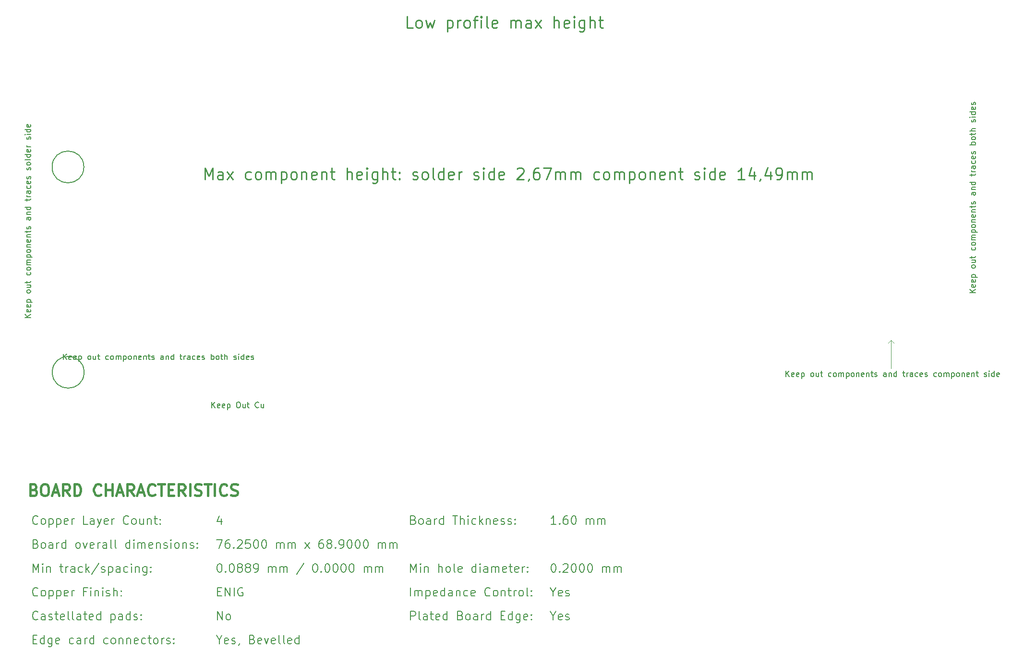
<source format=gbr>
%TF.GenerationSoftware,KiCad,Pcbnew,(6.0.9)*%
%TF.CreationDate,2023-02-16T17:53:30+01:00*%
%TF.ProjectId,pallas-ethernet-adapter,70616c6c-6173-42d6-9574-6865726e6574,rev?*%
%TF.SameCoordinates,Original*%
%TF.FileFunction,Other,Comment*%
%FSLAX46Y46*%
G04 Gerber Fmt 4.6, Leading zero omitted, Abs format (unit mm)*
G04 Created by KiCad (PCBNEW (6.0.9)) date 2023-02-16 17:53:30*
%MOMM*%
%LPD*%
G01*
G04 APERTURE LIST*
%ADD10C,0.200000*%
%ADD11C,0.400000*%
%ADD12C,0.150000*%
%ADD13C,0.250000*%
%ADD14C,0.120000*%
G04 APERTURE END LIST*
D10*
X-11448572Y-20213571D02*
X-10448572Y-20213571D01*
X-11091429Y-21713571D01*
X-9234286Y-20213571D02*
X-9520000Y-20213571D01*
X-9662857Y-20285000D01*
X-9734286Y-20356428D01*
X-9877143Y-20570714D01*
X-9948572Y-20856428D01*
X-9948572Y-21427857D01*
X-9877143Y-21570714D01*
X-9805715Y-21642142D01*
X-9662857Y-21713571D01*
X-9377143Y-21713571D01*
X-9234286Y-21642142D01*
X-9162857Y-21570714D01*
X-9091429Y-21427857D01*
X-9091429Y-21070714D01*
X-9162857Y-20927857D01*
X-9234286Y-20856428D01*
X-9377143Y-20785000D01*
X-9662857Y-20785000D01*
X-9805715Y-20856428D01*
X-9877143Y-20927857D01*
X-9948572Y-21070714D01*
X-8448572Y-21570714D02*
X-8377143Y-21642142D01*
X-8448572Y-21713571D01*
X-8520000Y-21642142D01*
X-8448572Y-21570714D01*
X-8448572Y-21713571D01*
X-7805715Y-20356428D02*
X-7734286Y-20285000D01*
X-7591429Y-20213571D01*
X-7234286Y-20213571D01*
X-7091429Y-20285000D01*
X-7020000Y-20356428D01*
X-6948572Y-20499285D01*
X-6948572Y-20642142D01*
X-7020000Y-20856428D01*
X-7877143Y-21713571D01*
X-6948572Y-21713571D01*
X-5591429Y-20213571D02*
X-6305715Y-20213571D01*
X-6377143Y-20927857D01*
X-6305715Y-20856428D01*
X-6162857Y-20785000D01*
X-5805715Y-20785000D01*
X-5662857Y-20856428D01*
X-5591429Y-20927857D01*
X-5520000Y-21070714D01*
X-5520000Y-21427857D01*
X-5591429Y-21570714D01*
X-5662857Y-21642142D01*
X-5805715Y-21713571D01*
X-6162857Y-21713571D01*
X-6305715Y-21642142D01*
X-6377143Y-21570714D01*
X-4591429Y-20213571D02*
X-4448572Y-20213571D01*
X-4305715Y-20285000D01*
X-4234286Y-20356428D01*
X-4162857Y-20499285D01*
X-4091429Y-20785000D01*
X-4091429Y-21142142D01*
X-4162857Y-21427857D01*
X-4234286Y-21570714D01*
X-4305715Y-21642142D01*
X-4448572Y-21713571D01*
X-4591429Y-21713571D01*
X-4734286Y-21642142D01*
X-4805715Y-21570714D01*
X-4877143Y-21427857D01*
X-4948572Y-21142142D01*
X-4948572Y-20785000D01*
X-4877143Y-20499285D01*
X-4805715Y-20356428D01*
X-4734286Y-20285000D01*
X-4591429Y-20213571D01*
X-3162857Y-20213571D02*
X-3020000Y-20213571D01*
X-2877143Y-20285000D01*
X-2805715Y-20356428D01*
X-2734286Y-20499285D01*
X-2662857Y-20785000D01*
X-2662857Y-21142142D01*
X-2734286Y-21427857D01*
X-2805715Y-21570714D01*
X-2877143Y-21642142D01*
X-3020000Y-21713571D01*
X-3162857Y-21713571D01*
X-3305715Y-21642142D01*
X-3377143Y-21570714D01*
X-3448572Y-21427857D01*
X-3520000Y-21142142D01*
X-3520000Y-20785000D01*
X-3448572Y-20499285D01*
X-3377143Y-20356428D01*
X-3305715Y-20285000D01*
X-3162857Y-20213571D01*
X-877143Y-21713571D02*
X-877143Y-20713571D01*
X-877143Y-20856428D02*
X-805715Y-20785000D01*
X-662857Y-20713571D01*
X-448572Y-20713571D01*
X-305715Y-20785000D01*
X-234286Y-20927857D01*
X-234286Y-21713571D01*
X-234286Y-20927857D02*
X-162857Y-20785000D01*
X-20000Y-20713571D01*
X194285Y-20713571D01*
X337143Y-20785000D01*
X408571Y-20927857D01*
X408571Y-21713571D01*
X1122857Y-21713571D02*
X1122857Y-20713571D01*
X1122857Y-20856428D02*
X1194285Y-20785000D01*
X1337143Y-20713571D01*
X1551428Y-20713571D01*
X1694285Y-20785000D01*
X1765714Y-20927857D01*
X1765714Y-21713571D01*
X1765714Y-20927857D02*
X1837143Y-20785000D01*
X1980000Y-20713571D01*
X2194285Y-20713571D01*
X2337143Y-20785000D01*
X2408571Y-20927857D01*
X2408571Y-21713571D01*
X4122857Y-21713571D02*
X4908571Y-20713571D01*
X4122857Y-20713571D02*
X4908571Y-21713571D01*
X7265714Y-20213571D02*
X6980000Y-20213571D01*
X6837143Y-20285000D01*
X6765714Y-20356428D01*
X6622857Y-20570714D01*
X6551428Y-20856428D01*
X6551428Y-21427857D01*
X6622857Y-21570714D01*
X6694285Y-21642142D01*
X6837143Y-21713571D01*
X7122857Y-21713571D01*
X7265714Y-21642142D01*
X7337143Y-21570714D01*
X7408571Y-21427857D01*
X7408571Y-21070714D01*
X7337143Y-20927857D01*
X7265714Y-20856428D01*
X7122857Y-20785000D01*
X6837143Y-20785000D01*
X6694285Y-20856428D01*
X6622857Y-20927857D01*
X6551428Y-21070714D01*
X8265714Y-20856428D02*
X8122857Y-20785000D01*
X8051428Y-20713571D01*
X7980000Y-20570714D01*
X7980000Y-20499285D01*
X8051428Y-20356428D01*
X8122857Y-20285000D01*
X8265714Y-20213571D01*
X8551428Y-20213571D01*
X8694285Y-20285000D01*
X8765714Y-20356428D01*
X8837143Y-20499285D01*
X8837143Y-20570714D01*
X8765714Y-20713571D01*
X8694285Y-20785000D01*
X8551428Y-20856428D01*
X8265714Y-20856428D01*
X8122857Y-20927857D01*
X8051428Y-20999285D01*
X7980000Y-21142142D01*
X7980000Y-21427857D01*
X8051428Y-21570714D01*
X8122857Y-21642142D01*
X8265714Y-21713571D01*
X8551428Y-21713571D01*
X8694285Y-21642142D01*
X8765714Y-21570714D01*
X8837143Y-21427857D01*
X8837143Y-21142142D01*
X8765714Y-20999285D01*
X8694285Y-20927857D01*
X8551428Y-20856428D01*
X9480000Y-21570714D02*
X9551428Y-21642142D01*
X9480000Y-21713571D01*
X9408571Y-21642142D01*
X9480000Y-21570714D01*
X9480000Y-21713571D01*
X10265714Y-21713571D02*
X10551428Y-21713571D01*
X10694285Y-21642142D01*
X10765714Y-21570714D01*
X10908571Y-21356428D01*
X10980000Y-21070714D01*
X10980000Y-20499285D01*
X10908571Y-20356428D01*
X10837143Y-20285000D01*
X10694285Y-20213571D01*
X10408571Y-20213571D01*
X10265714Y-20285000D01*
X10194285Y-20356428D01*
X10122857Y-20499285D01*
X10122857Y-20856428D01*
X10194285Y-20999285D01*
X10265714Y-21070714D01*
X10408571Y-21142142D01*
X10694285Y-21142142D01*
X10837143Y-21070714D01*
X10908571Y-20999285D01*
X10980000Y-20856428D01*
X11908571Y-20213571D02*
X12051428Y-20213571D01*
X12194285Y-20285000D01*
X12265714Y-20356428D01*
X12337143Y-20499285D01*
X12408571Y-20785000D01*
X12408571Y-21142142D01*
X12337143Y-21427857D01*
X12265714Y-21570714D01*
X12194285Y-21642142D01*
X12051428Y-21713571D01*
X11908571Y-21713571D01*
X11765714Y-21642142D01*
X11694285Y-21570714D01*
X11622857Y-21427857D01*
X11551428Y-21142142D01*
X11551428Y-20785000D01*
X11622857Y-20499285D01*
X11694285Y-20356428D01*
X11765714Y-20285000D01*
X11908571Y-20213571D01*
X13337143Y-20213571D02*
X13480000Y-20213571D01*
X13622857Y-20285000D01*
X13694285Y-20356428D01*
X13765714Y-20499285D01*
X13837143Y-20785000D01*
X13837143Y-21142142D01*
X13765714Y-21427857D01*
X13694285Y-21570714D01*
X13622857Y-21642142D01*
X13480000Y-21713571D01*
X13337143Y-21713571D01*
X13194285Y-21642142D01*
X13122857Y-21570714D01*
X13051428Y-21427857D01*
X12980000Y-21142142D01*
X12980000Y-20785000D01*
X13051428Y-20499285D01*
X13122857Y-20356428D01*
X13194285Y-20285000D01*
X13337143Y-20213571D01*
X14765714Y-20213571D02*
X14908571Y-20213571D01*
X15051428Y-20285000D01*
X15122857Y-20356428D01*
X15194285Y-20499285D01*
X15265714Y-20785000D01*
X15265714Y-21142142D01*
X15194285Y-21427857D01*
X15122857Y-21570714D01*
X15051428Y-21642142D01*
X14908571Y-21713571D01*
X14765714Y-21713571D01*
X14622857Y-21642142D01*
X14551428Y-21570714D01*
X14480000Y-21427857D01*
X14408571Y-21142142D01*
X14408571Y-20785000D01*
X14480000Y-20499285D01*
X14551428Y-20356428D01*
X14622857Y-20285000D01*
X14765714Y-20213571D01*
X17051428Y-21713571D02*
X17051428Y-20713571D01*
X17051428Y-20856428D02*
X17122857Y-20785000D01*
X17265714Y-20713571D01*
X17480000Y-20713571D01*
X17622857Y-20785000D01*
X17694285Y-20927857D01*
X17694285Y-21713571D01*
X17694285Y-20927857D02*
X17765714Y-20785000D01*
X17908571Y-20713571D01*
X18122857Y-20713571D01*
X18265714Y-20785000D01*
X18337143Y-20927857D01*
X18337143Y-21713571D01*
X19051428Y-21713571D02*
X19051428Y-20713571D01*
X19051428Y-20856428D02*
X19122857Y-20785000D01*
X19265714Y-20713571D01*
X19480000Y-20713571D01*
X19622857Y-20785000D01*
X19694285Y-20927857D01*
X19694285Y-21713571D01*
X19694285Y-20927857D02*
X19765714Y-20785000D01*
X19908571Y-20713571D01*
X20122857Y-20713571D01*
X20265714Y-20785000D01*
X20337143Y-20927857D01*
X20337143Y-21713571D01*
X48380000Y-17498571D02*
X47522857Y-17498571D01*
X47951428Y-17498571D02*
X47951428Y-15998571D01*
X47808571Y-16212857D01*
X47665714Y-16355714D01*
X47522857Y-16427142D01*
X49022857Y-17355714D02*
X49094285Y-17427142D01*
X49022857Y-17498571D01*
X48951428Y-17427142D01*
X49022857Y-17355714D01*
X49022857Y-17498571D01*
X50380000Y-15998571D02*
X50094285Y-15998571D01*
X49951428Y-16070000D01*
X49880000Y-16141428D01*
X49737143Y-16355714D01*
X49665714Y-16641428D01*
X49665714Y-17212857D01*
X49737143Y-17355714D01*
X49808571Y-17427142D01*
X49951428Y-17498571D01*
X50237143Y-17498571D01*
X50380000Y-17427142D01*
X50451428Y-17355714D01*
X50522857Y-17212857D01*
X50522857Y-16855714D01*
X50451428Y-16712857D01*
X50380000Y-16641428D01*
X50237143Y-16570000D01*
X49951428Y-16570000D01*
X49808571Y-16641428D01*
X49737143Y-16712857D01*
X49665714Y-16855714D01*
X51451428Y-15998571D02*
X51594285Y-15998571D01*
X51737143Y-16070000D01*
X51808571Y-16141428D01*
X51880000Y-16284285D01*
X51951428Y-16570000D01*
X51951428Y-16927142D01*
X51880000Y-17212857D01*
X51808571Y-17355714D01*
X51737143Y-17427142D01*
X51594285Y-17498571D01*
X51451428Y-17498571D01*
X51308571Y-17427142D01*
X51237143Y-17355714D01*
X51165714Y-17212857D01*
X51094285Y-16927142D01*
X51094285Y-16570000D01*
X51165714Y-16284285D01*
X51237143Y-16141428D01*
X51308571Y-16070000D01*
X51451428Y-15998571D01*
X53737143Y-17498571D02*
X53737143Y-16498571D01*
X53737143Y-16641428D02*
X53808571Y-16570000D01*
X53951428Y-16498571D01*
X54165714Y-16498571D01*
X54308571Y-16570000D01*
X54380000Y-16712857D01*
X54380000Y-17498571D01*
X54380000Y-16712857D02*
X54451428Y-16570000D01*
X54594285Y-16498571D01*
X54808571Y-16498571D01*
X54951428Y-16570000D01*
X55022857Y-16712857D01*
X55022857Y-17498571D01*
X55737143Y-17498571D02*
X55737143Y-16498571D01*
X55737143Y-16641428D02*
X55808571Y-16570000D01*
X55951428Y-16498571D01*
X56165714Y-16498571D01*
X56308571Y-16570000D01*
X56380000Y-16712857D01*
X56380000Y-17498571D01*
X56380000Y-16712857D02*
X56451428Y-16570000D01*
X56594285Y-16498571D01*
X56808571Y-16498571D01*
X56951428Y-16570000D01*
X57022857Y-16712857D01*
X57022857Y-17498571D01*
X47880000Y-33644285D02*
X47880000Y-34358571D01*
X47380000Y-32858571D02*
X47880000Y-33644285D01*
X48380000Y-32858571D01*
X49451428Y-34287142D02*
X49308571Y-34358571D01*
X49022857Y-34358571D01*
X48880000Y-34287142D01*
X48808571Y-34144285D01*
X48808571Y-33572857D01*
X48880000Y-33430000D01*
X49022857Y-33358571D01*
X49308571Y-33358571D01*
X49451428Y-33430000D01*
X49522857Y-33572857D01*
X49522857Y-33715714D01*
X48808571Y-33858571D01*
X50094285Y-34287142D02*
X50237143Y-34358571D01*
X50522857Y-34358571D01*
X50665714Y-34287142D01*
X50737143Y-34144285D01*
X50737143Y-34072857D01*
X50665714Y-33930000D01*
X50522857Y-33858571D01*
X50308571Y-33858571D01*
X50165714Y-33787142D01*
X50094285Y-33644285D01*
X50094285Y-33572857D01*
X50165714Y-33430000D01*
X50308571Y-33358571D01*
X50522857Y-33358571D01*
X50665714Y-33430000D01*
X22751428Y-25928571D02*
X22751428Y-24428571D01*
X23251428Y-25500000D01*
X23751428Y-24428571D01*
X23751428Y-25928571D01*
X24465714Y-25928571D02*
X24465714Y-24928571D01*
X24465714Y-24428571D02*
X24394286Y-24500000D01*
X24465714Y-24571428D01*
X24537143Y-24500000D01*
X24465714Y-24428571D01*
X24465714Y-24571428D01*
X25180000Y-24928571D02*
X25180000Y-25928571D01*
X25180000Y-25071428D02*
X25251428Y-25000000D01*
X25394286Y-24928571D01*
X25608571Y-24928571D01*
X25751428Y-25000000D01*
X25822857Y-25142857D01*
X25822857Y-25928571D01*
X27680000Y-25928571D02*
X27680000Y-24428571D01*
X28322857Y-25928571D02*
X28322857Y-25142857D01*
X28251428Y-25000000D01*
X28108571Y-24928571D01*
X27894286Y-24928571D01*
X27751428Y-25000000D01*
X27680000Y-25071428D01*
X29251428Y-25928571D02*
X29108571Y-25857142D01*
X29037143Y-25785714D01*
X28965714Y-25642857D01*
X28965714Y-25214285D01*
X29037143Y-25071428D01*
X29108571Y-25000000D01*
X29251428Y-24928571D01*
X29465714Y-24928571D01*
X29608571Y-25000000D01*
X29680000Y-25071428D01*
X29751428Y-25214285D01*
X29751428Y-25642857D01*
X29680000Y-25785714D01*
X29608571Y-25857142D01*
X29465714Y-25928571D01*
X29251428Y-25928571D01*
X30608571Y-25928571D02*
X30465714Y-25857142D01*
X30394286Y-25714285D01*
X30394286Y-24428571D01*
X31751428Y-25857142D02*
X31608571Y-25928571D01*
X31322857Y-25928571D01*
X31180000Y-25857142D01*
X31108571Y-25714285D01*
X31108571Y-25142857D01*
X31180000Y-25000000D01*
X31322857Y-24928571D01*
X31608571Y-24928571D01*
X31751428Y-25000000D01*
X31822857Y-25142857D01*
X31822857Y-25285714D01*
X31108571Y-25428571D01*
X34251428Y-25928571D02*
X34251428Y-24428571D01*
X34251428Y-25857142D02*
X34108571Y-25928571D01*
X33822857Y-25928571D01*
X33680000Y-25857142D01*
X33608571Y-25785714D01*
X33537143Y-25642857D01*
X33537143Y-25214285D01*
X33608571Y-25071428D01*
X33680000Y-25000000D01*
X33822857Y-24928571D01*
X34108571Y-24928571D01*
X34251428Y-25000000D01*
X34965714Y-25928571D02*
X34965714Y-24928571D01*
X34965714Y-24428571D02*
X34894286Y-24500000D01*
X34965714Y-24571428D01*
X35037143Y-24500000D01*
X34965714Y-24428571D01*
X34965714Y-24571428D01*
X36322857Y-25928571D02*
X36322857Y-25142857D01*
X36251428Y-25000000D01*
X36108571Y-24928571D01*
X35822857Y-24928571D01*
X35680000Y-25000000D01*
X36322857Y-25857142D02*
X36180000Y-25928571D01*
X35822857Y-25928571D01*
X35680000Y-25857142D01*
X35608571Y-25714285D01*
X35608571Y-25571428D01*
X35680000Y-25428571D01*
X35822857Y-25357142D01*
X36180000Y-25357142D01*
X36322857Y-25285714D01*
X37037143Y-25928571D02*
X37037143Y-24928571D01*
X37037143Y-25071428D02*
X37108571Y-25000000D01*
X37251428Y-24928571D01*
X37465714Y-24928571D01*
X37608571Y-25000000D01*
X37680000Y-25142857D01*
X37680000Y-25928571D01*
X37680000Y-25142857D02*
X37751428Y-25000000D01*
X37894286Y-24928571D01*
X38108571Y-24928571D01*
X38251428Y-25000000D01*
X38322857Y-25142857D01*
X38322857Y-25928571D01*
X39608571Y-25857142D02*
X39465714Y-25928571D01*
X39180000Y-25928571D01*
X39037143Y-25857142D01*
X38965714Y-25714285D01*
X38965714Y-25142857D01*
X39037143Y-25000000D01*
X39180000Y-24928571D01*
X39465714Y-24928571D01*
X39608571Y-25000000D01*
X39680000Y-25142857D01*
X39680000Y-25285714D01*
X38965714Y-25428571D01*
X40108571Y-24928571D02*
X40680000Y-24928571D01*
X40322857Y-24428571D02*
X40322857Y-25714285D01*
X40394286Y-25857142D01*
X40537143Y-25928571D01*
X40680000Y-25928571D01*
X41751428Y-25857142D02*
X41608571Y-25928571D01*
X41322857Y-25928571D01*
X41180000Y-25857142D01*
X41108571Y-25714285D01*
X41108571Y-25142857D01*
X41180000Y-25000000D01*
X41322857Y-24928571D01*
X41608571Y-24928571D01*
X41751428Y-25000000D01*
X41822857Y-25142857D01*
X41822857Y-25285714D01*
X41108571Y-25428571D01*
X42465714Y-25928571D02*
X42465714Y-24928571D01*
X42465714Y-25214285D02*
X42537143Y-25071428D01*
X42608571Y-25000000D01*
X42751428Y-24928571D01*
X42894286Y-24928571D01*
X43394286Y-25785714D02*
X43465714Y-25857142D01*
X43394286Y-25928571D01*
X43322857Y-25857142D01*
X43394286Y-25785714D01*
X43394286Y-25928571D01*
X43394286Y-25000000D02*
X43465714Y-25071428D01*
X43394286Y-25142857D01*
X43322857Y-25071428D01*
X43394286Y-25000000D01*
X43394286Y-25142857D01*
X47880000Y-29429285D02*
X47880000Y-30143571D01*
X47380000Y-28643571D02*
X47880000Y-29429285D01*
X48380000Y-28643571D01*
X49451428Y-30072142D02*
X49308571Y-30143571D01*
X49022857Y-30143571D01*
X48880000Y-30072142D01*
X48808571Y-29929285D01*
X48808571Y-29357857D01*
X48880000Y-29215000D01*
X49022857Y-29143571D01*
X49308571Y-29143571D01*
X49451428Y-29215000D01*
X49522857Y-29357857D01*
X49522857Y-29500714D01*
X48808571Y-29643571D01*
X50094285Y-30072142D02*
X50237143Y-30143571D01*
X50522857Y-30143571D01*
X50665714Y-30072142D01*
X50737143Y-29929285D01*
X50737143Y-29857857D01*
X50665714Y-29715000D01*
X50522857Y-29643571D01*
X50308571Y-29643571D01*
X50165714Y-29572142D01*
X50094285Y-29429285D01*
X50094285Y-29357857D01*
X50165714Y-29215000D01*
X50308571Y-29143571D01*
X50522857Y-29143571D01*
X50665714Y-29215000D01*
X-43862858Y-37787857D02*
X-43362858Y-37787857D01*
X-43148572Y-38573571D02*
X-43862858Y-38573571D01*
X-43862858Y-37073571D01*
X-43148572Y-37073571D01*
X-41862858Y-38573571D02*
X-41862858Y-37073571D01*
X-41862858Y-38502142D02*
X-42005715Y-38573571D01*
X-42291429Y-38573571D01*
X-42434286Y-38502142D01*
X-42505715Y-38430714D01*
X-42577143Y-38287857D01*
X-42577143Y-37859285D01*
X-42505715Y-37716428D01*
X-42434286Y-37645000D01*
X-42291429Y-37573571D01*
X-42005715Y-37573571D01*
X-41862858Y-37645000D01*
X-40505715Y-37573571D02*
X-40505715Y-38787857D01*
X-40577143Y-38930714D01*
X-40648572Y-39002142D01*
X-40791429Y-39073571D01*
X-41005715Y-39073571D01*
X-41148572Y-39002142D01*
X-40505715Y-38502142D02*
X-40648572Y-38573571D01*
X-40934286Y-38573571D01*
X-41077143Y-38502142D01*
X-41148572Y-38430714D01*
X-41220000Y-38287857D01*
X-41220000Y-37859285D01*
X-41148572Y-37716428D01*
X-41077143Y-37645000D01*
X-40934286Y-37573571D01*
X-40648572Y-37573571D01*
X-40505715Y-37645000D01*
X-39220000Y-38502142D02*
X-39362858Y-38573571D01*
X-39648572Y-38573571D01*
X-39791429Y-38502142D01*
X-39862858Y-38359285D01*
X-39862858Y-37787857D01*
X-39791429Y-37645000D01*
X-39648572Y-37573571D01*
X-39362858Y-37573571D01*
X-39220000Y-37645000D01*
X-39148572Y-37787857D01*
X-39148572Y-37930714D01*
X-39862858Y-38073571D01*
X-36720000Y-38502142D02*
X-36862858Y-38573571D01*
X-37148572Y-38573571D01*
X-37291429Y-38502142D01*
X-37362858Y-38430714D01*
X-37434286Y-38287857D01*
X-37434286Y-37859285D01*
X-37362858Y-37716428D01*
X-37291429Y-37645000D01*
X-37148572Y-37573571D01*
X-36862858Y-37573571D01*
X-36720000Y-37645000D01*
X-35434286Y-38573571D02*
X-35434286Y-37787857D01*
X-35505715Y-37645000D01*
X-35648572Y-37573571D01*
X-35934286Y-37573571D01*
X-36077143Y-37645000D01*
X-35434286Y-38502142D02*
X-35577143Y-38573571D01*
X-35934286Y-38573571D01*
X-36077143Y-38502142D01*
X-36148572Y-38359285D01*
X-36148572Y-38216428D01*
X-36077143Y-38073571D01*
X-35934286Y-38002142D01*
X-35577143Y-38002142D01*
X-35434286Y-37930714D01*
X-34720000Y-38573571D02*
X-34720000Y-37573571D01*
X-34720000Y-37859285D02*
X-34648572Y-37716428D01*
X-34577143Y-37645000D01*
X-34434286Y-37573571D01*
X-34291429Y-37573571D01*
X-33148572Y-38573571D02*
X-33148572Y-37073571D01*
X-33148572Y-38502142D02*
X-33291429Y-38573571D01*
X-33577143Y-38573571D01*
X-33720000Y-38502142D01*
X-33791429Y-38430714D01*
X-33862858Y-38287857D01*
X-33862858Y-37859285D01*
X-33791429Y-37716428D01*
X-33720000Y-37645000D01*
X-33577143Y-37573571D01*
X-33291429Y-37573571D01*
X-33148572Y-37645000D01*
X-30648572Y-38502142D02*
X-30791429Y-38573571D01*
X-31077143Y-38573571D01*
X-31220000Y-38502142D01*
X-31291429Y-38430714D01*
X-31362858Y-38287857D01*
X-31362858Y-37859285D01*
X-31291429Y-37716428D01*
X-31220000Y-37645000D01*
X-31077143Y-37573571D01*
X-30791429Y-37573571D01*
X-30648572Y-37645000D01*
X-29791429Y-38573571D02*
X-29934286Y-38502142D01*
X-30005715Y-38430714D01*
X-30077143Y-38287857D01*
X-30077143Y-37859285D01*
X-30005715Y-37716428D01*
X-29934286Y-37645000D01*
X-29791429Y-37573571D01*
X-29577143Y-37573571D01*
X-29434286Y-37645000D01*
X-29362858Y-37716428D01*
X-29291429Y-37859285D01*
X-29291429Y-38287857D01*
X-29362858Y-38430714D01*
X-29434286Y-38502142D01*
X-29577143Y-38573571D01*
X-29791429Y-38573571D01*
X-28648572Y-37573571D02*
X-28648572Y-38573571D01*
X-28648572Y-37716428D02*
X-28577143Y-37645000D01*
X-28434286Y-37573571D01*
X-28220000Y-37573571D01*
X-28077143Y-37645000D01*
X-28005715Y-37787857D01*
X-28005715Y-38573571D01*
X-27291429Y-37573571D02*
X-27291429Y-38573571D01*
X-27291429Y-37716428D02*
X-27220000Y-37645000D01*
X-27077143Y-37573571D01*
X-26862858Y-37573571D01*
X-26720000Y-37645000D01*
X-26648572Y-37787857D01*
X-26648572Y-38573571D01*
X-25362858Y-38502142D02*
X-25505715Y-38573571D01*
X-25791429Y-38573571D01*
X-25934286Y-38502142D01*
X-26005715Y-38359285D01*
X-26005715Y-37787857D01*
X-25934286Y-37645000D01*
X-25791429Y-37573571D01*
X-25505715Y-37573571D01*
X-25362858Y-37645000D01*
X-25291429Y-37787857D01*
X-25291429Y-37930714D01*
X-26005715Y-38073571D01*
X-24005715Y-38502142D02*
X-24148572Y-38573571D01*
X-24434286Y-38573571D01*
X-24577143Y-38502142D01*
X-24648572Y-38430714D01*
X-24720000Y-38287857D01*
X-24720000Y-37859285D01*
X-24648572Y-37716428D01*
X-24577143Y-37645000D01*
X-24434286Y-37573571D01*
X-24148572Y-37573571D01*
X-24005715Y-37645000D01*
X-23577143Y-37573571D02*
X-23005715Y-37573571D01*
X-23362858Y-37073571D02*
X-23362858Y-38359285D01*
X-23291429Y-38502142D01*
X-23148572Y-38573571D01*
X-23005715Y-38573571D01*
X-22291429Y-38573571D02*
X-22434286Y-38502142D01*
X-22505715Y-38430714D01*
X-22577143Y-38287857D01*
X-22577143Y-37859285D01*
X-22505715Y-37716428D01*
X-22434286Y-37645000D01*
X-22291429Y-37573571D01*
X-22077143Y-37573571D01*
X-21934286Y-37645000D01*
X-21862858Y-37716428D01*
X-21791429Y-37859285D01*
X-21791429Y-38287857D01*
X-21862858Y-38430714D01*
X-21934286Y-38502142D01*
X-22077143Y-38573571D01*
X-22291429Y-38573571D01*
X-21148572Y-38573571D02*
X-21148572Y-37573571D01*
X-21148572Y-37859285D02*
X-21077143Y-37716428D01*
X-21005715Y-37645000D01*
X-20862858Y-37573571D01*
X-20720000Y-37573571D01*
X-20291429Y-38502142D02*
X-20148572Y-38573571D01*
X-19862858Y-38573571D01*
X-19720000Y-38502142D01*
X-19648572Y-38359285D01*
X-19648572Y-38287857D01*
X-19720000Y-38145000D01*
X-19862858Y-38073571D01*
X-20077143Y-38073571D01*
X-20220000Y-38002142D01*
X-20291429Y-37859285D01*
X-20291429Y-37787857D01*
X-20220000Y-37645000D01*
X-20077143Y-37573571D01*
X-19862858Y-37573571D01*
X-19720000Y-37645000D01*
X-19005715Y-38430714D02*
X-18934286Y-38502142D01*
X-19005715Y-38573571D01*
X-19077143Y-38502142D01*
X-19005715Y-38430714D01*
X-19005715Y-38573571D01*
X-19005715Y-37645000D02*
X-18934286Y-37716428D01*
X-19005715Y-37787857D01*
X-19077143Y-37716428D01*
X-19005715Y-37645000D01*
X-19005715Y-37787857D01*
X-11305715Y-34358571D02*
X-11305715Y-32858571D01*
X-10448572Y-34358571D01*
X-10448572Y-32858571D01*
X-9520000Y-34358571D02*
X-9662857Y-34287142D01*
X-9734286Y-34215714D01*
X-9805715Y-34072857D01*
X-9805715Y-33644285D01*
X-9734286Y-33501428D01*
X-9662857Y-33430000D01*
X-9520000Y-33358571D01*
X-9305715Y-33358571D01*
X-9162857Y-33430000D01*
X-9091429Y-33501428D01*
X-9020000Y-33644285D01*
X-9020000Y-34072857D01*
X-9091429Y-34215714D01*
X-9162857Y-34287142D01*
X-9305715Y-34358571D01*
X-9520000Y-34358571D01*
X-43862858Y-25928571D02*
X-43862858Y-24428571D01*
X-43362858Y-25500000D01*
X-42862858Y-24428571D01*
X-42862858Y-25928571D01*
X-42148572Y-25928571D02*
X-42148572Y-24928571D01*
X-42148572Y-24428571D02*
X-42220000Y-24500000D01*
X-42148572Y-24571428D01*
X-42077143Y-24500000D01*
X-42148572Y-24428571D01*
X-42148572Y-24571428D01*
X-41434286Y-24928571D02*
X-41434286Y-25928571D01*
X-41434286Y-25071428D02*
X-41362858Y-25000000D01*
X-41220000Y-24928571D01*
X-41005715Y-24928571D01*
X-40862858Y-25000000D01*
X-40791429Y-25142857D01*
X-40791429Y-25928571D01*
X-39148572Y-24928571D02*
X-38577143Y-24928571D01*
X-38934286Y-24428571D02*
X-38934286Y-25714285D01*
X-38862858Y-25857142D01*
X-38720000Y-25928571D01*
X-38577143Y-25928571D01*
X-38077143Y-25928571D02*
X-38077143Y-24928571D01*
X-38077143Y-25214285D02*
X-38005715Y-25071428D01*
X-37934286Y-25000000D01*
X-37791429Y-24928571D01*
X-37648572Y-24928571D01*
X-36505715Y-25928571D02*
X-36505715Y-25142857D01*
X-36577143Y-25000000D01*
X-36720000Y-24928571D01*
X-37005715Y-24928571D01*
X-37148572Y-25000000D01*
X-36505715Y-25857142D02*
X-36648572Y-25928571D01*
X-37005715Y-25928571D01*
X-37148572Y-25857142D01*
X-37220000Y-25714285D01*
X-37220000Y-25571428D01*
X-37148572Y-25428571D01*
X-37005715Y-25357142D01*
X-36648572Y-25357142D01*
X-36505715Y-25285714D01*
X-35148572Y-25857142D02*
X-35291429Y-25928571D01*
X-35577143Y-25928571D01*
X-35720000Y-25857142D01*
X-35791429Y-25785714D01*
X-35862858Y-25642857D01*
X-35862858Y-25214285D01*
X-35791429Y-25071428D01*
X-35720000Y-25000000D01*
X-35577143Y-24928571D01*
X-35291429Y-24928571D01*
X-35148572Y-25000000D01*
X-34505715Y-25928571D02*
X-34505715Y-24428571D01*
X-34362858Y-25357142D02*
X-33934286Y-25928571D01*
X-33934286Y-24928571D02*
X-34505715Y-25500000D01*
X-32220000Y-24357142D02*
X-33505715Y-26285714D01*
X-31791429Y-25857142D02*
X-31648572Y-25928571D01*
X-31362858Y-25928571D01*
X-31220000Y-25857142D01*
X-31148572Y-25714285D01*
X-31148572Y-25642857D01*
X-31220000Y-25500000D01*
X-31362858Y-25428571D01*
X-31577143Y-25428571D01*
X-31720000Y-25357142D01*
X-31791429Y-25214285D01*
X-31791429Y-25142857D01*
X-31720000Y-25000000D01*
X-31577143Y-24928571D01*
X-31362858Y-24928571D01*
X-31220000Y-25000000D01*
X-30505715Y-24928571D02*
X-30505715Y-26428571D01*
X-30505715Y-25000000D02*
X-30362858Y-24928571D01*
X-30077143Y-24928571D01*
X-29934286Y-25000000D01*
X-29862858Y-25071428D01*
X-29791429Y-25214285D01*
X-29791429Y-25642857D01*
X-29862858Y-25785714D01*
X-29934286Y-25857142D01*
X-30077143Y-25928571D01*
X-30362858Y-25928571D01*
X-30505715Y-25857142D01*
X-28505715Y-25928571D02*
X-28505715Y-25142857D01*
X-28577143Y-25000000D01*
X-28720000Y-24928571D01*
X-29005715Y-24928571D01*
X-29148572Y-25000000D01*
X-28505715Y-25857142D02*
X-28648572Y-25928571D01*
X-29005715Y-25928571D01*
X-29148572Y-25857142D01*
X-29220000Y-25714285D01*
X-29220000Y-25571428D01*
X-29148572Y-25428571D01*
X-29005715Y-25357142D01*
X-28648572Y-25357142D01*
X-28505715Y-25285714D01*
X-27148572Y-25857142D02*
X-27291429Y-25928571D01*
X-27577143Y-25928571D01*
X-27720000Y-25857142D01*
X-27791429Y-25785714D01*
X-27862858Y-25642857D01*
X-27862858Y-25214285D01*
X-27791429Y-25071428D01*
X-27720000Y-25000000D01*
X-27577143Y-24928571D01*
X-27291429Y-24928571D01*
X-27148572Y-25000000D01*
X-26505715Y-25928571D02*
X-26505715Y-24928571D01*
X-26505715Y-24428571D02*
X-26577143Y-24500000D01*
X-26505715Y-24571428D01*
X-26434286Y-24500000D01*
X-26505715Y-24428571D01*
X-26505715Y-24571428D01*
X-25791429Y-24928571D02*
X-25791429Y-25928571D01*
X-25791429Y-25071428D02*
X-25720000Y-25000000D01*
X-25577143Y-24928571D01*
X-25362858Y-24928571D01*
X-25220000Y-25000000D01*
X-25148572Y-25142857D01*
X-25148572Y-25928571D01*
X-23791429Y-24928571D02*
X-23791429Y-26142857D01*
X-23862858Y-26285714D01*
X-23934286Y-26357142D01*
X-24077143Y-26428571D01*
X-24291429Y-26428571D01*
X-24434286Y-26357142D01*
X-23791429Y-25857142D02*
X-23934286Y-25928571D01*
X-24220000Y-25928571D01*
X-24362858Y-25857142D01*
X-24434286Y-25785714D01*
X-24505715Y-25642857D01*
X-24505715Y-25214285D01*
X-24434286Y-25071428D01*
X-24362858Y-25000000D01*
X-24220000Y-24928571D01*
X-23934286Y-24928571D01*
X-23791429Y-25000000D01*
X-23077143Y-25785714D02*
X-23005715Y-25857142D01*
X-23077143Y-25928571D01*
X-23148572Y-25857142D01*
X-23077143Y-25785714D01*
X-23077143Y-25928571D01*
X-23077143Y-25000000D02*
X-23005715Y-25071428D01*
X-23077143Y-25142857D01*
X-23148572Y-25071428D01*
X-23077143Y-25000000D01*
X-23077143Y-25142857D01*
X-10662857Y-16498571D02*
X-10662857Y-17498571D01*
X-11020000Y-15927142D02*
X-11377143Y-16998571D01*
X-10448572Y-16998571D01*
D11*
X-43697143Y-11357142D02*
X-43411429Y-11452380D01*
X-43316191Y-11547619D01*
X-43220953Y-11738095D01*
X-43220953Y-12023809D01*
X-43316191Y-12214285D01*
X-43411429Y-12309523D01*
X-43601905Y-12404761D01*
X-44363810Y-12404761D01*
X-44363810Y-10404761D01*
X-43697143Y-10404761D01*
X-43506667Y-10500000D01*
X-43411429Y-10595238D01*
X-43316191Y-10785714D01*
X-43316191Y-10976190D01*
X-43411429Y-11166666D01*
X-43506667Y-11261904D01*
X-43697143Y-11357142D01*
X-44363810Y-11357142D01*
X-41982858Y-10404761D02*
X-41601905Y-10404761D01*
X-41411429Y-10500000D01*
X-41220953Y-10690476D01*
X-41125715Y-11071428D01*
X-41125715Y-11738095D01*
X-41220953Y-12119047D01*
X-41411429Y-12309523D01*
X-41601905Y-12404761D01*
X-41982858Y-12404761D01*
X-42173334Y-12309523D01*
X-42363810Y-12119047D01*
X-42459048Y-11738095D01*
X-42459048Y-11071428D01*
X-42363810Y-10690476D01*
X-42173334Y-10500000D01*
X-41982858Y-10404761D01*
X-40363810Y-11833333D02*
X-39411429Y-11833333D01*
X-40554286Y-12404761D02*
X-39887620Y-10404761D01*
X-39220953Y-12404761D01*
X-37411429Y-12404761D02*
X-38078096Y-11452380D01*
X-38554286Y-12404761D02*
X-38554286Y-10404761D01*
X-37792381Y-10404761D01*
X-37601905Y-10500000D01*
X-37506667Y-10595238D01*
X-37411429Y-10785714D01*
X-37411429Y-11071428D01*
X-37506667Y-11261904D01*
X-37601905Y-11357142D01*
X-37792381Y-11452380D01*
X-38554286Y-11452380D01*
X-36554286Y-12404761D02*
X-36554286Y-10404761D01*
X-36078096Y-10404761D01*
X-35792381Y-10500000D01*
X-35601905Y-10690476D01*
X-35506667Y-10880952D01*
X-35411429Y-11261904D01*
X-35411429Y-11547619D01*
X-35506667Y-11928571D01*
X-35601905Y-12119047D01*
X-35792381Y-12309523D01*
X-36078096Y-12404761D01*
X-36554286Y-12404761D01*
X-31887620Y-12214285D02*
X-31982858Y-12309523D01*
X-32268572Y-12404761D01*
X-32459048Y-12404761D01*
X-32744762Y-12309523D01*
X-32935239Y-12119047D01*
X-33030477Y-11928571D01*
X-33125715Y-11547619D01*
X-33125715Y-11261904D01*
X-33030477Y-10880952D01*
X-32935239Y-10690476D01*
X-32744762Y-10500000D01*
X-32459048Y-10404761D01*
X-32268572Y-10404761D01*
X-31982858Y-10500000D01*
X-31887620Y-10595238D01*
X-31030477Y-12404761D02*
X-31030477Y-10404761D01*
X-31030477Y-11357142D02*
X-29887620Y-11357142D01*
X-29887620Y-12404761D02*
X-29887620Y-10404761D01*
X-29030477Y-11833333D02*
X-28078096Y-11833333D01*
X-29220953Y-12404761D02*
X-28554286Y-10404761D01*
X-27887620Y-12404761D01*
X-26078096Y-12404761D02*
X-26744762Y-11452380D01*
X-27220953Y-12404761D02*
X-27220953Y-10404761D01*
X-26459048Y-10404761D01*
X-26268572Y-10500000D01*
X-26173334Y-10595238D01*
X-26078096Y-10785714D01*
X-26078096Y-11071428D01*
X-26173334Y-11261904D01*
X-26268572Y-11357142D01*
X-26459048Y-11452380D01*
X-27220953Y-11452380D01*
X-25316191Y-11833333D02*
X-24363810Y-11833333D01*
X-25506667Y-12404761D02*
X-24840000Y-10404761D01*
X-24173334Y-12404761D01*
X-22363810Y-12214285D02*
X-22459048Y-12309523D01*
X-22744762Y-12404761D01*
X-22935239Y-12404761D01*
X-23220953Y-12309523D01*
X-23411429Y-12119047D01*
X-23506667Y-11928571D01*
X-23601905Y-11547619D01*
X-23601905Y-11261904D01*
X-23506667Y-10880952D01*
X-23411429Y-10690476D01*
X-23220953Y-10500000D01*
X-22935239Y-10404761D01*
X-22744762Y-10404761D01*
X-22459048Y-10500000D01*
X-22363810Y-10595238D01*
X-21792381Y-10404761D02*
X-20649524Y-10404761D01*
X-21220953Y-12404761D02*
X-21220953Y-10404761D01*
X-19982858Y-11357142D02*
X-19316191Y-11357142D01*
X-19030477Y-12404761D02*
X-19982858Y-12404761D01*
X-19982858Y-10404761D01*
X-19030477Y-10404761D01*
X-17030477Y-12404761D02*
X-17697143Y-11452380D01*
X-18173334Y-12404761D02*
X-18173334Y-10404761D01*
X-17411429Y-10404761D01*
X-17220953Y-10500000D01*
X-17125715Y-10595238D01*
X-17030477Y-10785714D01*
X-17030477Y-11071428D01*
X-17125715Y-11261904D01*
X-17220953Y-11357142D01*
X-17411429Y-11452380D01*
X-18173334Y-11452380D01*
X-16173334Y-12404761D02*
X-16173334Y-10404761D01*
X-15316191Y-12309523D02*
X-15030477Y-12404761D01*
X-14554286Y-12404761D01*
X-14363810Y-12309523D01*
X-14268572Y-12214285D01*
X-14173334Y-12023809D01*
X-14173334Y-11833333D01*
X-14268572Y-11642857D01*
X-14363810Y-11547619D01*
X-14554286Y-11452380D01*
X-14935239Y-11357142D01*
X-15125715Y-11261904D01*
X-15220953Y-11166666D01*
X-15316191Y-10976190D01*
X-15316191Y-10785714D01*
X-15220953Y-10595238D01*
X-15125715Y-10500000D01*
X-14935239Y-10404761D01*
X-14459048Y-10404761D01*
X-14173334Y-10500000D01*
X-13601905Y-10404761D02*
X-12459048Y-10404761D01*
X-13030477Y-12404761D02*
X-13030477Y-10404761D01*
X-11792381Y-12404761D02*
X-11792381Y-10404761D01*
X-9697143Y-12214285D02*
X-9792381Y-12309523D01*
X-10078096Y-12404761D01*
X-10268572Y-12404761D01*
X-10554286Y-12309523D01*
X-10744762Y-12119047D01*
X-10840000Y-11928571D01*
X-10935239Y-11547619D01*
X-10935239Y-11261904D01*
X-10840000Y-10880952D01*
X-10744762Y-10690476D01*
X-10554286Y-10500000D01*
X-10268572Y-10404761D01*
X-10078096Y-10404761D01*
X-9792381Y-10500000D01*
X-9697143Y-10595238D01*
X-8935239Y-12309523D02*
X-8649524Y-12404761D01*
X-8173334Y-12404761D01*
X-7982858Y-12309523D01*
X-7887620Y-12214285D01*
X-7792381Y-12023809D01*
X-7792381Y-11833333D01*
X-7887620Y-11642857D01*
X-7982858Y-11547619D01*
X-8173334Y-11452380D01*
X-8554286Y-11357142D01*
X-8744762Y-11261904D01*
X-8840000Y-11166666D01*
X-8935239Y-10976190D01*
X-8935239Y-10785714D01*
X-8840000Y-10595238D01*
X-8744762Y-10500000D01*
X-8554286Y-10404761D01*
X-8078096Y-10404761D01*
X-7792381Y-10500000D01*
D10*
X47880000Y-24428571D02*
X48022857Y-24428571D01*
X48165714Y-24500000D01*
X48237143Y-24571428D01*
X48308571Y-24714285D01*
X48380000Y-25000000D01*
X48380000Y-25357142D01*
X48308571Y-25642857D01*
X48237143Y-25785714D01*
X48165714Y-25857142D01*
X48022857Y-25928571D01*
X47880000Y-25928571D01*
X47737143Y-25857142D01*
X47665714Y-25785714D01*
X47594285Y-25642857D01*
X47522857Y-25357142D01*
X47522857Y-25000000D01*
X47594285Y-24714285D01*
X47665714Y-24571428D01*
X47737143Y-24500000D01*
X47880000Y-24428571D01*
X49022857Y-25785714D02*
X49094285Y-25857142D01*
X49022857Y-25928571D01*
X48951428Y-25857142D01*
X49022857Y-25785714D01*
X49022857Y-25928571D01*
X49665714Y-24571428D02*
X49737143Y-24500000D01*
X49880000Y-24428571D01*
X50237143Y-24428571D01*
X50380000Y-24500000D01*
X50451428Y-24571428D01*
X50522857Y-24714285D01*
X50522857Y-24857142D01*
X50451428Y-25071428D01*
X49594285Y-25928571D01*
X50522857Y-25928571D01*
X51451428Y-24428571D02*
X51594285Y-24428571D01*
X51737143Y-24500000D01*
X51808571Y-24571428D01*
X51880000Y-24714285D01*
X51951428Y-25000000D01*
X51951428Y-25357142D01*
X51880000Y-25642857D01*
X51808571Y-25785714D01*
X51737143Y-25857142D01*
X51594285Y-25928571D01*
X51451428Y-25928571D01*
X51308571Y-25857142D01*
X51237143Y-25785714D01*
X51165714Y-25642857D01*
X51094285Y-25357142D01*
X51094285Y-25000000D01*
X51165714Y-24714285D01*
X51237143Y-24571428D01*
X51308571Y-24500000D01*
X51451428Y-24428571D01*
X52880000Y-24428571D02*
X53022857Y-24428571D01*
X53165714Y-24500000D01*
X53237143Y-24571428D01*
X53308571Y-24714285D01*
X53380000Y-25000000D01*
X53380000Y-25357142D01*
X53308571Y-25642857D01*
X53237143Y-25785714D01*
X53165714Y-25857142D01*
X53022857Y-25928571D01*
X52880000Y-25928571D01*
X52737143Y-25857142D01*
X52665714Y-25785714D01*
X52594285Y-25642857D01*
X52522857Y-25357142D01*
X52522857Y-25000000D01*
X52594285Y-24714285D01*
X52665714Y-24571428D01*
X52737143Y-24500000D01*
X52880000Y-24428571D01*
X54308571Y-24428571D02*
X54451428Y-24428571D01*
X54594285Y-24500000D01*
X54665714Y-24571428D01*
X54737143Y-24714285D01*
X54808571Y-25000000D01*
X54808571Y-25357142D01*
X54737143Y-25642857D01*
X54665714Y-25785714D01*
X54594285Y-25857142D01*
X54451428Y-25928571D01*
X54308571Y-25928571D01*
X54165714Y-25857142D01*
X54094285Y-25785714D01*
X54022857Y-25642857D01*
X53951428Y-25357142D01*
X53951428Y-25000000D01*
X54022857Y-24714285D01*
X54094285Y-24571428D01*
X54165714Y-24500000D01*
X54308571Y-24428571D01*
X56594285Y-25928571D02*
X56594285Y-24928571D01*
X56594285Y-25071428D02*
X56665714Y-25000000D01*
X56808571Y-24928571D01*
X57022857Y-24928571D01*
X57165714Y-25000000D01*
X57237143Y-25142857D01*
X57237143Y-25928571D01*
X57237143Y-25142857D02*
X57308571Y-25000000D01*
X57451428Y-24928571D01*
X57665714Y-24928571D01*
X57808571Y-25000000D01*
X57880000Y-25142857D01*
X57880000Y-25928571D01*
X58594285Y-25928571D02*
X58594285Y-24928571D01*
X58594285Y-25071428D02*
X58665714Y-25000000D01*
X58808571Y-24928571D01*
X59022857Y-24928571D01*
X59165714Y-25000000D01*
X59237143Y-25142857D01*
X59237143Y-25928571D01*
X59237143Y-25142857D02*
X59308571Y-25000000D01*
X59451428Y-24928571D01*
X59665714Y-24928571D01*
X59808571Y-25000000D01*
X59880000Y-25142857D01*
X59880000Y-25928571D01*
X-11020000Y-37859285D02*
X-11020000Y-38573571D01*
X-11520000Y-37073571D02*
X-11020000Y-37859285D01*
X-10520000Y-37073571D01*
X-9448572Y-38502142D02*
X-9591429Y-38573571D01*
X-9877143Y-38573571D01*
X-10020000Y-38502142D01*
X-10091429Y-38359285D01*
X-10091429Y-37787857D01*
X-10020000Y-37645000D01*
X-9877143Y-37573571D01*
X-9591429Y-37573571D01*
X-9448572Y-37645000D01*
X-9377143Y-37787857D01*
X-9377143Y-37930714D01*
X-10091429Y-38073571D01*
X-8805715Y-38502142D02*
X-8662857Y-38573571D01*
X-8377143Y-38573571D01*
X-8234286Y-38502142D01*
X-8162857Y-38359285D01*
X-8162857Y-38287857D01*
X-8234286Y-38145000D01*
X-8377143Y-38073571D01*
X-8591429Y-38073571D01*
X-8734286Y-38002142D01*
X-8805715Y-37859285D01*
X-8805715Y-37787857D01*
X-8734286Y-37645000D01*
X-8591429Y-37573571D01*
X-8377143Y-37573571D01*
X-8234286Y-37645000D01*
X-7448572Y-38502142D02*
X-7448572Y-38573571D01*
X-7520000Y-38716428D01*
X-7591429Y-38787857D01*
X-5162857Y-37787857D02*
X-4948572Y-37859285D01*
X-4877143Y-37930714D01*
X-4805715Y-38073571D01*
X-4805715Y-38287857D01*
X-4877143Y-38430714D01*
X-4948572Y-38502142D01*
X-5091429Y-38573571D01*
X-5662857Y-38573571D01*
X-5662857Y-37073571D01*
X-5162857Y-37073571D01*
X-5020000Y-37145000D01*
X-4948572Y-37216428D01*
X-4877143Y-37359285D01*
X-4877143Y-37502142D01*
X-4948572Y-37645000D01*
X-5020000Y-37716428D01*
X-5162857Y-37787857D01*
X-5662857Y-37787857D01*
X-3591429Y-38502142D02*
X-3734286Y-38573571D01*
X-4020000Y-38573571D01*
X-4162857Y-38502142D01*
X-4234286Y-38359285D01*
X-4234286Y-37787857D01*
X-4162857Y-37645000D01*
X-4020000Y-37573571D01*
X-3734286Y-37573571D01*
X-3591429Y-37645000D01*
X-3520000Y-37787857D01*
X-3520000Y-37930714D01*
X-4234286Y-38073571D01*
X-3020000Y-37573571D02*
X-2662857Y-38573571D01*
X-2305715Y-37573571D01*
X-1162857Y-38502142D02*
X-1305715Y-38573571D01*
X-1591429Y-38573571D01*
X-1734286Y-38502142D01*
X-1805715Y-38359285D01*
X-1805715Y-37787857D01*
X-1734286Y-37645000D01*
X-1591429Y-37573571D01*
X-1305715Y-37573571D01*
X-1162857Y-37645000D01*
X-1091429Y-37787857D01*
X-1091429Y-37930714D01*
X-1805715Y-38073571D01*
X-234286Y-38573571D02*
X-377143Y-38502142D01*
X-448572Y-38359285D01*
X-448572Y-37073571D01*
X551428Y-38573571D02*
X408571Y-38502142D01*
X337143Y-38359285D01*
X337143Y-37073571D01*
X1694285Y-38502142D02*
X1551428Y-38573571D01*
X1265714Y-38573571D01*
X1122857Y-38502142D01*
X1051428Y-38359285D01*
X1051428Y-37787857D01*
X1122857Y-37645000D01*
X1265714Y-37573571D01*
X1551428Y-37573571D01*
X1694285Y-37645000D01*
X1765714Y-37787857D01*
X1765714Y-37930714D01*
X1051428Y-38073571D01*
X3051428Y-38573571D02*
X3051428Y-37073571D01*
X3051428Y-38502142D02*
X2908571Y-38573571D01*
X2622857Y-38573571D01*
X2480000Y-38502142D01*
X2408571Y-38430714D01*
X2337143Y-38287857D01*
X2337143Y-37859285D01*
X2408571Y-37716428D01*
X2480000Y-37645000D01*
X2622857Y-37573571D01*
X2908571Y-37573571D01*
X3051428Y-37645000D01*
X22751428Y-30143571D02*
X22751428Y-28643571D01*
X23465714Y-30143571D02*
X23465714Y-29143571D01*
X23465714Y-29286428D02*
X23537143Y-29215000D01*
X23680000Y-29143571D01*
X23894286Y-29143571D01*
X24037143Y-29215000D01*
X24108571Y-29357857D01*
X24108571Y-30143571D01*
X24108571Y-29357857D02*
X24180000Y-29215000D01*
X24322857Y-29143571D01*
X24537143Y-29143571D01*
X24680000Y-29215000D01*
X24751428Y-29357857D01*
X24751428Y-30143571D01*
X25465714Y-29143571D02*
X25465714Y-30643571D01*
X25465714Y-29215000D02*
X25608571Y-29143571D01*
X25894286Y-29143571D01*
X26037143Y-29215000D01*
X26108571Y-29286428D01*
X26180000Y-29429285D01*
X26180000Y-29857857D01*
X26108571Y-30000714D01*
X26037143Y-30072142D01*
X25894286Y-30143571D01*
X25608571Y-30143571D01*
X25465714Y-30072142D01*
X27394286Y-30072142D02*
X27251428Y-30143571D01*
X26965714Y-30143571D01*
X26822857Y-30072142D01*
X26751428Y-29929285D01*
X26751428Y-29357857D01*
X26822857Y-29215000D01*
X26965714Y-29143571D01*
X27251428Y-29143571D01*
X27394286Y-29215000D01*
X27465714Y-29357857D01*
X27465714Y-29500714D01*
X26751428Y-29643571D01*
X28751428Y-30143571D02*
X28751428Y-28643571D01*
X28751428Y-30072142D02*
X28608571Y-30143571D01*
X28322857Y-30143571D01*
X28180000Y-30072142D01*
X28108571Y-30000714D01*
X28037143Y-29857857D01*
X28037143Y-29429285D01*
X28108571Y-29286428D01*
X28180000Y-29215000D01*
X28322857Y-29143571D01*
X28608571Y-29143571D01*
X28751428Y-29215000D01*
X30108571Y-30143571D02*
X30108571Y-29357857D01*
X30037143Y-29215000D01*
X29894286Y-29143571D01*
X29608571Y-29143571D01*
X29465714Y-29215000D01*
X30108571Y-30072142D02*
X29965714Y-30143571D01*
X29608571Y-30143571D01*
X29465714Y-30072142D01*
X29394286Y-29929285D01*
X29394286Y-29786428D01*
X29465714Y-29643571D01*
X29608571Y-29572142D01*
X29965714Y-29572142D01*
X30108571Y-29500714D01*
X30822857Y-29143571D02*
X30822857Y-30143571D01*
X30822857Y-29286428D02*
X30894286Y-29215000D01*
X31037143Y-29143571D01*
X31251428Y-29143571D01*
X31394286Y-29215000D01*
X31465714Y-29357857D01*
X31465714Y-30143571D01*
X32822857Y-30072142D02*
X32680000Y-30143571D01*
X32394286Y-30143571D01*
X32251428Y-30072142D01*
X32180000Y-30000714D01*
X32108571Y-29857857D01*
X32108571Y-29429285D01*
X32180000Y-29286428D01*
X32251428Y-29215000D01*
X32394286Y-29143571D01*
X32680000Y-29143571D01*
X32822857Y-29215000D01*
X34037143Y-30072142D02*
X33894286Y-30143571D01*
X33608571Y-30143571D01*
X33465714Y-30072142D01*
X33394286Y-29929285D01*
X33394286Y-29357857D01*
X33465714Y-29215000D01*
X33608571Y-29143571D01*
X33894286Y-29143571D01*
X34037143Y-29215000D01*
X34108571Y-29357857D01*
X34108571Y-29500714D01*
X33394286Y-29643571D01*
X36751428Y-30000714D02*
X36680000Y-30072142D01*
X36465714Y-30143571D01*
X36322857Y-30143571D01*
X36108571Y-30072142D01*
X35965714Y-29929285D01*
X35894286Y-29786428D01*
X35822857Y-29500714D01*
X35822857Y-29286428D01*
X35894286Y-29000714D01*
X35965714Y-28857857D01*
X36108571Y-28715000D01*
X36322857Y-28643571D01*
X36465714Y-28643571D01*
X36680000Y-28715000D01*
X36751428Y-28786428D01*
X37608571Y-30143571D02*
X37465714Y-30072142D01*
X37394286Y-30000714D01*
X37322857Y-29857857D01*
X37322857Y-29429285D01*
X37394286Y-29286428D01*
X37465714Y-29215000D01*
X37608571Y-29143571D01*
X37822857Y-29143571D01*
X37965714Y-29215000D01*
X38037143Y-29286428D01*
X38108571Y-29429285D01*
X38108571Y-29857857D01*
X38037143Y-30000714D01*
X37965714Y-30072142D01*
X37822857Y-30143571D01*
X37608571Y-30143571D01*
X38751428Y-29143571D02*
X38751428Y-30143571D01*
X38751428Y-29286428D02*
X38822857Y-29215000D01*
X38965714Y-29143571D01*
X39180000Y-29143571D01*
X39322857Y-29215000D01*
X39394286Y-29357857D01*
X39394286Y-30143571D01*
X39894286Y-29143571D02*
X40465714Y-29143571D01*
X40108571Y-28643571D02*
X40108571Y-29929285D01*
X40180000Y-30072142D01*
X40322857Y-30143571D01*
X40465714Y-30143571D01*
X40965714Y-30143571D02*
X40965714Y-29143571D01*
X40965714Y-29429285D02*
X41037143Y-29286428D01*
X41108571Y-29215000D01*
X41251428Y-29143571D01*
X41394286Y-29143571D01*
X42108571Y-30143571D02*
X41965714Y-30072142D01*
X41894286Y-30000714D01*
X41822857Y-29857857D01*
X41822857Y-29429285D01*
X41894286Y-29286428D01*
X41965714Y-29215000D01*
X42108571Y-29143571D01*
X42322857Y-29143571D01*
X42465714Y-29215000D01*
X42537143Y-29286428D01*
X42608571Y-29429285D01*
X42608571Y-29857857D01*
X42537143Y-30000714D01*
X42465714Y-30072142D01*
X42322857Y-30143571D01*
X42108571Y-30143571D01*
X43465714Y-30143571D02*
X43322857Y-30072142D01*
X43251428Y-29929285D01*
X43251428Y-28643571D01*
X44037143Y-30000714D02*
X44108571Y-30072142D01*
X44037143Y-30143571D01*
X43965714Y-30072142D01*
X44037143Y-30000714D01*
X44037143Y-30143571D01*
X44037143Y-29215000D02*
X44108571Y-29286428D01*
X44037143Y-29357857D01*
X43965714Y-29286428D01*
X44037143Y-29215000D01*
X44037143Y-29357857D01*
X-43005715Y-34215714D02*
X-43077143Y-34287142D01*
X-43291429Y-34358571D01*
X-43434286Y-34358571D01*
X-43648572Y-34287142D01*
X-43791429Y-34144285D01*
X-43862858Y-34001428D01*
X-43934286Y-33715714D01*
X-43934286Y-33501428D01*
X-43862858Y-33215714D01*
X-43791429Y-33072857D01*
X-43648572Y-32930000D01*
X-43434286Y-32858571D01*
X-43291429Y-32858571D01*
X-43077143Y-32930000D01*
X-43005715Y-33001428D01*
X-41720000Y-34358571D02*
X-41720000Y-33572857D01*
X-41791429Y-33430000D01*
X-41934286Y-33358571D01*
X-42220000Y-33358571D01*
X-42362858Y-33430000D01*
X-41720000Y-34287142D02*
X-41862858Y-34358571D01*
X-42220000Y-34358571D01*
X-42362858Y-34287142D01*
X-42434286Y-34144285D01*
X-42434286Y-34001428D01*
X-42362858Y-33858571D01*
X-42220000Y-33787142D01*
X-41862858Y-33787142D01*
X-41720000Y-33715714D01*
X-41077143Y-34287142D02*
X-40934286Y-34358571D01*
X-40648572Y-34358571D01*
X-40505715Y-34287142D01*
X-40434286Y-34144285D01*
X-40434286Y-34072857D01*
X-40505715Y-33930000D01*
X-40648572Y-33858571D01*
X-40862858Y-33858571D01*
X-41005715Y-33787142D01*
X-41077143Y-33644285D01*
X-41077143Y-33572857D01*
X-41005715Y-33430000D01*
X-40862858Y-33358571D01*
X-40648572Y-33358571D01*
X-40505715Y-33430000D01*
X-40005715Y-33358571D02*
X-39434286Y-33358571D01*
X-39791429Y-32858571D02*
X-39791429Y-34144285D01*
X-39720000Y-34287142D01*
X-39577143Y-34358571D01*
X-39434286Y-34358571D01*
X-38362858Y-34287142D02*
X-38505715Y-34358571D01*
X-38791429Y-34358571D01*
X-38934286Y-34287142D01*
X-39005715Y-34144285D01*
X-39005715Y-33572857D01*
X-38934286Y-33430000D01*
X-38791429Y-33358571D01*
X-38505715Y-33358571D01*
X-38362858Y-33430000D01*
X-38291429Y-33572857D01*
X-38291429Y-33715714D01*
X-39005715Y-33858571D01*
X-37434286Y-34358571D02*
X-37577143Y-34287142D01*
X-37648572Y-34144285D01*
X-37648572Y-32858571D01*
X-36648572Y-34358571D02*
X-36791429Y-34287142D01*
X-36862858Y-34144285D01*
X-36862858Y-32858571D01*
X-35434286Y-34358571D02*
X-35434286Y-33572857D01*
X-35505715Y-33430000D01*
X-35648572Y-33358571D01*
X-35934286Y-33358571D01*
X-36077143Y-33430000D01*
X-35434286Y-34287142D02*
X-35577143Y-34358571D01*
X-35934286Y-34358571D01*
X-36077143Y-34287142D01*
X-36148572Y-34144285D01*
X-36148572Y-34001428D01*
X-36077143Y-33858571D01*
X-35934286Y-33787142D01*
X-35577143Y-33787142D01*
X-35434286Y-33715714D01*
X-34934286Y-33358571D02*
X-34362858Y-33358571D01*
X-34720000Y-32858571D02*
X-34720000Y-34144285D01*
X-34648572Y-34287142D01*
X-34505715Y-34358571D01*
X-34362858Y-34358571D01*
X-33291429Y-34287142D02*
X-33434286Y-34358571D01*
X-33720000Y-34358571D01*
X-33862858Y-34287142D01*
X-33934286Y-34144285D01*
X-33934286Y-33572857D01*
X-33862858Y-33430000D01*
X-33720000Y-33358571D01*
X-33434286Y-33358571D01*
X-33291429Y-33430000D01*
X-33220000Y-33572857D01*
X-33220000Y-33715714D01*
X-33934286Y-33858571D01*
X-31934286Y-34358571D02*
X-31934286Y-32858571D01*
X-31934286Y-34287142D02*
X-32077143Y-34358571D01*
X-32362858Y-34358571D01*
X-32505715Y-34287142D01*
X-32577143Y-34215714D01*
X-32648572Y-34072857D01*
X-32648572Y-33644285D01*
X-32577143Y-33501428D01*
X-32505715Y-33430000D01*
X-32362858Y-33358571D01*
X-32077143Y-33358571D01*
X-31934286Y-33430000D01*
X-30077143Y-33358571D02*
X-30077143Y-34858571D01*
X-30077143Y-33430000D02*
X-29934286Y-33358571D01*
X-29648572Y-33358571D01*
X-29505715Y-33430000D01*
X-29434286Y-33501428D01*
X-29362858Y-33644285D01*
X-29362858Y-34072857D01*
X-29434286Y-34215714D01*
X-29505715Y-34287142D01*
X-29648572Y-34358571D01*
X-29934286Y-34358571D01*
X-30077143Y-34287142D01*
X-28077143Y-34358571D02*
X-28077143Y-33572857D01*
X-28148572Y-33430000D01*
X-28291429Y-33358571D01*
X-28577143Y-33358571D01*
X-28720000Y-33430000D01*
X-28077143Y-34287142D02*
X-28220000Y-34358571D01*
X-28577143Y-34358571D01*
X-28720000Y-34287142D01*
X-28791429Y-34144285D01*
X-28791429Y-34001428D01*
X-28720000Y-33858571D01*
X-28577143Y-33787142D01*
X-28220000Y-33787142D01*
X-28077143Y-33715714D01*
X-26720000Y-34358571D02*
X-26720000Y-32858571D01*
X-26720000Y-34287142D02*
X-26862858Y-34358571D01*
X-27148572Y-34358571D01*
X-27291429Y-34287142D01*
X-27362858Y-34215714D01*
X-27434286Y-34072857D01*
X-27434286Y-33644285D01*
X-27362858Y-33501428D01*
X-27291429Y-33430000D01*
X-27148572Y-33358571D01*
X-26862858Y-33358571D01*
X-26720000Y-33430000D01*
X-26077143Y-34287142D02*
X-25934286Y-34358571D01*
X-25648572Y-34358571D01*
X-25505715Y-34287142D01*
X-25434286Y-34144285D01*
X-25434286Y-34072857D01*
X-25505715Y-33930000D01*
X-25648572Y-33858571D01*
X-25862858Y-33858571D01*
X-26005715Y-33787142D01*
X-26077143Y-33644285D01*
X-26077143Y-33572857D01*
X-26005715Y-33430000D01*
X-25862858Y-33358571D01*
X-25648572Y-33358571D01*
X-25505715Y-33430000D01*
X-24791429Y-34215714D02*
X-24720000Y-34287142D01*
X-24791429Y-34358571D01*
X-24862858Y-34287142D01*
X-24791429Y-34215714D01*
X-24791429Y-34358571D01*
X-24791429Y-33430000D02*
X-24720000Y-33501428D01*
X-24791429Y-33572857D01*
X-24862858Y-33501428D01*
X-24791429Y-33430000D01*
X-24791429Y-33572857D01*
X-43005715Y-17355714D02*
X-43077143Y-17427142D01*
X-43291429Y-17498571D01*
X-43434286Y-17498571D01*
X-43648572Y-17427142D01*
X-43791429Y-17284285D01*
X-43862858Y-17141428D01*
X-43934286Y-16855714D01*
X-43934286Y-16641428D01*
X-43862858Y-16355714D01*
X-43791429Y-16212857D01*
X-43648572Y-16070000D01*
X-43434286Y-15998571D01*
X-43291429Y-15998571D01*
X-43077143Y-16070000D01*
X-43005715Y-16141428D01*
X-42148572Y-17498571D02*
X-42291429Y-17427142D01*
X-42362858Y-17355714D01*
X-42434286Y-17212857D01*
X-42434286Y-16784285D01*
X-42362858Y-16641428D01*
X-42291429Y-16570000D01*
X-42148572Y-16498571D01*
X-41934286Y-16498571D01*
X-41791429Y-16570000D01*
X-41720000Y-16641428D01*
X-41648572Y-16784285D01*
X-41648572Y-17212857D01*
X-41720000Y-17355714D01*
X-41791429Y-17427142D01*
X-41934286Y-17498571D01*
X-42148572Y-17498571D01*
X-41005715Y-16498571D02*
X-41005715Y-17998571D01*
X-41005715Y-16570000D02*
X-40862858Y-16498571D01*
X-40577143Y-16498571D01*
X-40434286Y-16570000D01*
X-40362858Y-16641428D01*
X-40291429Y-16784285D01*
X-40291429Y-17212857D01*
X-40362858Y-17355714D01*
X-40434286Y-17427142D01*
X-40577143Y-17498571D01*
X-40862858Y-17498571D01*
X-41005715Y-17427142D01*
X-39648572Y-16498571D02*
X-39648572Y-17998571D01*
X-39648572Y-16570000D02*
X-39505715Y-16498571D01*
X-39220000Y-16498571D01*
X-39077143Y-16570000D01*
X-39005715Y-16641428D01*
X-38934286Y-16784285D01*
X-38934286Y-17212857D01*
X-39005715Y-17355714D01*
X-39077143Y-17427142D01*
X-39220000Y-17498571D01*
X-39505715Y-17498571D01*
X-39648572Y-17427142D01*
X-37720000Y-17427142D02*
X-37862858Y-17498571D01*
X-38148572Y-17498571D01*
X-38291429Y-17427142D01*
X-38362858Y-17284285D01*
X-38362858Y-16712857D01*
X-38291429Y-16570000D01*
X-38148572Y-16498571D01*
X-37862858Y-16498571D01*
X-37720000Y-16570000D01*
X-37648572Y-16712857D01*
X-37648572Y-16855714D01*
X-38362858Y-16998571D01*
X-37005715Y-17498571D02*
X-37005715Y-16498571D01*
X-37005715Y-16784285D02*
X-36934286Y-16641428D01*
X-36862858Y-16570000D01*
X-36720000Y-16498571D01*
X-36577143Y-16498571D01*
X-34220000Y-17498571D02*
X-34934286Y-17498571D01*
X-34934286Y-15998571D01*
X-33077143Y-17498571D02*
X-33077143Y-16712857D01*
X-33148572Y-16570000D01*
X-33291429Y-16498571D01*
X-33577143Y-16498571D01*
X-33720000Y-16570000D01*
X-33077143Y-17427142D02*
X-33220000Y-17498571D01*
X-33577143Y-17498571D01*
X-33720000Y-17427142D01*
X-33791429Y-17284285D01*
X-33791429Y-17141428D01*
X-33720000Y-16998571D01*
X-33577143Y-16927142D01*
X-33220000Y-16927142D01*
X-33077143Y-16855714D01*
X-32505715Y-16498571D02*
X-32148572Y-17498571D01*
X-31791429Y-16498571D02*
X-32148572Y-17498571D01*
X-32291429Y-17855714D01*
X-32362858Y-17927142D01*
X-32505715Y-17998571D01*
X-30648572Y-17427142D02*
X-30791429Y-17498571D01*
X-31077143Y-17498571D01*
X-31220000Y-17427142D01*
X-31291429Y-17284285D01*
X-31291429Y-16712857D01*
X-31220000Y-16570000D01*
X-31077143Y-16498571D01*
X-30791429Y-16498571D01*
X-30648572Y-16570000D01*
X-30577143Y-16712857D01*
X-30577143Y-16855714D01*
X-31291429Y-16998571D01*
X-29934286Y-17498571D02*
X-29934286Y-16498571D01*
X-29934286Y-16784285D02*
X-29862858Y-16641428D01*
X-29791429Y-16570000D01*
X-29648572Y-16498571D01*
X-29505715Y-16498571D01*
X-27005715Y-17355714D02*
X-27077143Y-17427142D01*
X-27291429Y-17498571D01*
X-27434286Y-17498571D01*
X-27648572Y-17427142D01*
X-27791429Y-17284285D01*
X-27862858Y-17141428D01*
X-27934286Y-16855714D01*
X-27934286Y-16641428D01*
X-27862858Y-16355714D01*
X-27791429Y-16212857D01*
X-27648572Y-16070000D01*
X-27434286Y-15998571D01*
X-27291429Y-15998571D01*
X-27077143Y-16070000D01*
X-27005715Y-16141428D01*
X-26148572Y-17498571D02*
X-26291429Y-17427142D01*
X-26362858Y-17355714D01*
X-26434286Y-17212857D01*
X-26434286Y-16784285D01*
X-26362858Y-16641428D01*
X-26291429Y-16570000D01*
X-26148572Y-16498571D01*
X-25934286Y-16498571D01*
X-25791429Y-16570000D01*
X-25720000Y-16641428D01*
X-25648572Y-16784285D01*
X-25648572Y-17212857D01*
X-25720000Y-17355714D01*
X-25791429Y-17427142D01*
X-25934286Y-17498571D01*
X-26148572Y-17498571D01*
X-24362858Y-16498571D02*
X-24362858Y-17498571D01*
X-25005715Y-16498571D02*
X-25005715Y-17284285D01*
X-24934286Y-17427142D01*
X-24791429Y-17498571D01*
X-24577143Y-17498571D01*
X-24434286Y-17427142D01*
X-24362858Y-17355714D01*
X-23648572Y-16498571D02*
X-23648572Y-17498571D01*
X-23648572Y-16641428D02*
X-23577143Y-16570000D01*
X-23434286Y-16498571D01*
X-23220000Y-16498571D01*
X-23077143Y-16570000D01*
X-23005715Y-16712857D01*
X-23005715Y-17498571D01*
X-22505715Y-16498571D02*
X-21934286Y-16498571D01*
X-22291429Y-15998571D02*
X-22291429Y-17284285D01*
X-22220000Y-17427142D01*
X-22077143Y-17498571D01*
X-21934286Y-17498571D01*
X-21434286Y-17355714D02*
X-21362858Y-17427142D01*
X-21434286Y-17498571D01*
X-21505715Y-17427142D01*
X-21434286Y-17355714D01*
X-21434286Y-17498571D01*
X-21434286Y-16570000D02*
X-21362858Y-16641428D01*
X-21434286Y-16712857D01*
X-21505715Y-16641428D01*
X-21434286Y-16570000D01*
X-21434286Y-16712857D01*
X22751428Y-34358571D02*
X22751428Y-32858571D01*
X23322857Y-32858571D01*
X23465714Y-32930000D01*
X23537143Y-33001428D01*
X23608571Y-33144285D01*
X23608571Y-33358571D01*
X23537143Y-33501428D01*
X23465714Y-33572857D01*
X23322857Y-33644285D01*
X22751428Y-33644285D01*
X24465714Y-34358571D02*
X24322857Y-34287142D01*
X24251428Y-34144285D01*
X24251428Y-32858571D01*
X25680000Y-34358571D02*
X25680000Y-33572857D01*
X25608571Y-33430000D01*
X25465714Y-33358571D01*
X25180000Y-33358571D01*
X25037143Y-33430000D01*
X25680000Y-34287142D02*
X25537143Y-34358571D01*
X25180000Y-34358571D01*
X25037143Y-34287142D01*
X24965714Y-34144285D01*
X24965714Y-34001428D01*
X25037143Y-33858571D01*
X25180000Y-33787142D01*
X25537143Y-33787142D01*
X25680000Y-33715714D01*
X26180000Y-33358571D02*
X26751428Y-33358571D01*
X26394286Y-32858571D02*
X26394286Y-34144285D01*
X26465714Y-34287142D01*
X26608571Y-34358571D01*
X26751428Y-34358571D01*
X27822857Y-34287142D02*
X27680000Y-34358571D01*
X27394286Y-34358571D01*
X27251428Y-34287142D01*
X27180000Y-34144285D01*
X27180000Y-33572857D01*
X27251428Y-33430000D01*
X27394286Y-33358571D01*
X27680000Y-33358571D01*
X27822857Y-33430000D01*
X27894286Y-33572857D01*
X27894286Y-33715714D01*
X27180000Y-33858571D01*
X29180000Y-34358571D02*
X29180000Y-32858571D01*
X29180000Y-34287142D02*
X29037143Y-34358571D01*
X28751428Y-34358571D01*
X28608571Y-34287142D01*
X28537143Y-34215714D01*
X28465714Y-34072857D01*
X28465714Y-33644285D01*
X28537143Y-33501428D01*
X28608571Y-33430000D01*
X28751428Y-33358571D01*
X29037143Y-33358571D01*
X29180000Y-33430000D01*
X31537143Y-33572857D02*
X31751428Y-33644285D01*
X31822857Y-33715714D01*
X31894286Y-33858571D01*
X31894286Y-34072857D01*
X31822857Y-34215714D01*
X31751428Y-34287142D01*
X31608571Y-34358571D01*
X31037143Y-34358571D01*
X31037143Y-32858571D01*
X31537143Y-32858571D01*
X31680000Y-32930000D01*
X31751428Y-33001428D01*
X31822857Y-33144285D01*
X31822857Y-33287142D01*
X31751428Y-33430000D01*
X31680000Y-33501428D01*
X31537143Y-33572857D01*
X31037143Y-33572857D01*
X32751428Y-34358571D02*
X32608571Y-34287142D01*
X32537143Y-34215714D01*
X32465714Y-34072857D01*
X32465714Y-33644285D01*
X32537143Y-33501428D01*
X32608571Y-33430000D01*
X32751428Y-33358571D01*
X32965714Y-33358571D01*
X33108571Y-33430000D01*
X33180000Y-33501428D01*
X33251428Y-33644285D01*
X33251428Y-34072857D01*
X33180000Y-34215714D01*
X33108571Y-34287142D01*
X32965714Y-34358571D01*
X32751428Y-34358571D01*
X34537143Y-34358571D02*
X34537143Y-33572857D01*
X34465714Y-33430000D01*
X34322857Y-33358571D01*
X34037143Y-33358571D01*
X33894286Y-33430000D01*
X34537143Y-34287142D02*
X34394286Y-34358571D01*
X34037143Y-34358571D01*
X33894286Y-34287142D01*
X33822857Y-34144285D01*
X33822857Y-34001428D01*
X33894286Y-33858571D01*
X34037143Y-33787142D01*
X34394286Y-33787142D01*
X34537143Y-33715714D01*
X35251428Y-34358571D02*
X35251428Y-33358571D01*
X35251428Y-33644285D02*
X35322857Y-33501428D01*
X35394286Y-33430000D01*
X35537143Y-33358571D01*
X35680000Y-33358571D01*
X36822857Y-34358571D02*
X36822857Y-32858571D01*
X36822857Y-34287142D02*
X36680000Y-34358571D01*
X36394286Y-34358571D01*
X36251428Y-34287142D01*
X36180000Y-34215714D01*
X36108571Y-34072857D01*
X36108571Y-33644285D01*
X36180000Y-33501428D01*
X36251428Y-33430000D01*
X36394286Y-33358571D01*
X36680000Y-33358571D01*
X36822857Y-33430000D01*
X38680000Y-33572857D02*
X39180000Y-33572857D01*
X39394286Y-34358571D02*
X38680000Y-34358571D01*
X38680000Y-32858571D01*
X39394286Y-32858571D01*
X40680000Y-34358571D02*
X40680000Y-32858571D01*
X40680000Y-34287142D02*
X40537143Y-34358571D01*
X40251428Y-34358571D01*
X40108571Y-34287142D01*
X40037143Y-34215714D01*
X39965714Y-34072857D01*
X39965714Y-33644285D01*
X40037143Y-33501428D01*
X40108571Y-33430000D01*
X40251428Y-33358571D01*
X40537143Y-33358571D01*
X40680000Y-33430000D01*
X42037143Y-33358571D02*
X42037143Y-34572857D01*
X41965714Y-34715714D01*
X41894286Y-34787142D01*
X41751428Y-34858571D01*
X41537143Y-34858571D01*
X41394286Y-34787142D01*
X42037143Y-34287142D02*
X41894286Y-34358571D01*
X41608571Y-34358571D01*
X41465714Y-34287142D01*
X41394286Y-34215714D01*
X41322857Y-34072857D01*
X41322857Y-33644285D01*
X41394286Y-33501428D01*
X41465714Y-33430000D01*
X41608571Y-33358571D01*
X41894286Y-33358571D01*
X42037143Y-33430000D01*
X43322857Y-34287142D02*
X43180000Y-34358571D01*
X42894286Y-34358571D01*
X42751428Y-34287142D01*
X42680000Y-34144285D01*
X42680000Y-33572857D01*
X42751428Y-33430000D01*
X42894286Y-33358571D01*
X43180000Y-33358571D01*
X43322857Y-33430000D01*
X43394286Y-33572857D01*
X43394286Y-33715714D01*
X42680000Y-33858571D01*
X44037143Y-34215714D02*
X44108571Y-34287142D01*
X44037143Y-34358571D01*
X43965714Y-34287142D01*
X44037143Y-34215714D01*
X44037143Y-34358571D01*
X44037143Y-33430000D02*
X44108571Y-33501428D01*
X44037143Y-33572857D01*
X43965714Y-33501428D01*
X44037143Y-33430000D01*
X44037143Y-33572857D01*
X-11020000Y-24428571D02*
X-10877143Y-24428571D01*
X-10734286Y-24500000D01*
X-10662857Y-24571428D01*
X-10591429Y-24714285D01*
X-10520000Y-25000000D01*
X-10520000Y-25357142D01*
X-10591429Y-25642857D01*
X-10662857Y-25785714D01*
X-10734286Y-25857142D01*
X-10877143Y-25928571D01*
X-11020000Y-25928571D01*
X-11162857Y-25857142D01*
X-11234286Y-25785714D01*
X-11305715Y-25642857D01*
X-11377143Y-25357142D01*
X-11377143Y-25000000D01*
X-11305715Y-24714285D01*
X-11234286Y-24571428D01*
X-11162857Y-24500000D01*
X-11020000Y-24428571D01*
X-9877143Y-25785714D02*
X-9805715Y-25857142D01*
X-9877143Y-25928571D01*
X-9948572Y-25857142D01*
X-9877143Y-25785714D01*
X-9877143Y-25928571D01*
X-8877143Y-24428571D02*
X-8734286Y-24428571D01*
X-8591429Y-24500000D01*
X-8520000Y-24571428D01*
X-8448572Y-24714285D01*
X-8377143Y-25000000D01*
X-8377143Y-25357142D01*
X-8448572Y-25642857D01*
X-8520000Y-25785714D01*
X-8591429Y-25857142D01*
X-8734286Y-25928571D01*
X-8877143Y-25928571D01*
X-9020000Y-25857142D01*
X-9091429Y-25785714D01*
X-9162857Y-25642857D01*
X-9234286Y-25357142D01*
X-9234286Y-25000000D01*
X-9162857Y-24714285D01*
X-9091429Y-24571428D01*
X-9020000Y-24500000D01*
X-8877143Y-24428571D01*
X-7520000Y-25071428D02*
X-7662857Y-25000000D01*
X-7734286Y-24928571D01*
X-7805715Y-24785714D01*
X-7805715Y-24714285D01*
X-7734286Y-24571428D01*
X-7662857Y-24500000D01*
X-7520000Y-24428571D01*
X-7234286Y-24428571D01*
X-7091429Y-24500000D01*
X-7020000Y-24571428D01*
X-6948572Y-24714285D01*
X-6948572Y-24785714D01*
X-7020000Y-24928571D01*
X-7091429Y-25000000D01*
X-7234286Y-25071428D01*
X-7520000Y-25071428D01*
X-7662857Y-25142857D01*
X-7734286Y-25214285D01*
X-7805715Y-25357142D01*
X-7805715Y-25642857D01*
X-7734286Y-25785714D01*
X-7662857Y-25857142D01*
X-7520000Y-25928571D01*
X-7234286Y-25928571D01*
X-7091429Y-25857142D01*
X-7020000Y-25785714D01*
X-6948572Y-25642857D01*
X-6948572Y-25357142D01*
X-7020000Y-25214285D01*
X-7091429Y-25142857D01*
X-7234286Y-25071428D01*
X-6091429Y-25071428D02*
X-6234286Y-25000000D01*
X-6305715Y-24928571D01*
X-6377143Y-24785714D01*
X-6377143Y-24714285D01*
X-6305715Y-24571428D01*
X-6234286Y-24500000D01*
X-6091429Y-24428571D01*
X-5805715Y-24428571D01*
X-5662857Y-24500000D01*
X-5591429Y-24571428D01*
X-5520000Y-24714285D01*
X-5520000Y-24785714D01*
X-5591429Y-24928571D01*
X-5662857Y-25000000D01*
X-5805715Y-25071428D01*
X-6091429Y-25071428D01*
X-6234286Y-25142857D01*
X-6305715Y-25214285D01*
X-6377143Y-25357142D01*
X-6377143Y-25642857D01*
X-6305715Y-25785714D01*
X-6234286Y-25857142D01*
X-6091429Y-25928571D01*
X-5805715Y-25928571D01*
X-5662857Y-25857142D01*
X-5591429Y-25785714D01*
X-5520000Y-25642857D01*
X-5520000Y-25357142D01*
X-5591429Y-25214285D01*
X-5662857Y-25142857D01*
X-5805715Y-25071428D01*
X-4805715Y-25928571D02*
X-4520000Y-25928571D01*
X-4377143Y-25857142D01*
X-4305715Y-25785714D01*
X-4162857Y-25571428D01*
X-4091429Y-25285714D01*
X-4091429Y-24714285D01*
X-4162857Y-24571428D01*
X-4234286Y-24500000D01*
X-4377143Y-24428571D01*
X-4662857Y-24428571D01*
X-4805715Y-24500000D01*
X-4877143Y-24571428D01*
X-4948572Y-24714285D01*
X-4948572Y-25071428D01*
X-4877143Y-25214285D01*
X-4805715Y-25285714D01*
X-4662857Y-25357142D01*
X-4377143Y-25357142D01*
X-4234286Y-25285714D01*
X-4162857Y-25214285D01*
X-4091429Y-25071428D01*
X-2305715Y-25928571D02*
X-2305715Y-24928571D01*
X-2305715Y-25071428D02*
X-2234286Y-25000000D01*
X-2091429Y-24928571D01*
X-1877143Y-24928571D01*
X-1734286Y-25000000D01*
X-1662857Y-25142857D01*
X-1662857Y-25928571D01*
X-1662857Y-25142857D02*
X-1591429Y-25000000D01*
X-1448572Y-24928571D01*
X-1234286Y-24928571D01*
X-1091429Y-25000000D01*
X-1020000Y-25142857D01*
X-1020000Y-25928571D01*
X-305715Y-25928571D02*
X-305715Y-24928571D01*
X-305715Y-25071428D02*
X-234286Y-25000000D01*
X-91429Y-24928571D01*
X122857Y-24928571D01*
X265714Y-25000000D01*
X337143Y-25142857D01*
X337143Y-25928571D01*
X337143Y-25142857D02*
X408571Y-25000000D01*
X551428Y-24928571D01*
X765714Y-24928571D01*
X908571Y-25000000D01*
X980000Y-25142857D01*
X980000Y-25928571D01*
X3908571Y-24357142D02*
X2622857Y-26285714D01*
X5837143Y-24428571D02*
X5980000Y-24428571D01*
X6122857Y-24500000D01*
X6194285Y-24571428D01*
X6265714Y-24714285D01*
X6337143Y-25000000D01*
X6337143Y-25357142D01*
X6265714Y-25642857D01*
X6194285Y-25785714D01*
X6122857Y-25857142D01*
X5980000Y-25928571D01*
X5837143Y-25928571D01*
X5694285Y-25857142D01*
X5622857Y-25785714D01*
X5551428Y-25642857D01*
X5480000Y-25357142D01*
X5480000Y-25000000D01*
X5551428Y-24714285D01*
X5622857Y-24571428D01*
X5694285Y-24500000D01*
X5837143Y-24428571D01*
X6980000Y-25785714D02*
X7051428Y-25857142D01*
X6980000Y-25928571D01*
X6908571Y-25857142D01*
X6980000Y-25785714D01*
X6980000Y-25928571D01*
X7980000Y-24428571D02*
X8122857Y-24428571D01*
X8265714Y-24500000D01*
X8337143Y-24571428D01*
X8408571Y-24714285D01*
X8480000Y-25000000D01*
X8480000Y-25357142D01*
X8408571Y-25642857D01*
X8337143Y-25785714D01*
X8265714Y-25857142D01*
X8122857Y-25928571D01*
X7980000Y-25928571D01*
X7837143Y-25857142D01*
X7765714Y-25785714D01*
X7694285Y-25642857D01*
X7622857Y-25357142D01*
X7622857Y-25000000D01*
X7694285Y-24714285D01*
X7765714Y-24571428D01*
X7837143Y-24500000D01*
X7980000Y-24428571D01*
X9408571Y-24428571D02*
X9551428Y-24428571D01*
X9694285Y-24500000D01*
X9765714Y-24571428D01*
X9837143Y-24714285D01*
X9908571Y-25000000D01*
X9908571Y-25357142D01*
X9837143Y-25642857D01*
X9765714Y-25785714D01*
X9694285Y-25857142D01*
X9551428Y-25928571D01*
X9408571Y-25928571D01*
X9265714Y-25857142D01*
X9194285Y-25785714D01*
X9122857Y-25642857D01*
X9051428Y-25357142D01*
X9051428Y-25000000D01*
X9122857Y-24714285D01*
X9194285Y-24571428D01*
X9265714Y-24500000D01*
X9408571Y-24428571D01*
X10837143Y-24428571D02*
X10980000Y-24428571D01*
X11122857Y-24500000D01*
X11194285Y-24571428D01*
X11265714Y-24714285D01*
X11337143Y-25000000D01*
X11337143Y-25357142D01*
X11265714Y-25642857D01*
X11194285Y-25785714D01*
X11122857Y-25857142D01*
X10980000Y-25928571D01*
X10837143Y-25928571D01*
X10694285Y-25857142D01*
X10622857Y-25785714D01*
X10551428Y-25642857D01*
X10480000Y-25357142D01*
X10480000Y-25000000D01*
X10551428Y-24714285D01*
X10622857Y-24571428D01*
X10694285Y-24500000D01*
X10837143Y-24428571D01*
X12265714Y-24428571D02*
X12408571Y-24428571D01*
X12551428Y-24500000D01*
X12622857Y-24571428D01*
X12694285Y-24714285D01*
X12765714Y-25000000D01*
X12765714Y-25357142D01*
X12694285Y-25642857D01*
X12622857Y-25785714D01*
X12551428Y-25857142D01*
X12408571Y-25928571D01*
X12265714Y-25928571D01*
X12122857Y-25857142D01*
X12051428Y-25785714D01*
X11980000Y-25642857D01*
X11908571Y-25357142D01*
X11908571Y-25000000D01*
X11980000Y-24714285D01*
X12051428Y-24571428D01*
X12122857Y-24500000D01*
X12265714Y-24428571D01*
X14551428Y-25928571D02*
X14551428Y-24928571D01*
X14551428Y-25071428D02*
X14622857Y-25000000D01*
X14765714Y-24928571D01*
X14980000Y-24928571D01*
X15122857Y-25000000D01*
X15194285Y-25142857D01*
X15194285Y-25928571D01*
X15194285Y-25142857D02*
X15265714Y-25000000D01*
X15408571Y-24928571D01*
X15622857Y-24928571D01*
X15765714Y-25000000D01*
X15837143Y-25142857D01*
X15837143Y-25928571D01*
X16551428Y-25928571D02*
X16551428Y-24928571D01*
X16551428Y-25071428D02*
X16622857Y-25000000D01*
X16765714Y-24928571D01*
X16980000Y-24928571D01*
X17122857Y-25000000D01*
X17194285Y-25142857D01*
X17194285Y-25928571D01*
X17194285Y-25142857D02*
X17265714Y-25000000D01*
X17408571Y-24928571D01*
X17622857Y-24928571D01*
X17765714Y-25000000D01*
X17837143Y-25142857D01*
X17837143Y-25928571D01*
X-11305715Y-29357857D02*
X-10805715Y-29357857D01*
X-10591429Y-30143571D02*
X-11305715Y-30143571D01*
X-11305715Y-28643571D01*
X-10591429Y-28643571D01*
X-9948572Y-30143571D02*
X-9948572Y-28643571D01*
X-9091429Y-30143571D01*
X-9091429Y-28643571D01*
X-8377143Y-30143571D02*
X-8377143Y-28643571D01*
X-6877143Y-28715000D02*
X-7020000Y-28643571D01*
X-7234286Y-28643571D01*
X-7448572Y-28715000D01*
X-7591429Y-28857857D01*
X-7662857Y-29000714D01*
X-7734286Y-29286428D01*
X-7734286Y-29500714D01*
X-7662857Y-29786428D01*
X-7591429Y-29929285D01*
X-7448572Y-30072142D01*
X-7234286Y-30143571D01*
X-7091429Y-30143571D01*
X-6877143Y-30072142D01*
X-6805715Y-30000714D01*
X-6805715Y-29500714D01*
X-7091429Y-29500714D01*
X-43362858Y-20927857D02*
X-43148572Y-20999285D01*
X-43077143Y-21070714D01*
X-43005715Y-21213571D01*
X-43005715Y-21427857D01*
X-43077143Y-21570714D01*
X-43148572Y-21642142D01*
X-43291429Y-21713571D01*
X-43862858Y-21713571D01*
X-43862858Y-20213571D01*
X-43362858Y-20213571D01*
X-43220000Y-20285000D01*
X-43148572Y-20356428D01*
X-43077143Y-20499285D01*
X-43077143Y-20642142D01*
X-43148572Y-20785000D01*
X-43220000Y-20856428D01*
X-43362858Y-20927857D01*
X-43862858Y-20927857D01*
X-42148572Y-21713571D02*
X-42291429Y-21642142D01*
X-42362858Y-21570714D01*
X-42434286Y-21427857D01*
X-42434286Y-20999285D01*
X-42362858Y-20856428D01*
X-42291429Y-20785000D01*
X-42148572Y-20713571D01*
X-41934286Y-20713571D01*
X-41791429Y-20785000D01*
X-41720000Y-20856428D01*
X-41648572Y-20999285D01*
X-41648572Y-21427857D01*
X-41720000Y-21570714D01*
X-41791429Y-21642142D01*
X-41934286Y-21713571D01*
X-42148572Y-21713571D01*
X-40362858Y-21713571D02*
X-40362858Y-20927857D01*
X-40434286Y-20785000D01*
X-40577143Y-20713571D01*
X-40862858Y-20713571D01*
X-41005715Y-20785000D01*
X-40362858Y-21642142D02*
X-40505715Y-21713571D01*
X-40862858Y-21713571D01*
X-41005715Y-21642142D01*
X-41077143Y-21499285D01*
X-41077143Y-21356428D01*
X-41005715Y-21213571D01*
X-40862858Y-21142142D01*
X-40505715Y-21142142D01*
X-40362858Y-21070714D01*
X-39648572Y-21713571D02*
X-39648572Y-20713571D01*
X-39648572Y-20999285D02*
X-39577143Y-20856428D01*
X-39505715Y-20785000D01*
X-39362858Y-20713571D01*
X-39220000Y-20713571D01*
X-38077143Y-21713571D02*
X-38077143Y-20213571D01*
X-38077143Y-21642142D02*
X-38220000Y-21713571D01*
X-38505715Y-21713571D01*
X-38648572Y-21642142D01*
X-38720000Y-21570714D01*
X-38791429Y-21427857D01*
X-38791429Y-20999285D01*
X-38720000Y-20856428D01*
X-38648572Y-20785000D01*
X-38505715Y-20713571D01*
X-38220000Y-20713571D01*
X-38077143Y-20785000D01*
X-36005715Y-21713571D02*
X-36148572Y-21642142D01*
X-36220000Y-21570714D01*
X-36291429Y-21427857D01*
X-36291429Y-20999285D01*
X-36220000Y-20856428D01*
X-36148572Y-20785000D01*
X-36005715Y-20713571D01*
X-35791429Y-20713571D01*
X-35648572Y-20785000D01*
X-35577143Y-20856428D01*
X-35505715Y-20999285D01*
X-35505715Y-21427857D01*
X-35577143Y-21570714D01*
X-35648572Y-21642142D01*
X-35791429Y-21713571D01*
X-36005715Y-21713571D01*
X-35005715Y-20713571D02*
X-34648572Y-21713571D01*
X-34291429Y-20713571D01*
X-33148572Y-21642142D02*
X-33291429Y-21713571D01*
X-33577143Y-21713571D01*
X-33720000Y-21642142D01*
X-33791429Y-21499285D01*
X-33791429Y-20927857D01*
X-33720000Y-20785000D01*
X-33577143Y-20713571D01*
X-33291429Y-20713571D01*
X-33148572Y-20785000D01*
X-33077143Y-20927857D01*
X-33077143Y-21070714D01*
X-33791429Y-21213571D01*
X-32434286Y-21713571D02*
X-32434286Y-20713571D01*
X-32434286Y-20999285D02*
X-32362858Y-20856428D01*
X-32291429Y-20785000D01*
X-32148572Y-20713571D01*
X-32005715Y-20713571D01*
X-30862858Y-21713571D02*
X-30862858Y-20927857D01*
X-30934286Y-20785000D01*
X-31077143Y-20713571D01*
X-31362858Y-20713571D01*
X-31505715Y-20785000D01*
X-30862858Y-21642142D02*
X-31005715Y-21713571D01*
X-31362858Y-21713571D01*
X-31505715Y-21642142D01*
X-31577143Y-21499285D01*
X-31577143Y-21356428D01*
X-31505715Y-21213571D01*
X-31362858Y-21142142D01*
X-31005715Y-21142142D01*
X-30862858Y-21070714D01*
X-29934286Y-21713571D02*
X-30077143Y-21642142D01*
X-30148572Y-21499285D01*
X-30148572Y-20213571D01*
X-29148572Y-21713571D02*
X-29291429Y-21642142D01*
X-29362858Y-21499285D01*
X-29362858Y-20213571D01*
X-26791429Y-21713571D02*
X-26791429Y-20213571D01*
X-26791429Y-21642142D02*
X-26934286Y-21713571D01*
X-27220000Y-21713571D01*
X-27362858Y-21642142D01*
X-27434286Y-21570714D01*
X-27505715Y-21427857D01*
X-27505715Y-20999285D01*
X-27434286Y-20856428D01*
X-27362858Y-20785000D01*
X-27220000Y-20713571D01*
X-26934286Y-20713571D01*
X-26791429Y-20785000D01*
X-26077143Y-21713571D02*
X-26077143Y-20713571D01*
X-26077143Y-20213571D02*
X-26148572Y-20285000D01*
X-26077143Y-20356428D01*
X-26005715Y-20285000D01*
X-26077143Y-20213571D01*
X-26077143Y-20356428D01*
X-25362858Y-21713571D02*
X-25362858Y-20713571D01*
X-25362858Y-20856428D02*
X-25291429Y-20785000D01*
X-25148572Y-20713571D01*
X-24934286Y-20713571D01*
X-24791429Y-20785000D01*
X-24720000Y-20927857D01*
X-24720000Y-21713571D01*
X-24720000Y-20927857D02*
X-24648572Y-20785000D01*
X-24505715Y-20713571D01*
X-24291429Y-20713571D01*
X-24148572Y-20785000D01*
X-24077143Y-20927857D01*
X-24077143Y-21713571D01*
X-22791429Y-21642142D02*
X-22934286Y-21713571D01*
X-23220000Y-21713571D01*
X-23362858Y-21642142D01*
X-23434286Y-21499285D01*
X-23434286Y-20927857D01*
X-23362858Y-20785000D01*
X-23220000Y-20713571D01*
X-22934286Y-20713571D01*
X-22791429Y-20785000D01*
X-22720000Y-20927857D01*
X-22720000Y-21070714D01*
X-23434286Y-21213571D01*
X-22077143Y-20713571D02*
X-22077143Y-21713571D01*
X-22077143Y-20856428D02*
X-22005715Y-20785000D01*
X-21862858Y-20713571D01*
X-21648572Y-20713571D01*
X-21505715Y-20785000D01*
X-21434286Y-20927857D01*
X-21434286Y-21713571D01*
X-20791429Y-21642142D02*
X-20648572Y-21713571D01*
X-20362858Y-21713571D01*
X-20220000Y-21642142D01*
X-20148572Y-21499285D01*
X-20148572Y-21427857D01*
X-20220000Y-21285000D01*
X-20362858Y-21213571D01*
X-20577143Y-21213571D01*
X-20720000Y-21142142D01*
X-20791429Y-20999285D01*
X-20791429Y-20927857D01*
X-20720000Y-20785000D01*
X-20577143Y-20713571D01*
X-20362858Y-20713571D01*
X-20220000Y-20785000D01*
X-19505715Y-21713571D02*
X-19505715Y-20713571D01*
X-19505715Y-20213571D02*
X-19577143Y-20285000D01*
X-19505715Y-20356428D01*
X-19434286Y-20285000D01*
X-19505715Y-20213571D01*
X-19505715Y-20356428D01*
X-18577143Y-21713571D02*
X-18720000Y-21642142D01*
X-18791429Y-21570714D01*
X-18862858Y-21427857D01*
X-18862858Y-20999285D01*
X-18791429Y-20856428D01*
X-18720000Y-20785000D01*
X-18577143Y-20713571D01*
X-18362858Y-20713571D01*
X-18220000Y-20785000D01*
X-18148572Y-20856428D01*
X-18077143Y-20999285D01*
X-18077143Y-21427857D01*
X-18148572Y-21570714D01*
X-18220000Y-21642142D01*
X-18362858Y-21713571D01*
X-18577143Y-21713571D01*
X-17434286Y-20713571D02*
X-17434286Y-21713571D01*
X-17434286Y-20856428D02*
X-17362858Y-20785000D01*
X-17220000Y-20713571D01*
X-17005715Y-20713571D01*
X-16862858Y-20785000D01*
X-16791429Y-20927857D01*
X-16791429Y-21713571D01*
X-16148572Y-21642142D02*
X-16005715Y-21713571D01*
X-15720000Y-21713571D01*
X-15577143Y-21642142D01*
X-15505715Y-21499285D01*
X-15505715Y-21427857D01*
X-15577143Y-21285000D01*
X-15720000Y-21213571D01*
X-15934286Y-21213571D01*
X-16077143Y-21142142D01*
X-16148572Y-20999285D01*
X-16148572Y-20927857D01*
X-16077143Y-20785000D01*
X-15934286Y-20713571D01*
X-15720000Y-20713571D01*
X-15577143Y-20785000D01*
X-14862858Y-21570714D02*
X-14791429Y-21642142D01*
X-14862858Y-21713571D01*
X-14934286Y-21642142D01*
X-14862858Y-21570714D01*
X-14862858Y-21713571D01*
X-14862858Y-20785000D02*
X-14791429Y-20856428D01*
X-14862858Y-20927857D01*
X-14934286Y-20856428D01*
X-14862858Y-20785000D01*
X-14862858Y-20927857D01*
X-43005715Y-30000714D02*
X-43077143Y-30072142D01*
X-43291429Y-30143571D01*
X-43434286Y-30143571D01*
X-43648572Y-30072142D01*
X-43791429Y-29929285D01*
X-43862858Y-29786428D01*
X-43934286Y-29500714D01*
X-43934286Y-29286428D01*
X-43862858Y-29000714D01*
X-43791429Y-28857857D01*
X-43648572Y-28715000D01*
X-43434286Y-28643571D01*
X-43291429Y-28643571D01*
X-43077143Y-28715000D01*
X-43005715Y-28786428D01*
X-42148572Y-30143571D02*
X-42291429Y-30072142D01*
X-42362858Y-30000714D01*
X-42434286Y-29857857D01*
X-42434286Y-29429285D01*
X-42362858Y-29286428D01*
X-42291429Y-29215000D01*
X-42148572Y-29143571D01*
X-41934286Y-29143571D01*
X-41791429Y-29215000D01*
X-41720000Y-29286428D01*
X-41648572Y-29429285D01*
X-41648572Y-29857857D01*
X-41720000Y-30000714D01*
X-41791429Y-30072142D01*
X-41934286Y-30143571D01*
X-42148572Y-30143571D01*
X-41005715Y-29143571D02*
X-41005715Y-30643571D01*
X-41005715Y-29215000D02*
X-40862858Y-29143571D01*
X-40577143Y-29143571D01*
X-40434286Y-29215000D01*
X-40362858Y-29286428D01*
X-40291429Y-29429285D01*
X-40291429Y-29857857D01*
X-40362858Y-30000714D01*
X-40434286Y-30072142D01*
X-40577143Y-30143571D01*
X-40862858Y-30143571D01*
X-41005715Y-30072142D01*
X-39648572Y-29143571D02*
X-39648572Y-30643571D01*
X-39648572Y-29215000D02*
X-39505715Y-29143571D01*
X-39220000Y-29143571D01*
X-39077143Y-29215000D01*
X-39005715Y-29286428D01*
X-38934286Y-29429285D01*
X-38934286Y-29857857D01*
X-39005715Y-30000714D01*
X-39077143Y-30072142D01*
X-39220000Y-30143571D01*
X-39505715Y-30143571D01*
X-39648572Y-30072142D01*
X-37720000Y-30072142D02*
X-37862858Y-30143571D01*
X-38148572Y-30143571D01*
X-38291429Y-30072142D01*
X-38362858Y-29929285D01*
X-38362858Y-29357857D01*
X-38291429Y-29215000D01*
X-38148572Y-29143571D01*
X-37862858Y-29143571D01*
X-37720000Y-29215000D01*
X-37648572Y-29357857D01*
X-37648572Y-29500714D01*
X-38362858Y-29643571D01*
X-37005715Y-30143571D02*
X-37005715Y-29143571D01*
X-37005715Y-29429285D02*
X-36934286Y-29286428D01*
X-36862858Y-29215000D01*
X-36720000Y-29143571D01*
X-36577143Y-29143571D01*
X-34434286Y-29357857D02*
X-34934286Y-29357857D01*
X-34934286Y-30143571D02*
X-34934286Y-28643571D01*
X-34220000Y-28643571D01*
X-33648572Y-30143571D02*
X-33648572Y-29143571D01*
X-33648572Y-28643571D02*
X-33720000Y-28715000D01*
X-33648572Y-28786428D01*
X-33577143Y-28715000D01*
X-33648572Y-28643571D01*
X-33648572Y-28786428D01*
X-32934286Y-29143571D02*
X-32934286Y-30143571D01*
X-32934286Y-29286428D02*
X-32862858Y-29215000D01*
X-32720000Y-29143571D01*
X-32505715Y-29143571D01*
X-32362858Y-29215000D01*
X-32291429Y-29357857D01*
X-32291429Y-30143571D01*
X-31577143Y-30143571D02*
X-31577143Y-29143571D01*
X-31577143Y-28643571D02*
X-31648572Y-28715000D01*
X-31577143Y-28786428D01*
X-31505715Y-28715000D01*
X-31577143Y-28643571D01*
X-31577143Y-28786428D01*
X-30934286Y-30072142D02*
X-30791429Y-30143571D01*
X-30505715Y-30143571D01*
X-30362858Y-30072142D01*
X-30291429Y-29929285D01*
X-30291429Y-29857857D01*
X-30362858Y-29715000D01*
X-30505715Y-29643571D01*
X-30720000Y-29643571D01*
X-30862858Y-29572142D01*
X-30934286Y-29429285D01*
X-30934286Y-29357857D01*
X-30862858Y-29215000D01*
X-30720000Y-29143571D01*
X-30505715Y-29143571D01*
X-30362858Y-29215000D01*
X-29648572Y-30143571D02*
X-29648572Y-28643571D01*
X-29005715Y-30143571D02*
X-29005715Y-29357857D01*
X-29077143Y-29215000D01*
X-29220000Y-29143571D01*
X-29434286Y-29143571D01*
X-29577143Y-29215000D01*
X-29648572Y-29286428D01*
X-28291429Y-30000714D02*
X-28220000Y-30072142D01*
X-28291429Y-30143571D01*
X-28362858Y-30072142D01*
X-28291429Y-30000714D01*
X-28291429Y-30143571D01*
X-28291429Y-29215000D02*
X-28220000Y-29286428D01*
X-28291429Y-29357857D01*
X-28362858Y-29286428D01*
X-28291429Y-29215000D01*
X-28291429Y-29357857D01*
X23251428Y-16712857D02*
X23465714Y-16784285D01*
X23537143Y-16855714D01*
X23608571Y-16998571D01*
X23608571Y-17212857D01*
X23537143Y-17355714D01*
X23465714Y-17427142D01*
X23322857Y-17498571D01*
X22751428Y-17498571D01*
X22751428Y-15998571D01*
X23251428Y-15998571D01*
X23394286Y-16070000D01*
X23465714Y-16141428D01*
X23537143Y-16284285D01*
X23537143Y-16427142D01*
X23465714Y-16570000D01*
X23394286Y-16641428D01*
X23251428Y-16712857D01*
X22751428Y-16712857D01*
X24465714Y-17498571D02*
X24322857Y-17427142D01*
X24251428Y-17355714D01*
X24180000Y-17212857D01*
X24180000Y-16784285D01*
X24251428Y-16641428D01*
X24322857Y-16570000D01*
X24465714Y-16498571D01*
X24680000Y-16498571D01*
X24822857Y-16570000D01*
X24894286Y-16641428D01*
X24965714Y-16784285D01*
X24965714Y-17212857D01*
X24894286Y-17355714D01*
X24822857Y-17427142D01*
X24680000Y-17498571D01*
X24465714Y-17498571D01*
X26251428Y-17498571D02*
X26251428Y-16712857D01*
X26180000Y-16570000D01*
X26037143Y-16498571D01*
X25751428Y-16498571D01*
X25608571Y-16570000D01*
X26251428Y-17427142D02*
X26108571Y-17498571D01*
X25751428Y-17498571D01*
X25608571Y-17427142D01*
X25537143Y-17284285D01*
X25537143Y-17141428D01*
X25608571Y-16998571D01*
X25751428Y-16927142D01*
X26108571Y-16927142D01*
X26251428Y-16855714D01*
X26965714Y-17498571D02*
X26965714Y-16498571D01*
X26965714Y-16784285D02*
X27037143Y-16641428D01*
X27108571Y-16570000D01*
X27251428Y-16498571D01*
X27394286Y-16498571D01*
X28537143Y-17498571D02*
X28537143Y-15998571D01*
X28537143Y-17427142D02*
X28394286Y-17498571D01*
X28108571Y-17498571D01*
X27965714Y-17427142D01*
X27894286Y-17355714D01*
X27822857Y-17212857D01*
X27822857Y-16784285D01*
X27894286Y-16641428D01*
X27965714Y-16570000D01*
X28108571Y-16498571D01*
X28394286Y-16498571D01*
X28537143Y-16570000D01*
X30180000Y-15998571D02*
X31037143Y-15998571D01*
X30608571Y-17498571D02*
X30608571Y-15998571D01*
X31537143Y-17498571D02*
X31537143Y-15998571D01*
X32180000Y-17498571D02*
X32180000Y-16712857D01*
X32108571Y-16570000D01*
X31965714Y-16498571D01*
X31751428Y-16498571D01*
X31608571Y-16570000D01*
X31537143Y-16641428D01*
X32894286Y-17498571D02*
X32894286Y-16498571D01*
X32894286Y-15998571D02*
X32822857Y-16070000D01*
X32894286Y-16141428D01*
X32965714Y-16070000D01*
X32894286Y-15998571D01*
X32894286Y-16141428D01*
X34251428Y-17427142D02*
X34108571Y-17498571D01*
X33822857Y-17498571D01*
X33680000Y-17427142D01*
X33608571Y-17355714D01*
X33537143Y-17212857D01*
X33537143Y-16784285D01*
X33608571Y-16641428D01*
X33680000Y-16570000D01*
X33822857Y-16498571D01*
X34108571Y-16498571D01*
X34251428Y-16570000D01*
X34894286Y-17498571D02*
X34894286Y-15998571D01*
X35037143Y-16927142D02*
X35465714Y-17498571D01*
X35465714Y-16498571D02*
X34894286Y-17070000D01*
X36108571Y-16498571D02*
X36108571Y-17498571D01*
X36108571Y-16641428D02*
X36180000Y-16570000D01*
X36322857Y-16498571D01*
X36537143Y-16498571D01*
X36680000Y-16570000D01*
X36751428Y-16712857D01*
X36751428Y-17498571D01*
X38037143Y-17427142D02*
X37894286Y-17498571D01*
X37608571Y-17498571D01*
X37465714Y-17427142D01*
X37394286Y-17284285D01*
X37394286Y-16712857D01*
X37465714Y-16570000D01*
X37608571Y-16498571D01*
X37894286Y-16498571D01*
X38037143Y-16570000D01*
X38108571Y-16712857D01*
X38108571Y-16855714D01*
X37394286Y-16998571D01*
X38680000Y-17427142D02*
X38822857Y-17498571D01*
X39108571Y-17498571D01*
X39251428Y-17427142D01*
X39322857Y-17284285D01*
X39322857Y-17212857D01*
X39251428Y-17070000D01*
X39108571Y-16998571D01*
X38894286Y-16998571D01*
X38751428Y-16927142D01*
X38680000Y-16784285D01*
X38680000Y-16712857D01*
X38751428Y-16570000D01*
X38894286Y-16498571D01*
X39108571Y-16498571D01*
X39251428Y-16570000D01*
X39894286Y-17427142D02*
X40037143Y-17498571D01*
X40322857Y-17498571D01*
X40465714Y-17427142D01*
X40537143Y-17284285D01*
X40537143Y-17212857D01*
X40465714Y-17070000D01*
X40322857Y-16998571D01*
X40108571Y-16998571D01*
X39965714Y-16927142D01*
X39894286Y-16784285D01*
X39894286Y-16712857D01*
X39965714Y-16570000D01*
X40108571Y-16498571D01*
X40322857Y-16498571D01*
X40465714Y-16570000D01*
X41180000Y-17355714D02*
X41251428Y-17427142D01*
X41180000Y-17498571D01*
X41108571Y-17427142D01*
X41180000Y-17355714D01*
X41180000Y-17498571D01*
X41180000Y-16570000D02*
X41251428Y-16641428D01*
X41180000Y-16712857D01*
X41108571Y-16641428D01*
X41180000Y-16570000D01*
X41180000Y-16712857D01*
D12*
%TO.C,J2*%
X122345623Y23423022D02*
X121345623Y23423022D01*
X122345623Y23994450D02*
X121774195Y23565879D01*
X121345623Y23994450D02*
X121917052Y23423022D01*
X122298004Y24803974D02*
X122345623Y24708736D01*
X122345623Y24518260D01*
X122298004Y24423022D01*
X122202766Y24375403D01*
X121821814Y24375403D01*
X121726576Y24423022D01*
X121678957Y24518260D01*
X121678957Y24708736D01*
X121726576Y24803974D01*
X121821814Y24851593D01*
X121917052Y24851593D01*
X122012290Y24375403D01*
X122298004Y25661117D02*
X122345623Y25565879D01*
X122345623Y25375403D01*
X122298004Y25280165D01*
X122202766Y25232546D01*
X121821814Y25232546D01*
X121726576Y25280165D01*
X121678957Y25375403D01*
X121678957Y25565879D01*
X121726576Y25661117D01*
X121821814Y25708736D01*
X121917052Y25708736D01*
X122012290Y25232546D01*
X121678957Y26137307D02*
X122678957Y26137307D01*
X121726576Y26137307D02*
X121678957Y26232546D01*
X121678957Y26423022D01*
X121726576Y26518260D01*
X121774195Y26565879D01*
X121869433Y26613498D01*
X122155147Y26613498D01*
X122250385Y26565879D01*
X122298004Y26518260D01*
X122345623Y26423022D01*
X122345623Y26232546D01*
X122298004Y26137307D01*
X122345623Y27946831D02*
X122298004Y27851593D01*
X122250385Y27803974D01*
X122155147Y27756355D01*
X121869433Y27756355D01*
X121774195Y27803974D01*
X121726576Y27851593D01*
X121678957Y27946831D01*
X121678957Y28089688D01*
X121726576Y28184926D01*
X121774195Y28232546D01*
X121869433Y28280165D01*
X122155147Y28280165D01*
X122250385Y28232546D01*
X122298004Y28184926D01*
X122345623Y28089688D01*
X122345623Y27946831D01*
X121678957Y29137307D02*
X122345623Y29137307D01*
X121678957Y28708736D02*
X122202766Y28708736D01*
X122298004Y28756355D01*
X122345623Y28851593D01*
X122345623Y28994450D01*
X122298004Y29089688D01*
X122250385Y29137307D01*
X121678957Y29470641D02*
X121678957Y29851593D01*
X121345623Y29613498D02*
X122202766Y29613498D01*
X122298004Y29661117D01*
X122345623Y29756355D01*
X122345623Y29851593D01*
X122298004Y31375403D02*
X122345623Y31280165D01*
X122345623Y31089688D01*
X122298004Y30994450D01*
X122250385Y30946831D01*
X122155147Y30899212D01*
X121869433Y30899212D01*
X121774195Y30946831D01*
X121726576Y30994450D01*
X121678957Y31089688D01*
X121678957Y31280165D01*
X121726576Y31375403D01*
X122345623Y31946831D02*
X122298004Y31851593D01*
X122250385Y31803974D01*
X122155147Y31756355D01*
X121869433Y31756355D01*
X121774195Y31803974D01*
X121726576Y31851593D01*
X121678957Y31946831D01*
X121678957Y32089688D01*
X121726576Y32184926D01*
X121774195Y32232546D01*
X121869433Y32280165D01*
X122155147Y32280165D01*
X122250385Y32232546D01*
X122298004Y32184926D01*
X122345623Y32089688D01*
X122345623Y31946831D01*
X122345623Y32708736D02*
X121678957Y32708736D01*
X121774195Y32708736D02*
X121726576Y32756355D01*
X121678957Y32851593D01*
X121678957Y32994450D01*
X121726576Y33089688D01*
X121821814Y33137307D01*
X122345623Y33137307D01*
X121821814Y33137307D02*
X121726576Y33184926D01*
X121678957Y33280165D01*
X121678957Y33423022D01*
X121726576Y33518260D01*
X121821814Y33565879D01*
X122345623Y33565879D01*
X121678957Y34042069D02*
X122678957Y34042069D01*
X121726576Y34042069D02*
X121678957Y34137307D01*
X121678957Y34327784D01*
X121726576Y34423022D01*
X121774195Y34470641D01*
X121869433Y34518260D01*
X122155147Y34518260D01*
X122250385Y34470641D01*
X122298004Y34423022D01*
X122345623Y34327784D01*
X122345623Y34137307D01*
X122298004Y34042069D01*
X122345623Y35089688D02*
X122298004Y34994450D01*
X122250385Y34946831D01*
X122155147Y34899212D01*
X121869433Y34899212D01*
X121774195Y34946831D01*
X121726576Y34994450D01*
X121678957Y35089688D01*
X121678957Y35232546D01*
X121726576Y35327784D01*
X121774195Y35375403D01*
X121869433Y35423022D01*
X122155147Y35423022D01*
X122250385Y35375403D01*
X122298004Y35327784D01*
X122345623Y35232546D01*
X122345623Y35089688D01*
X121678957Y35851593D02*
X122345623Y35851593D01*
X121774195Y35851593D02*
X121726576Y35899212D01*
X121678957Y35994450D01*
X121678957Y36137307D01*
X121726576Y36232546D01*
X121821814Y36280165D01*
X122345623Y36280165D01*
X122298004Y37137307D02*
X122345623Y37042069D01*
X122345623Y36851593D01*
X122298004Y36756355D01*
X122202766Y36708736D01*
X121821814Y36708736D01*
X121726576Y36756355D01*
X121678957Y36851593D01*
X121678957Y37042069D01*
X121726576Y37137307D01*
X121821814Y37184926D01*
X121917052Y37184926D01*
X122012290Y36708736D01*
X121678957Y37613498D02*
X122345623Y37613498D01*
X121774195Y37613498D02*
X121726576Y37661117D01*
X121678957Y37756355D01*
X121678957Y37899212D01*
X121726576Y37994450D01*
X121821814Y38042069D01*
X122345623Y38042069D01*
X121678957Y38375403D02*
X121678957Y38756355D01*
X121345623Y38518260D02*
X122202766Y38518260D01*
X122298004Y38565879D01*
X122345623Y38661117D01*
X122345623Y38756355D01*
X122298004Y39042069D02*
X122345623Y39137307D01*
X122345623Y39327784D01*
X122298004Y39423022D01*
X122202766Y39470641D01*
X122155147Y39470641D01*
X122059909Y39423022D01*
X122012290Y39327784D01*
X122012290Y39184926D01*
X121964671Y39089688D01*
X121869433Y39042069D01*
X121821814Y39042069D01*
X121726576Y39089688D01*
X121678957Y39184926D01*
X121678957Y39327784D01*
X121726576Y39423022D01*
X122345623Y41089688D02*
X121821814Y41089688D01*
X121726576Y41042069D01*
X121678957Y40946831D01*
X121678957Y40756355D01*
X121726576Y40661117D01*
X122298004Y41089688D02*
X122345623Y40994450D01*
X122345623Y40756355D01*
X122298004Y40661117D01*
X122202766Y40613498D01*
X122107528Y40613498D01*
X122012290Y40661117D01*
X121964671Y40756355D01*
X121964671Y40994450D01*
X121917052Y41089688D01*
X121678957Y41565879D02*
X122345623Y41565879D01*
X121774195Y41565879D02*
X121726576Y41613498D01*
X121678957Y41708736D01*
X121678957Y41851593D01*
X121726576Y41946831D01*
X121821814Y41994450D01*
X122345623Y41994450D01*
X122345623Y42899212D02*
X121345623Y42899212D01*
X122298004Y42899212D02*
X122345623Y42803974D01*
X122345623Y42613498D01*
X122298004Y42518260D01*
X122250385Y42470641D01*
X122155147Y42423022D01*
X121869433Y42423022D01*
X121774195Y42470641D01*
X121726576Y42518260D01*
X121678957Y42613498D01*
X121678957Y42803974D01*
X121726576Y42899212D01*
X121678957Y43994450D02*
X121678957Y44375403D01*
X121345623Y44137307D02*
X122202766Y44137307D01*
X122298004Y44184926D01*
X122345623Y44280165D01*
X122345623Y44375403D01*
X122345623Y44708736D02*
X121678957Y44708736D01*
X121869433Y44708736D02*
X121774195Y44756355D01*
X121726576Y44803974D01*
X121678957Y44899212D01*
X121678957Y44994450D01*
X122345623Y45756355D02*
X121821814Y45756355D01*
X121726576Y45708736D01*
X121678957Y45613498D01*
X121678957Y45423022D01*
X121726576Y45327784D01*
X122298004Y45756355D02*
X122345623Y45661117D01*
X122345623Y45423022D01*
X122298004Y45327784D01*
X122202766Y45280165D01*
X122107528Y45280165D01*
X122012290Y45327784D01*
X121964671Y45423022D01*
X121964671Y45661117D01*
X121917052Y45756355D01*
X122298004Y46661117D02*
X122345623Y46565879D01*
X122345623Y46375403D01*
X122298004Y46280165D01*
X122250385Y46232546D01*
X122155147Y46184926D01*
X121869433Y46184926D01*
X121774195Y46232546D01*
X121726576Y46280165D01*
X121678957Y46375403D01*
X121678957Y46565879D01*
X121726576Y46661117D01*
X122298004Y47470641D02*
X122345623Y47375403D01*
X122345623Y47184926D01*
X122298004Y47089688D01*
X122202766Y47042069D01*
X121821814Y47042069D01*
X121726576Y47089688D01*
X121678957Y47184926D01*
X121678957Y47375403D01*
X121726576Y47470641D01*
X121821814Y47518260D01*
X121917052Y47518260D01*
X122012290Y47042069D01*
X122298004Y47899212D02*
X122345623Y47994450D01*
X122345623Y48184926D01*
X122298004Y48280165D01*
X122202766Y48327784D01*
X122155147Y48327784D01*
X122059909Y48280165D01*
X122012290Y48184926D01*
X122012290Y48042069D01*
X121964671Y47946831D01*
X121869433Y47899212D01*
X121821814Y47899212D01*
X121726576Y47946831D01*
X121678957Y48042069D01*
X121678957Y48184926D01*
X121726576Y48280165D01*
X122345623Y49518260D02*
X121345623Y49518260D01*
X121726576Y49518260D02*
X121678957Y49613498D01*
X121678957Y49803974D01*
X121726576Y49899212D01*
X121774195Y49946831D01*
X121869433Y49994450D01*
X122155147Y49994450D01*
X122250385Y49946831D01*
X122298004Y49899212D01*
X122345623Y49803974D01*
X122345623Y49613498D01*
X122298004Y49518260D01*
X122345623Y50565879D02*
X122298004Y50470641D01*
X122250385Y50423022D01*
X122155147Y50375403D01*
X121869433Y50375403D01*
X121774195Y50423022D01*
X121726576Y50470641D01*
X121678957Y50565879D01*
X121678957Y50708736D01*
X121726576Y50803974D01*
X121774195Y50851593D01*
X121869433Y50899212D01*
X122155147Y50899212D01*
X122250385Y50851593D01*
X122298004Y50803974D01*
X122345623Y50708736D01*
X122345623Y50565879D01*
X121678957Y51184926D02*
X121678957Y51565879D01*
X121345623Y51327784D02*
X122202766Y51327784D01*
X122298004Y51375403D01*
X122345623Y51470641D01*
X122345623Y51565879D01*
X122345623Y51899212D02*
X121345623Y51899212D01*
X122345623Y52327784D02*
X121821814Y52327784D01*
X121726576Y52280165D01*
X121678957Y52184926D01*
X121678957Y52042069D01*
X121726576Y51946831D01*
X121774195Y51899212D01*
X122298004Y53518260D02*
X122345623Y53613498D01*
X122345623Y53803974D01*
X122298004Y53899212D01*
X122202766Y53946831D01*
X122155147Y53946831D01*
X122059909Y53899212D01*
X122012290Y53803974D01*
X122012290Y53661117D01*
X121964671Y53565879D01*
X121869433Y53518260D01*
X121821814Y53518260D01*
X121726576Y53565879D01*
X121678957Y53661117D01*
X121678957Y53803974D01*
X121726576Y53899212D01*
X122345623Y54375403D02*
X121678957Y54375403D01*
X121345623Y54375403D02*
X121393243Y54327784D01*
X121440862Y54375403D01*
X121393243Y54423022D01*
X121345623Y54375403D01*
X121440862Y54375403D01*
X122345623Y55280165D02*
X121345623Y55280165D01*
X122298004Y55280165D02*
X122345623Y55184926D01*
X122345623Y54994450D01*
X122298004Y54899212D01*
X122250385Y54851593D01*
X122155147Y54803974D01*
X121869433Y54803974D01*
X121774195Y54851593D01*
X121726576Y54899212D01*
X121678957Y54994450D01*
X121678957Y55184926D01*
X121726576Y55280165D01*
X122298004Y56137307D02*
X122345623Y56042069D01*
X122345623Y55851593D01*
X122298004Y55756355D01*
X122202766Y55708736D01*
X121821814Y55708736D01*
X121726576Y55756355D01*
X121678957Y55851593D01*
X121678957Y56042069D01*
X121726576Y56137307D01*
X121821814Y56184926D01*
X121917052Y56184926D01*
X122012290Y55708736D01*
X122298004Y56565879D02*
X122345623Y56661117D01*
X122345623Y56851593D01*
X122298004Y56946831D01*
X122202766Y56994450D01*
X122155147Y56994450D01*
X122059909Y56946831D01*
X122012290Y56851593D01*
X122012290Y56708736D01*
X121964671Y56613498D01*
X121869433Y56565879D01*
X121821814Y56565879D01*
X121726576Y56613498D01*
X121678957Y56708736D01*
X121678957Y56851593D01*
X121726576Y56946831D01*
X-44297620Y19026191D02*
X-45297620Y19026191D01*
X-44297620Y19597620D02*
X-44869048Y19169048D01*
X-45297620Y19597620D02*
X-44726191Y19026191D01*
X-44345239Y20407143D02*
X-44297620Y20311905D01*
X-44297620Y20121429D01*
X-44345239Y20026191D01*
X-44440477Y19978572D01*
X-44821429Y19978572D01*
X-44916667Y20026191D01*
X-44964286Y20121429D01*
X-44964286Y20311905D01*
X-44916667Y20407143D01*
X-44821429Y20454762D01*
X-44726191Y20454762D01*
X-44630953Y19978572D01*
X-44345239Y21264286D02*
X-44297620Y21169048D01*
X-44297620Y20978572D01*
X-44345239Y20883334D01*
X-44440477Y20835715D01*
X-44821429Y20835715D01*
X-44916667Y20883334D01*
X-44964286Y20978572D01*
X-44964286Y21169048D01*
X-44916667Y21264286D01*
X-44821429Y21311905D01*
X-44726191Y21311905D01*
X-44630953Y20835715D01*
X-44964286Y21740477D02*
X-43964286Y21740477D01*
X-44916667Y21740477D02*
X-44964286Y21835715D01*
X-44964286Y22026191D01*
X-44916667Y22121429D01*
X-44869048Y22169048D01*
X-44773810Y22216667D01*
X-44488096Y22216667D01*
X-44392858Y22169048D01*
X-44345239Y22121429D01*
X-44297620Y22026191D01*
X-44297620Y21835715D01*
X-44345239Y21740477D01*
X-44297620Y23550000D02*
X-44345239Y23454762D01*
X-44392858Y23407143D01*
X-44488096Y23359524D01*
X-44773810Y23359524D01*
X-44869048Y23407143D01*
X-44916667Y23454762D01*
X-44964286Y23550000D01*
X-44964286Y23692858D01*
X-44916667Y23788096D01*
X-44869048Y23835715D01*
X-44773810Y23883334D01*
X-44488096Y23883334D01*
X-44392858Y23835715D01*
X-44345239Y23788096D01*
X-44297620Y23692858D01*
X-44297620Y23550000D01*
X-44964286Y24740477D02*
X-44297620Y24740477D01*
X-44964286Y24311905D02*
X-44440477Y24311905D01*
X-44345239Y24359524D01*
X-44297620Y24454762D01*
X-44297620Y24597620D01*
X-44345239Y24692858D01*
X-44392858Y24740477D01*
X-44964286Y25073810D02*
X-44964286Y25454762D01*
X-45297620Y25216667D02*
X-44440477Y25216667D01*
X-44345239Y25264286D01*
X-44297620Y25359524D01*
X-44297620Y25454762D01*
X-44345239Y26978572D02*
X-44297620Y26883334D01*
X-44297620Y26692858D01*
X-44345239Y26597620D01*
X-44392858Y26550000D01*
X-44488096Y26502381D01*
X-44773810Y26502381D01*
X-44869048Y26550000D01*
X-44916667Y26597620D01*
X-44964286Y26692858D01*
X-44964286Y26883334D01*
X-44916667Y26978572D01*
X-44297620Y27550000D02*
X-44345239Y27454762D01*
X-44392858Y27407143D01*
X-44488096Y27359524D01*
X-44773810Y27359524D01*
X-44869048Y27407143D01*
X-44916667Y27454762D01*
X-44964286Y27550000D01*
X-44964286Y27692858D01*
X-44916667Y27788096D01*
X-44869048Y27835715D01*
X-44773810Y27883334D01*
X-44488096Y27883334D01*
X-44392858Y27835715D01*
X-44345239Y27788096D01*
X-44297620Y27692858D01*
X-44297620Y27550000D01*
X-44297620Y28311905D02*
X-44964286Y28311905D01*
X-44869048Y28311905D02*
X-44916667Y28359524D01*
X-44964286Y28454762D01*
X-44964286Y28597620D01*
X-44916667Y28692858D01*
X-44821429Y28740477D01*
X-44297620Y28740477D01*
X-44821429Y28740477D02*
X-44916667Y28788096D01*
X-44964286Y28883334D01*
X-44964286Y29026191D01*
X-44916667Y29121429D01*
X-44821429Y29169048D01*
X-44297620Y29169048D01*
X-44964286Y29645239D02*
X-43964286Y29645239D01*
X-44916667Y29645239D02*
X-44964286Y29740477D01*
X-44964286Y29930953D01*
X-44916667Y30026191D01*
X-44869048Y30073810D01*
X-44773810Y30121429D01*
X-44488096Y30121429D01*
X-44392858Y30073810D01*
X-44345239Y30026191D01*
X-44297620Y29930953D01*
X-44297620Y29740477D01*
X-44345239Y29645239D01*
X-44297620Y30692858D02*
X-44345239Y30597620D01*
X-44392858Y30550000D01*
X-44488096Y30502381D01*
X-44773810Y30502381D01*
X-44869048Y30550000D01*
X-44916667Y30597620D01*
X-44964286Y30692858D01*
X-44964286Y30835715D01*
X-44916667Y30930953D01*
X-44869048Y30978572D01*
X-44773810Y31026191D01*
X-44488096Y31026191D01*
X-44392858Y30978572D01*
X-44345239Y30930953D01*
X-44297620Y30835715D01*
X-44297620Y30692858D01*
X-44964286Y31454762D02*
X-44297620Y31454762D01*
X-44869048Y31454762D02*
X-44916667Y31502381D01*
X-44964286Y31597620D01*
X-44964286Y31740477D01*
X-44916667Y31835715D01*
X-44821429Y31883334D01*
X-44297620Y31883334D01*
X-44345239Y32740477D02*
X-44297620Y32645239D01*
X-44297620Y32454762D01*
X-44345239Y32359524D01*
X-44440477Y32311905D01*
X-44821429Y32311905D01*
X-44916667Y32359524D01*
X-44964286Y32454762D01*
X-44964286Y32645239D01*
X-44916667Y32740477D01*
X-44821429Y32788096D01*
X-44726191Y32788096D01*
X-44630953Y32311905D01*
X-44964286Y33216667D02*
X-44297620Y33216667D01*
X-44869048Y33216667D02*
X-44916667Y33264286D01*
X-44964286Y33359524D01*
X-44964286Y33502381D01*
X-44916667Y33597620D01*
X-44821429Y33645239D01*
X-44297620Y33645239D01*
X-44964286Y33978572D02*
X-44964286Y34359524D01*
X-45297620Y34121429D02*
X-44440477Y34121429D01*
X-44345239Y34169048D01*
X-44297620Y34264286D01*
X-44297620Y34359524D01*
X-44345239Y34645239D02*
X-44297620Y34740477D01*
X-44297620Y34930953D01*
X-44345239Y35026191D01*
X-44440477Y35073810D01*
X-44488096Y35073810D01*
X-44583334Y35026191D01*
X-44630953Y34930953D01*
X-44630953Y34788096D01*
X-44678572Y34692858D01*
X-44773810Y34645239D01*
X-44821429Y34645239D01*
X-44916667Y34692858D01*
X-44964286Y34788096D01*
X-44964286Y34930953D01*
X-44916667Y35026191D01*
X-44297620Y36692858D02*
X-44821429Y36692858D01*
X-44916667Y36645239D01*
X-44964286Y36550000D01*
X-44964286Y36359524D01*
X-44916667Y36264286D01*
X-44345239Y36692858D02*
X-44297620Y36597620D01*
X-44297620Y36359524D01*
X-44345239Y36264286D01*
X-44440477Y36216667D01*
X-44535715Y36216667D01*
X-44630953Y36264286D01*
X-44678572Y36359524D01*
X-44678572Y36597620D01*
X-44726191Y36692858D01*
X-44964286Y37169048D02*
X-44297620Y37169048D01*
X-44869048Y37169048D02*
X-44916667Y37216667D01*
X-44964286Y37311905D01*
X-44964286Y37454762D01*
X-44916667Y37550000D01*
X-44821429Y37597620D01*
X-44297620Y37597620D01*
X-44297620Y38502381D02*
X-45297620Y38502381D01*
X-44345239Y38502381D02*
X-44297620Y38407143D01*
X-44297620Y38216667D01*
X-44345239Y38121429D01*
X-44392858Y38073810D01*
X-44488096Y38026191D01*
X-44773810Y38026191D01*
X-44869048Y38073810D01*
X-44916667Y38121429D01*
X-44964286Y38216667D01*
X-44964286Y38407143D01*
X-44916667Y38502381D01*
X-44964286Y39597620D02*
X-44964286Y39978572D01*
X-45297620Y39740477D02*
X-44440477Y39740477D01*
X-44345239Y39788096D01*
X-44297620Y39883334D01*
X-44297620Y39978572D01*
X-44297620Y40311905D02*
X-44964286Y40311905D01*
X-44773810Y40311905D02*
X-44869048Y40359524D01*
X-44916667Y40407143D01*
X-44964286Y40502381D01*
X-44964286Y40597620D01*
X-44297620Y41359524D02*
X-44821429Y41359524D01*
X-44916667Y41311905D01*
X-44964286Y41216667D01*
X-44964286Y41026191D01*
X-44916667Y40930953D01*
X-44345239Y41359524D02*
X-44297620Y41264286D01*
X-44297620Y41026191D01*
X-44345239Y40930953D01*
X-44440477Y40883334D01*
X-44535715Y40883334D01*
X-44630953Y40930953D01*
X-44678572Y41026191D01*
X-44678572Y41264286D01*
X-44726191Y41359524D01*
X-44345239Y42264286D02*
X-44297620Y42169048D01*
X-44297620Y41978572D01*
X-44345239Y41883334D01*
X-44392858Y41835715D01*
X-44488096Y41788096D01*
X-44773810Y41788096D01*
X-44869048Y41835715D01*
X-44916667Y41883334D01*
X-44964286Y41978572D01*
X-44964286Y42169048D01*
X-44916667Y42264286D01*
X-44345239Y43073810D02*
X-44297620Y42978572D01*
X-44297620Y42788096D01*
X-44345239Y42692858D01*
X-44440477Y42645239D01*
X-44821429Y42645239D01*
X-44916667Y42692858D01*
X-44964286Y42788096D01*
X-44964286Y42978572D01*
X-44916667Y43073810D01*
X-44821429Y43121429D01*
X-44726191Y43121429D01*
X-44630953Y42645239D01*
X-44345239Y43502381D02*
X-44297620Y43597620D01*
X-44297620Y43788096D01*
X-44345239Y43883334D01*
X-44440477Y43930953D01*
X-44488096Y43930953D01*
X-44583334Y43883334D01*
X-44630953Y43788096D01*
X-44630953Y43645239D01*
X-44678572Y43550000D01*
X-44773810Y43502381D01*
X-44821429Y43502381D01*
X-44916667Y43550000D01*
X-44964286Y43645239D01*
X-44964286Y43788096D01*
X-44916667Y43883334D01*
X-44345239Y45073810D02*
X-44297620Y45169048D01*
X-44297620Y45359524D01*
X-44345239Y45454762D01*
X-44440477Y45502381D01*
X-44488096Y45502381D01*
X-44583334Y45454762D01*
X-44630953Y45359524D01*
X-44630953Y45216667D01*
X-44678572Y45121429D01*
X-44773810Y45073810D01*
X-44821429Y45073810D01*
X-44916667Y45121429D01*
X-44964286Y45216667D01*
X-44964286Y45359524D01*
X-44916667Y45454762D01*
X-44297620Y46073810D02*
X-44345239Y45978572D01*
X-44392858Y45930953D01*
X-44488096Y45883334D01*
X-44773810Y45883334D01*
X-44869048Y45930953D01*
X-44916667Y45978572D01*
X-44964286Y46073810D01*
X-44964286Y46216667D01*
X-44916667Y46311905D01*
X-44869048Y46359524D01*
X-44773810Y46407143D01*
X-44488096Y46407143D01*
X-44392858Y46359524D01*
X-44345239Y46311905D01*
X-44297620Y46216667D01*
X-44297620Y46073810D01*
X-44297620Y46978572D02*
X-44345239Y46883334D01*
X-44440477Y46835715D01*
X-45297620Y46835715D01*
X-44297620Y47788096D02*
X-45297620Y47788096D01*
X-44345239Y47788096D02*
X-44297620Y47692858D01*
X-44297620Y47502381D01*
X-44345239Y47407143D01*
X-44392858Y47359524D01*
X-44488096Y47311905D01*
X-44773810Y47311905D01*
X-44869048Y47359524D01*
X-44916667Y47407143D01*
X-44964286Y47502381D01*
X-44964286Y47692858D01*
X-44916667Y47788096D01*
X-44345239Y48645239D02*
X-44297620Y48550000D01*
X-44297620Y48359524D01*
X-44345239Y48264286D01*
X-44440477Y48216667D01*
X-44821429Y48216667D01*
X-44916667Y48264286D01*
X-44964286Y48359524D01*
X-44964286Y48550000D01*
X-44916667Y48645239D01*
X-44821429Y48692858D01*
X-44726191Y48692858D01*
X-44630953Y48216667D01*
X-44297620Y49121429D02*
X-44964286Y49121429D01*
X-44773810Y49121429D02*
X-44869048Y49169048D01*
X-44916667Y49216667D01*
X-44964286Y49311905D01*
X-44964286Y49407143D01*
X-44345239Y50454762D02*
X-44297620Y50550000D01*
X-44297620Y50740477D01*
X-44345239Y50835715D01*
X-44440477Y50883334D01*
X-44488096Y50883334D01*
X-44583334Y50835715D01*
X-44630953Y50740477D01*
X-44630953Y50597620D01*
X-44678572Y50502381D01*
X-44773810Y50454762D01*
X-44821429Y50454762D01*
X-44916667Y50502381D01*
X-44964286Y50597620D01*
X-44964286Y50740477D01*
X-44916667Y50835715D01*
X-44297620Y51311905D02*
X-44964286Y51311905D01*
X-45297620Y51311905D02*
X-45250000Y51264286D01*
X-45202381Y51311905D01*
X-45250000Y51359524D01*
X-45297620Y51311905D01*
X-45202381Y51311905D01*
X-44297620Y52216667D02*
X-45297620Y52216667D01*
X-44345239Y52216667D02*
X-44297620Y52121429D01*
X-44297620Y51930953D01*
X-44345239Y51835715D01*
X-44392858Y51788096D01*
X-44488096Y51740477D01*
X-44773810Y51740477D01*
X-44869048Y51788096D01*
X-44916667Y51835715D01*
X-44964286Y51930953D01*
X-44964286Y52121429D01*
X-44916667Y52216667D01*
X-44345239Y53073810D02*
X-44297620Y52978572D01*
X-44297620Y52788096D01*
X-44345239Y52692858D01*
X-44440477Y52645239D01*
X-44821429Y52645239D01*
X-44916667Y52692858D01*
X-44964286Y52788096D01*
X-44964286Y52978572D01*
X-44916667Y53073810D01*
X-44821429Y53121429D01*
X-44726191Y53121429D01*
X-44630953Y52645239D01*
D13*
X23107142Y70145239D02*
X22154761Y70145239D01*
X22154761Y72145239D01*
X24059523Y70145239D02*
X23869047Y70240477D01*
X23773809Y70335715D01*
X23678571Y70526191D01*
X23678571Y71097620D01*
X23773809Y71288096D01*
X23869047Y71383334D01*
X24059523Y71478572D01*
X24345238Y71478572D01*
X24535714Y71383334D01*
X24630952Y71288096D01*
X24726190Y71097620D01*
X24726190Y70526191D01*
X24630952Y70335715D01*
X24535714Y70240477D01*
X24345238Y70145239D01*
X24059523Y70145239D01*
X25392857Y71478572D02*
X25773809Y70145239D01*
X26154761Y71097620D01*
X26535714Y70145239D01*
X26916666Y71478572D01*
X29202380Y71478572D02*
X29202380Y69478572D01*
X29202380Y71383334D02*
X29392857Y71478572D01*
X29773809Y71478572D01*
X29964285Y71383334D01*
X30059523Y71288096D01*
X30154761Y71097620D01*
X30154761Y70526191D01*
X30059523Y70335715D01*
X29964285Y70240477D01*
X29773809Y70145239D01*
X29392857Y70145239D01*
X29202380Y70240477D01*
X31011904Y70145239D02*
X31011904Y71478572D01*
X31011904Y71097620D02*
X31107142Y71288096D01*
X31202380Y71383334D01*
X31392857Y71478572D01*
X31583333Y71478572D01*
X32535714Y70145239D02*
X32345238Y70240477D01*
X32250000Y70335715D01*
X32154761Y70526191D01*
X32154761Y71097620D01*
X32250000Y71288096D01*
X32345238Y71383334D01*
X32535714Y71478572D01*
X32821428Y71478572D01*
X33011904Y71383334D01*
X33107142Y71288096D01*
X33202380Y71097620D01*
X33202380Y70526191D01*
X33107142Y70335715D01*
X33011904Y70240477D01*
X32821428Y70145239D01*
X32535714Y70145239D01*
X33773809Y71478572D02*
X34535714Y71478572D01*
X34059523Y70145239D02*
X34059523Y71859524D01*
X34154761Y72050000D01*
X34345238Y72145239D01*
X34535714Y72145239D01*
X35202380Y70145239D02*
X35202380Y71478572D01*
X35202380Y72145239D02*
X35107142Y72050000D01*
X35202380Y71954762D01*
X35297619Y72050000D01*
X35202380Y72145239D01*
X35202380Y71954762D01*
X36440476Y70145239D02*
X36250000Y70240477D01*
X36154761Y70430953D01*
X36154761Y72145239D01*
X37964285Y70240477D02*
X37773809Y70145239D01*
X37392857Y70145239D01*
X37202380Y70240477D01*
X37107142Y70430953D01*
X37107142Y71192858D01*
X37202380Y71383334D01*
X37392857Y71478572D01*
X37773809Y71478572D01*
X37964285Y71383334D01*
X38059523Y71192858D01*
X38059523Y71002381D01*
X37107142Y70811905D01*
X40440476Y70145239D02*
X40440476Y71478572D01*
X40440476Y71288096D02*
X40535714Y71383334D01*
X40726190Y71478572D01*
X41011904Y71478572D01*
X41202380Y71383334D01*
X41297619Y71192858D01*
X41297619Y70145239D01*
X41297619Y71192858D02*
X41392857Y71383334D01*
X41583333Y71478572D01*
X41869047Y71478572D01*
X42059523Y71383334D01*
X42154761Y71192858D01*
X42154761Y70145239D01*
X43964285Y70145239D02*
X43964285Y71192858D01*
X43869047Y71383334D01*
X43678571Y71478572D01*
X43297619Y71478572D01*
X43107142Y71383334D01*
X43964285Y70240477D02*
X43773809Y70145239D01*
X43297619Y70145239D01*
X43107142Y70240477D01*
X43011904Y70430953D01*
X43011904Y70621429D01*
X43107142Y70811905D01*
X43297619Y70907143D01*
X43773809Y70907143D01*
X43964285Y71002381D01*
X44726190Y70145239D02*
X45773809Y71478572D01*
X44726190Y71478572D02*
X45773809Y70145239D01*
X48059523Y70145239D02*
X48059523Y72145239D01*
X48916666Y70145239D02*
X48916666Y71192858D01*
X48821428Y71383334D01*
X48630952Y71478572D01*
X48345238Y71478572D01*
X48154761Y71383334D01*
X48059523Y71288096D01*
X50630952Y70240477D02*
X50440476Y70145239D01*
X50059523Y70145239D01*
X49869047Y70240477D01*
X49773809Y70430953D01*
X49773809Y71192858D01*
X49869047Y71383334D01*
X50059523Y71478572D01*
X50440476Y71478572D01*
X50630952Y71383334D01*
X50726190Y71192858D01*
X50726190Y71002381D01*
X49773809Y70811905D01*
X51583333Y70145239D02*
X51583333Y71478572D01*
X51583333Y72145239D02*
X51488095Y72050000D01*
X51583333Y71954762D01*
X51678571Y72050000D01*
X51583333Y72145239D01*
X51583333Y71954762D01*
X53392857Y71478572D02*
X53392857Y69859524D01*
X53297619Y69669048D01*
X53202380Y69573810D01*
X53011904Y69478572D01*
X52726190Y69478572D01*
X52535714Y69573810D01*
X53392857Y70240477D02*
X53202380Y70145239D01*
X52821428Y70145239D01*
X52630952Y70240477D01*
X52535714Y70335715D01*
X52440476Y70526191D01*
X52440476Y71097620D01*
X52535714Y71288096D01*
X52630952Y71383334D01*
X52821428Y71478572D01*
X53202380Y71478572D01*
X53392857Y71383334D01*
X54345238Y70145239D02*
X54345238Y72145239D01*
X55202380Y70145239D02*
X55202380Y71192858D01*
X55107142Y71383334D01*
X54916666Y71478572D01*
X54630952Y71478572D01*
X54440476Y71383334D01*
X54345238Y71288096D01*
X55869047Y71478572D02*
X56630952Y71478572D01*
X56154761Y72145239D02*
X56154761Y70430953D01*
X56250000Y70240477D01*
X56440476Y70145239D01*
X56630952Y70145239D01*
X-13523810Y43395239D02*
X-13523810Y45395239D01*
X-12857143Y43966667D01*
X-12190477Y45395239D01*
X-12190477Y43395239D01*
X-10380953Y43395239D02*
X-10380953Y44442858D01*
X-10476191Y44633334D01*
X-10666667Y44728572D01*
X-11047620Y44728572D01*
X-11238096Y44633334D01*
X-10380953Y43490477D02*
X-10571429Y43395239D01*
X-11047620Y43395239D01*
X-11238096Y43490477D01*
X-11333334Y43680953D01*
X-11333334Y43871429D01*
X-11238096Y44061905D01*
X-11047620Y44157143D01*
X-10571429Y44157143D01*
X-10380953Y44252381D01*
X-9619048Y43395239D02*
X-8571429Y44728572D01*
X-9619048Y44728572D02*
X-8571429Y43395239D01*
X-5428572Y43490477D02*
X-5619048Y43395239D01*
X-6000000Y43395239D01*
X-6190477Y43490477D01*
X-6285715Y43585715D01*
X-6380953Y43776191D01*
X-6380953Y44347620D01*
X-6285715Y44538096D01*
X-6190477Y44633334D01*
X-6000000Y44728572D01*
X-5619048Y44728572D01*
X-5428572Y44633334D01*
X-4285715Y43395239D02*
X-4476191Y43490477D01*
X-4571429Y43585715D01*
X-4666667Y43776191D01*
X-4666667Y44347620D01*
X-4571429Y44538096D01*
X-4476191Y44633334D01*
X-4285715Y44728572D01*
X-4000000Y44728572D01*
X-3809524Y44633334D01*
X-3714286Y44538096D01*
X-3619048Y44347620D01*
X-3619048Y43776191D01*
X-3714286Y43585715D01*
X-3809524Y43490477D01*
X-4000000Y43395239D01*
X-4285715Y43395239D01*
X-2761905Y43395239D02*
X-2761905Y44728572D01*
X-2761905Y44538096D02*
X-2666667Y44633334D01*
X-2476191Y44728572D01*
X-2190477Y44728572D01*
X-2000000Y44633334D01*
X-1904762Y44442858D01*
X-1904762Y43395239D01*
X-1904762Y44442858D02*
X-1809524Y44633334D01*
X-1619048Y44728572D01*
X-1333334Y44728572D01*
X-1142858Y44633334D01*
X-1047620Y44442858D01*
X-1047620Y43395239D01*
X-95239Y44728572D02*
X-95239Y42728572D01*
X-95239Y44633334D02*
X95238Y44728572D01*
X476190Y44728572D01*
X666666Y44633334D01*
X761904Y44538096D01*
X857142Y44347620D01*
X857142Y43776191D01*
X761904Y43585715D01*
X666666Y43490477D01*
X476190Y43395239D01*
X95238Y43395239D01*
X-95239Y43490477D01*
X2000000Y43395239D02*
X1809523Y43490477D01*
X1714285Y43585715D01*
X1619047Y43776191D01*
X1619047Y44347620D01*
X1714285Y44538096D01*
X1809523Y44633334D01*
X2000000Y44728572D01*
X2285714Y44728572D01*
X2476190Y44633334D01*
X2571428Y44538096D01*
X2666666Y44347620D01*
X2666666Y43776191D01*
X2571428Y43585715D01*
X2476190Y43490477D01*
X2285714Y43395239D01*
X2000000Y43395239D01*
X3523809Y44728572D02*
X3523809Y43395239D01*
X3523809Y44538096D02*
X3619047Y44633334D01*
X3809523Y44728572D01*
X4095238Y44728572D01*
X4285714Y44633334D01*
X4380952Y44442858D01*
X4380952Y43395239D01*
X6095238Y43490477D02*
X5904761Y43395239D01*
X5523809Y43395239D01*
X5333333Y43490477D01*
X5238095Y43680953D01*
X5238095Y44442858D01*
X5333333Y44633334D01*
X5523809Y44728572D01*
X5904761Y44728572D01*
X6095238Y44633334D01*
X6190476Y44442858D01*
X6190476Y44252381D01*
X5238095Y44061905D01*
X7047619Y44728572D02*
X7047619Y43395239D01*
X7047619Y44538096D02*
X7142857Y44633334D01*
X7333333Y44728572D01*
X7619047Y44728572D01*
X7809523Y44633334D01*
X7904761Y44442858D01*
X7904761Y43395239D01*
X8571428Y44728572D02*
X9333333Y44728572D01*
X8857142Y45395239D02*
X8857142Y43680953D01*
X8952380Y43490477D01*
X9142857Y43395239D01*
X9333333Y43395239D01*
X11523809Y43395239D02*
X11523809Y45395239D01*
X12380952Y43395239D02*
X12380952Y44442858D01*
X12285714Y44633334D01*
X12095238Y44728572D01*
X11809523Y44728572D01*
X11619047Y44633334D01*
X11523809Y44538096D01*
X14095238Y43490477D02*
X13904761Y43395239D01*
X13523809Y43395239D01*
X13333333Y43490477D01*
X13238095Y43680953D01*
X13238095Y44442858D01*
X13333333Y44633334D01*
X13523809Y44728572D01*
X13904761Y44728572D01*
X14095238Y44633334D01*
X14190476Y44442858D01*
X14190476Y44252381D01*
X13238095Y44061905D01*
X15047619Y43395239D02*
X15047619Y44728572D01*
X15047619Y45395239D02*
X14952380Y45300000D01*
X15047619Y45204762D01*
X15142857Y45300000D01*
X15047619Y45395239D01*
X15047619Y45204762D01*
X16857142Y44728572D02*
X16857142Y43109524D01*
X16761904Y42919048D01*
X16666666Y42823810D01*
X16476190Y42728572D01*
X16190476Y42728572D01*
X16000000Y42823810D01*
X16857142Y43490477D02*
X16666666Y43395239D01*
X16285714Y43395239D01*
X16095238Y43490477D01*
X16000000Y43585715D01*
X15904761Y43776191D01*
X15904761Y44347620D01*
X16000000Y44538096D01*
X16095238Y44633334D01*
X16285714Y44728572D01*
X16666666Y44728572D01*
X16857142Y44633334D01*
X17809523Y43395239D02*
X17809523Y45395239D01*
X18666666Y43395239D02*
X18666666Y44442858D01*
X18571428Y44633334D01*
X18380952Y44728572D01*
X18095238Y44728572D01*
X17904761Y44633334D01*
X17809523Y44538096D01*
X19333333Y44728572D02*
X20095238Y44728572D01*
X19619047Y45395239D02*
X19619047Y43680953D01*
X19714285Y43490477D01*
X19904761Y43395239D01*
X20095238Y43395239D01*
X20761904Y43585715D02*
X20857142Y43490477D01*
X20761904Y43395239D01*
X20666666Y43490477D01*
X20761904Y43585715D01*
X20761904Y43395239D01*
X20761904Y44633334D02*
X20857142Y44538096D01*
X20761904Y44442858D01*
X20666666Y44538096D01*
X20761904Y44633334D01*
X20761904Y44442858D01*
X23142857Y43490477D02*
X23333333Y43395239D01*
X23714285Y43395239D01*
X23904761Y43490477D01*
X24000000Y43680953D01*
X24000000Y43776191D01*
X23904761Y43966667D01*
X23714285Y44061905D01*
X23428571Y44061905D01*
X23238095Y44157143D01*
X23142857Y44347620D01*
X23142857Y44442858D01*
X23238095Y44633334D01*
X23428571Y44728572D01*
X23714285Y44728572D01*
X23904761Y44633334D01*
X25142857Y43395239D02*
X24952380Y43490477D01*
X24857142Y43585715D01*
X24761904Y43776191D01*
X24761904Y44347620D01*
X24857142Y44538096D01*
X24952380Y44633334D01*
X25142857Y44728572D01*
X25428571Y44728572D01*
X25619047Y44633334D01*
X25714285Y44538096D01*
X25809523Y44347620D01*
X25809523Y43776191D01*
X25714285Y43585715D01*
X25619047Y43490477D01*
X25428571Y43395239D01*
X25142857Y43395239D01*
X26952380Y43395239D02*
X26761904Y43490477D01*
X26666666Y43680953D01*
X26666666Y45395239D01*
X28571428Y43395239D02*
X28571428Y45395239D01*
X28571428Y43490477D02*
X28380952Y43395239D01*
X28000000Y43395239D01*
X27809523Y43490477D01*
X27714285Y43585715D01*
X27619047Y43776191D01*
X27619047Y44347620D01*
X27714285Y44538096D01*
X27809523Y44633334D01*
X28000000Y44728572D01*
X28380952Y44728572D01*
X28571428Y44633334D01*
X30285714Y43490477D02*
X30095238Y43395239D01*
X29714285Y43395239D01*
X29523809Y43490477D01*
X29428571Y43680953D01*
X29428571Y44442858D01*
X29523809Y44633334D01*
X29714285Y44728572D01*
X30095238Y44728572D01*
X30285714Y44633334D01*
X30380952Y44442858D01*
X30380952Y44252381D01*
X29428571Y44061905D01*
X31238095Y43395239D02*
X31238095Y44728572D01*
X31238095Y44347620D02*
X31333333Y44538096D01*
X31428571Y44633334D01*
X31619047Y44728572D01*
X31809523Y44728572D01*
X33904761Y43490477D02*
X34095238Y43395239D01*
X34476190Y43395239D01*
X34666666Y43490477D01*
X34761904Y43680953D01*
X34761904Y43776191D01*
X34666666Y43966667D01*
X34476190Y44061905D01*
X34190476Y44061905D01*
X34000000Y44157143D01*
X33904761Y44347620D01*
X33904761Y44442858D01*
X34000000Y44633334D01*
X34190476Y44728572D01*
X34476190Y44728572D01*
X34666666Y44633334D01*
X35619047Y43395239D02*
X35619047Y44728572D01*
X35619047Y45395239D02*
X35523809Y45300000D01*
X35619047Y45204762D01*
X35714285Y45300000D01*
X35619047Y45395239D01*
X35619047Y45204762D01*
X37428571Y43395239D02*
X37428571Y45395239D01*
X37428571Y43490477D02*
X37238095Y43395239D01*
X36857142Y43395239D01*
X36666666Y43490477D01*
X36571428Y43585715D01*
X36476190Y43776191D01*
X36476190Y44347620D01*
X36571428Y44538096D01*
X36666666Y44633334D01*
X36857142Y44728572D01*
X37238095Y44728572D01*
X37428571Y44633334D01*
X39142857Y43490477D02*
X38952380Y43395239D01*
X38571428Y43395239D01*
X38380952Y43490477D01*
X38285714Y43680953D01*
X38285714Y44442858D01*
X38380952Y44633334D01*
X38571428Y44728572D01*
X38952380Y44728572D01*
X39142857Y44633334D01*
X39238095Y44442858D01*
X39238095Y44252381D01*
X38285714Y44061905D01*
X41523809Y45204762D02*
X41619047Y45300000D01*
X41809523Y45395239D01*
X42285714Y45395239D01*
X42476190Y45300000D01*
X42571428Y45204762D01*
X42666666Y45014286D01*
X42666666Y44823810D01*
X42571428Y44538096D01*
X41428571Y43395239D01*
X42666666Y43395239D01*
X43619047Y43490477D02*
X43619047Y43395239D01*
X43523809Y43204762D01*
X43428571Y43109524D01*
X45333333Y45395239D02*
X44952380Y45395239D01*
X44761904Y45300000D01*
X44666666Y45204762D01*
X44476190Y44919048D01*
X44380952Y44538096D01*
X44380952Y43776191D01*
X44476190Y43585715D01*
X44571428Y43490477D01*
X44761904Y43395239D01*
X45142857Y43395239D01*
X45333333Y43490477D01*
X45428571Y43585715D01*
X45523809Y43776191D01*
X45523809Y44252381D01*
X45428571Y44442858D01*
X45333333Y44538096D01*
X45142857Y44633334D01*
X44761904Y44633334D01*
X44571428Y44538096D01*
X44476190Y44442858D01*
X44380952Y44252381D01*
X46190476Y45395239D02*
X47523809Y45395239D01*
X46666666Y43395239D01*
X48285714Y43395239D02*
X48285714Y44728572D01*
X48285714Y44538096D02*
X48380952Y44633334D01*
X48571428Y44728572D01*
X48857142Y44728572D01*
X49047619Y44633334D01*
X49142857Y44442858D01*
X49142857Y43395239D01*
X49142857Y44442858D02*
X49238095Y44633334D01*
X49428571Y44728572D01*
X49714285Y44728572D01*
X49904761Y44633334D01*
X50000000Y44442858D01*
X50000000Y43395239D01*
X50952380Y43395239D02*
X50952380Y44728572D01*
X50952380Y44538096D02*
X51047619Y44633334D01*
X51238095Y44728572D01*
X51523809Y44728572D01*
X51714285Y44633334D01*
X51809523Y44442858D01*
X51809523Y43395239D01*
X51809523Y44442858D02*
X51904761Y44633334D01*
X52095238Y44728572D01*
X52380952Y44728572D01*
X52571428Y44633334D01*
X52666666Y44442858D01*
X52666666Y43395239D01*
X56000000Y43490477D02*
X55809523Y43395239D01*
X55428571Y43395239D01*
X55238095Y43490477D01*
X55142857Y43585715D01*
X55047619Y43776191D01*
X55047619Y44347620D01*
X55142857Y44538096D01*
X55238095Y44633334D01*
X55428571Y44728572D01*
X55809523Y44728572D01*
X56000000Y44633334D01*
X57142857Y43395239D02*
X56952380Y43490477D01*
X56857142Y43585715D01*
X56761904Y43776191D01*
X56761904Y44347620D01*
X56857142Y44538096D01*
X56952380Y44633334D01*
X57142857Y44728572D01*
X57428571Y44728572D01*
X57619047Y44633334D01*
X57714285Y44538096D01*
X57809523Y44347620D01*
X57809523Y43776191D01*
X57714285Y43585715D01*
X57619047Y43490477D01*
X57428571Y43395239D01*
X57142857Y43395239D01*
X58666666Y43395239D02*
X58666666Y44728572D01*
X58666666Y44538096D02*
X58761904Y44633334D01*
X58952380Y44728572D01*
X59238095Y44728572D01*
X59428571Y44633334D01*
X59523809Y44442858D01*
X59523809Y43395239D01*
X59523809Y44442858D02*
X59619047Y44633334D01*
X59809523Y44728572D01*
X60095238Y44728572D01*
X60285714Y44633334D01*
X60380952Y44442858D01*
X60380952Y43395239D01*
X61333333Y44728572D02*
X61333333Y42728572D01*
X61333333Y44633334D02*
X61523809Y44728572D01*
X61904761Y44728572D01*
X62095238Y44633334D01*
X62190476Y44538096D01*
X62285714Y44347620D01*
X62285714Y43776191D01*
X62190476Y43585715D01*
X62095238Y43490477D01*
X61904761Y43395239D01*
X61523809Y43395239D01*
X61333333Y43490477D01*
X63428571Y43395239D02*
X63238095Y43490477D01*
X63142857Y43585715D01*
X63047619Y43776191D01*
X63047619Y44347620D01*
X63142857Y44538096D01*
X63238095Y44633334D01*
X63428571Y44728572D01*
X63714285Y44728572D01*
X63904761Y44633334D01*
X64000000Y44538096D01*
X64095238Y44347620D01*
X64095238Y43776191D01*
X64000000Y43585715D01*
X63904761Y43490477D01*
X63714285Y43395239D01*
X63428571Y43395239D01*
X64952380Y44728572D02*
X64952380Y43395239D01*
X64952380Y44538096D02*
X65047619Y44633334D01*
X65238095Y44728572D01*
X65523809Y44728572D01*
X65714285Y44633334D01*
X65809523Y44442858D01*
X65809523Y43395239D01*
X67523809Y43490477D02*
X67333333Y43395239D01*
X66952380Y43395239D01*
X66761904Y43490477D01*
X66666666Y43680953D01*
X66666666Y44442858D01*
X66761904Y44633334D01*
X66952380Y44728572D01*
X67333333Y44728572D01*
X67523809Y44633334D01*
X67619047Y44442858D01*
X67619047Y44252381D01*
X66666666Y44061905D01*
X68476190Y44728572D02*
X68476190Y43395239D01*
X68476190Y44538096D02*
X68571428Y44633334D01*
X68761904Y44728572D01*
X69047619Y44728572D01*
X69238095Y44633334D01*
X69333333Y44442858D01*
X69333333Y43395239D01*
X70000000Y44728572D02*
X70761904Y44728572D01*
X70285714Y45395239D02*
X70285714Y43680953D01*
X70380952Y43490477D01*
X70571428Y43395239D01*
X70761904Y43395239D01*
X72857142Y43490477D02*
X73047619Y43395239D01*
X73428571Y43395239D01*
X73619047Y43490477D01*
X73714285Y43680953D01*
X73714285Y43776191D01*
X73619047Y43966667D01*
X73428571Y44061905D01*
X73142857Y44061905D01*
X72952380Y44157143D01*
X72857142Y44347620D01*
X72857142Y44442858D01*
X72952380Y44633334D01*
X73142857Y44728572D01*
X73428571Y44728572D01*
X73619047Y44633334D01*
X74571428Y43395239D02*
X74571428Y44728572D01*
X74571428Y45395239D02*
X74476190Y45300000D01*
X74571428Y45204762D01*
X74666666Y45300000D01*
X74571428Y45395239D01*
X74571428Y45204762D01*
X76380952Y43395239D02*
X76380952Y45395239D01*
X76380952Y43490477D02*
X76190476Y43395239D01*
X75809523Y43395239D01*
X75619047Y43490477D01*
X75523809Y43585715D01*
X75428571Y43776191D01*
X75428571Y44347620D01*
X75523809Y44538096D01*
X75619047Y44633334D01*
X75809523Y44728572D01*
X76190476Y44728572D01*
X76380952Y44633334D01*
X78095238Y43490477D02*
X77904761Y43395239D01*
X77523809Y43395239D01*
X77333333Y43490477D01*
X77238095Y43680953D01*
X77238095Y44442858D01*
X77333333Y44633334D01*
X77523809Y44728572D01*
X77904761Y44728572D01*
X78095238Y44633334D01*
X78190476Y44442858D01*
X78190476Y44252381D01*
X77238095Y44061905D01*
X81619047Y43395239D02*
X80476190Y43395239D01*
X81047619Y43395239D02*
X81047619Y45395239D01*
X80857142Y45109524D01*
X80666666Y44919048D01*
X80476190Y44823810D01*
X83333333Y44728572D02*
X83333333Y43395239D01*
X82857142Y45490477D02*
X82380952Y44061905D01*
X83619047Y44061905D01*
X84476190Y43490477D02*
X84476190Y43395239D01*
X84380952Y43204762D01*
X84285714Y43109524D01*
X86190476Y44728572D02*
X86190476Y43395239D01*
X85714285Y45490477D02*
X85238095Y44061905D01*
X86476190Y44061905D01*
X87333333Y43395239D02*
X87714285Y43395239D01*
X87904761Y43490477D01*
X88000000Y43585715D01*
X88190476Y43871429D01*
X88285714Y44252381D01*
X88285714Y45014286D01*
X88190476Y45204762D01*
X88095238Y45300000D01*
X87904761Y45395239D01*
X87523809Y45395239D01*
X87333333Y45300000D01*
X87238095Y45204762D01*
X87142857Y45014286D01*
X87142857Y44538096D01*
X87238095Y44347620D01*
X87333333Y44252381D01*
X87523809Y44157143D01*
X87904761Y44157143D01*
X88095238Y44252381D01*
X88190476Y44347620D01*
X88285714Y44538096D01*
X89142857Y43395239D02*
X89142857Y44728572D01*
X89142857Y44538096D02*
X89238095Y44633334D01*
X89428571Y44728572D01*
X89714285Y44728572D01*
X89904761Y44633334D01*
X90000000Y44442858D01*
X90000000Y43395239D01*
X90000000Y44442858D02*
X90095238Y44633334D01*
X90285714Y44728572D01*
X90571428Y44728572D01*
X90761904Y44633334D01*
X90857142Y44442858D01*
X90857142Y43395239D01*
X91809523Y43395239D02*
X91809523Y44728572D01*
X91809523Y44538096D02*
X91904761Y44633334D01*
X92095238Y44728572D01*
X92380952Y44728572D01*
X92571428Y44633334D01*
X92666666Y44442858D01*
X92666666Y43395239D01*
X92666666Y44442858D02*
X92761904Y44633334D01*
X92952380Y44728572D01*
X93238095Y44728572D01*
X93428571Y44633334D01*
X93523809Y44442858D01*
X93523809Y43395239D01*
D12*
X88964285Y8597620D02*
X88964285Y9597620D01*
X89535714Y8597620D02*
X89107142Y9169048D01*
X89535714Y9597620D02*
X88964285Y9026191D01*
X90345238Y8645239D02*
X90250000Y8597620D01*
X90059523Y8597620D01*
X89964285Y8645239D01*
X89916666Y8740477D01*
X89916666Y9121429D01*
X89964285Y9216667D01*
X90059523Y9264286D01*
X90250000Y9264286D01*
X90345238Y9216667D01*
X90392857Y9121429D01*
X90392857Y9026191D01*
X89916666Y8930953D01*
X91202380Y8645239D02*
X91107142Y8597620D01*
X90916666Y8597620D01*
X90821428Y8645239D01*
X90773809Y8740477D01*
X90773809Y9121429D01*
X90821428Y9216667D01*
X90916666Y9264286D01*
X91107142Y9264286D01*
X91202380Y9216667D01*
X91250000Y9121429D01*
X91250000Y9026191D01*
X90773809Y8930953D01*
X91678571Y9264286D02*
X91678571Y8264286D01*
X91678571Y9216667D02*
X91773809Y9264286D01*
X91964285Y9264286D01*
X92059523Y9216667D01*
X92107142Y9169048D01*
X92154761Y9073810D01*
X92154761Y8788096D01*
X92107142Y8692858D01*
X92059523Y8645239D01*
X91964285Y8597620D01*
X91773809Y8597620D01*
X91678571Y8645239D01*
X93488095Y8597620D02*
X93392857Y8645239D01*
X93345238Y8692858D01*
X93297619Y8788096D01*
X93297619Y9073810D01*
X93345238Y9169048D01*
X93392857Y9216667D01*
X93488095Y9264286D01*
X93630952Y9264286D01*
X93726190Y9216667D01*
X93773809Y9169048D01*
X93821428Y9073810D01*
X93821428Y8788096D01*
X93773809Y8692858D01*
X93726190Y8645239D01*
X93630952Y8597620D01*
X93488095Y8597620D01*
X94678571Y9264286D02*
X94678571Y8597620D01*
X94250000Y9264286D02*
X94250000Y8740477D01*
X94297619Y8645239D01*
X94392857Y8597620D01*
X94535714Y8597620D01*
X94630952Y8645239D01*
X94678571Y8692858D01*
X95011904Y9264286D02*
X95392857Y9264286D01*
X95154761Y9597620D02*
X95154761Y8740477D01*
X95202380Y8645239D01*
X95297619Y8597620D01*
X95392857Y8597620D01*
X96916666Y8645239D02*
X96821428Y8597620D01*
X96630952Y8597620D01*
X96535714Y8645239D01*
X96488095Y8692858D01*
X96440476Y8788096D01*
X96440476Y9073810D01*
X96488095Y9169048D01*
X96535714Y9216667D01*
X96630952Y9264286D01*
X96821428Y9264286D01*
X96916666Y9216667D01*
X97488095Y8597620D02*
X97392857Y8645239D01*
X97345238Y8692858D01*
X97297619Y8788096D01*
X97297619Y9073810D01*
X97345238Y9169048D01*
X97392857Y9216667D01*
X97488095Y9264286D01*
X97630952Y9264286D01*
X97726190Y9216667D01*
X97773809Y9169048D01*
X97821428Y9073810D01*
X97821428Y8788096D01*
X97773809Y8692858D01*
X97726190Y8645239D01*
X97630952Y8597620D01*
X97488095Y8597620D01*
X98250000Y8597620D02*
X98250000Y9264286D01*
X98250000Y9169048D02*
X98297619Y9216667D01*
X98392857Y9264286D01*
X98535714Y9264286D01*
X98630952Y9216667D01*
X98678571Y9121429D01*
X98678571Y8597620D01*
X98678571Y9121429D02*
X98726190Y9216667D01*
X98821428Y9264286D01*
X98964285Y9264286D01*
X99059523Y9216667D01*
X99107142Y9121429D01*
X99107142Y8597620D01*
X99583333Y9264286D02*
X99583333Y8264286D01*
X99583333Y9216667D02*
X99678571Y9264286D01*
X99869047Y9264286D01*
X99964285Y9216667D01*
X100011904Y9169048D01*
X100059523Y9073810D01*
X100059523Y8788096D01*
X100011904Y8692858D01*
X99964285Y8645239D01*
X99869047Y8597620D01*
X99678571Y8597620D01*
X99583333Y8645239D01*
X100630952Y8597620D02*
X100535714Y8645239D01*
X100488095Y8692858D01*
X100440476Y8788096D01*
X100440476Y9073810D01*
X100488095Y9169048D01*
X100535714Y9216667D01*
X100630952Y9264286D01*
X100773809Y9264286D01*
X100869047Y9216667D01*
X100916666Y9169048D01*
X100964285Y9073810D01*
X100964285Y8788096D01*
X100916666Y8692858D01*
X100869047Y8645239D01*
X100773809Y8597620D01*
X100630952Y8597620D01*
X101392857Y9264286D02*
X101392857Y8597620D01*
X101392857Y9169048D02*
X101440476Y9216667D01*
X101535714Y9264286D01*
X101678571Y9264286D01*
X101773809Y9216667D01*
X101821428Y9121429D01*
X101821428Y8597620D01*
X102678571Y8645239D02*
X102583333Y8597620D01*
X102392857Y8597620D01*
X102297619Y8645239D01*
X102250000Y8740477D01*
X102250000Y9121429D01*
X102297619Y9216667D01*
X102392857Y9264286D01*
X102583333Y9264286D01*
X102678571Y9216667D01*
X102726190Y9121429D01*
X102726190Y9026191D01*
X102250000Y8930953D01*
X103154761Y9264286D02*
X103154761Y8597620D01*
X103154761Y9169048D02*
X103202380Y9216667D01*
X103297619Y9264286D01*
X103440476Y9264286D01*
X103535714Y9216667D01*
X103583333Y9121429D01*
X103583333Y8597620D01*
X103916666Y9264286D02*
X104297619Y9264286D01*
X104059523Y9597620D02*
X104059523Y8740477D01*
X104107142Y8645239D01*
X104202380Y8597620D01*
X104297619Y8597620D01*
X104583333Y8645239D02*
X104678571Y8597620D01*
X104869047Y8597620D01*
X104964285Y8645239D01*
X105011904Y8740477D01*
X105011904Y8788096D01*
X104964285Y8883334D01*
X104869047Y8930953D01*
X104726190Y8930953D01*
X104630952Y8978572D01*
X104583333Y9073810D01*
X104583333Y9121429D01*
X104630952Y9216667D01*
X104726190Y9264286D01*
X104869047Y9264286D01*
X104964285Y9216667D01*
X106630952Y8597620D02*
X106630952Y9121429D01*
X106583333Y9216667D01*
X106488095Y9264286D01*
X106297619Y9264286D01*
X106202380Y9216667D01*
X106630952Y8645239D02*
X106535714Y8597620D01*
X106297619Y8597620D01*
X106202380Y8645239D01*
X106154761Y8740477D01*
X106154761Y8835715D01*
X106202380Y8930953D01*
X106297619Y8978572D01*
X106535714Y8978572D01*
X106630952Y9026191D01*
X107107142Y9264286D02*
X107107142Y8597620D01*
X107107142Y9169048D02*
X107154761Y9216667D01*
X107250000Y9264286D01*
X107392857Y9264286D01*
X107488095Y9216667D01*
X107535714Y9121429D01*
X107535714Y8597620D01*
X108440476Y8597620D02*
X108440476Y9597620D01*
X108440476Y8645239D02*
X108345238Y8597620D01*
X108154761Y8597620D01*
X108059523Y8645239D01*
X108011904Y8692858D01*
X107964285Y8788096D01*
X107964285Y9073810D01*
X108011904Y9169048D01*
X108059523Y9216667D01*
X108154761Y9264286D01*
X108345238Y9264286D01*
X108440476Y9216667D01*
X109535714Y9264286D02*
X109916666Y9264286D01*
X109678571Y9597620D02*
X109678571Y8740477D01*
X109726190Y8645239D01*
X109821428Y8597620D01*
X109916666Y8597620D01*
X110250000Y8597620D02*
X110250000Y9264286D01*
X110250000Y9073810D02*
X110297619Y9169048D01*
X110345238Y9216667D01*
X110440476Y9264286D01*
X110535714Y9264286D01*
X111297619Y8597620D02*
X111297619Y9121429D01*
X111250000Y9216667D01*
X111154761Y9264286D01*
X110964285Y9264286D01*
X110869047Y9216667D01*
X111297619Y8645239D02*
X111202380Y8597620D01*
X110964285Y8597620D01*
X110869047Y8645239D01*
X110821428Y8740477D01*
X110821428Y8835715D01*
X110869047Y8930953D01*
X110964285Y8978572D01*
X111202380Y8978572D01*
X111297619Y9026191D01*
X112202380Y8645239D02*
X112107142Y8597620D01*
X111916666Y8597620D01*
X111821428Y8645239D01*
X111773809Y8692858D01*
X111726190Y8788096D01*
X111726190Y9073810D01*
X111773809Y9169048D01*
X111821428Y9216667D01*
X111916666Y9264286D01*
X112107142Y9264286D01*
X112202380Y9216667D01*
X113011904Y8645239D02*
X112916666Y8597620D01*
X112726190Y8597620D01*
X112630952Y8645239D01*
X112583333Y8740477D01*
X112583333Y9121429D01*
X112630952Y9216667D01*
X112726190Y9264286D01*
X112916666Y9264286D01*
X113011904Y9216667D01*
X113059523Y9121429D01*
X113059523Y9026191D01*
X112583333Y8930953D01*
X113440476Y8645239D02*
X113535714Y8597620D01*
X113726190Y8597620D01*
X113821428Y8645239D01*
X113869047Y8740477D01*
X113869047Y8788096D01*
X113821428Y8883334D01*
X113726190Y8930953D01*
X113583333Y8930953D01*
X113488095Y8978572D01*
X113440476Y9073810D01*
X113440476Y9121429D01*
X113488095Y9216667D01*
X113583333Y9264286D01*
X113726190Y9264286D01*
X113821428Y9216667D01*
X115488095Y8645239D02*
X115392857Y8597620D01*
X115202380Y8597620D01*
X115107142Y8645239D01*
X115059523Y8692858D01*
X115011904Y8788096D01*
X115011904Y9073810D01*
X115059523Y9169048D01*
X115107142Y9216667D01*
X115202380Y9264286D01*
X115392857Y9264286D01*
X115488095Y9216667D01*
X116059523Y8597620D02*
X115964285Y8645239D01*
X115916666Y8692858D01*
X115869047Y8788096D01*
X115869047Y9073810D01*
X115916666Y9169048D01*
X115964285Y9216667D01*
X116059523Y9264286D01*
X116202380Y9264286D01*
X116297619Y9216667D01*
X116345238Y9169048D01*
X116392857Y9073810D01*
X116392857Y8788096D01*
X116345238Y8692858D01*
X116297619Y8645239D01*
X116202380Y8597620D01*
X116059523Y8597620D01*
X116821428Y8597620D02*
X116821428Y9264286D01*
X116821428Y9169048D02*
X116869047Y9216667D01*
X116964285Y9264286D01*
X117107142Y9264286D01*
X117202380Y9216667D01*
X117250000Y9121429D01*
X117250000Y8597620D01*
X117250000Y9121429D02*
X117297619Y9216667D01*
X117392857Y9264286D01*
X117535714Y9264286D01*
X117630952Y9216667D01*
X117678571Y9121429D01*
X117678571Y8597620D01*
X118154761Y9264286D02*
X118154761Y8264286D01*
X118154761Y9216667D02*
X118250000Y9264286D01*
X118440476Y9264286D01*
X118535714Y9216667D01*
X118583333Y9169048D01*
X118630952Y9073810D01*
X118630952Y8788096D01*
X118583333Y8692858D01*
X118535714Y8645239D01*
X118440476Y8597620D01*
X118250000Y8597620D01*
X118154761Y8645239D01*
X119202380Y8597620D02*
X119107142Y8645239D01*
X119059523Y8692858D01*
X119011904Y8788096D01*
X119011904Y9073810D01*
X119059523Y9169048D01*
X119107142Y9216667D01*
X119202380Y9264286D01*
X119345238Y9264286D01*
X119440476Y9216667D01*
X119488095Y9169048D01*
X119535714Y9073810D01*
X119535714Y8788096D01*
X119488095Y8692858D01*
X119440476Y8645239D01*
X119345238Y8597620D01*
X119202380Y8597620D01*
X119964285Y9264286D02*
X119964285Y8597620D01*
X119964285Y9169048D02*
X120011904Y9216667D01*
X120107142Y9264286D01*
X120250000Y9264286D01*
X120345238Y9216667D01*
X120392857Y9121429D01*
X120392857Y8597620D01*
X121250000Y8645239D02*
X121154761Y8597620D01*
X120964285Y8597620D01*
X120869047Y8645239D01*
X120821428Y8740477D01*
X120821428Y9121429D01*
X120869047Y9216667D01*
X120964285Y9264286D01*
X121154761Y9264286D01*
X121250000Y9216667D01*
X121297619Y9121429D01*
X121297619Y9026191D01*
X120821428Y8930953D01*
X121726190Y9264286D02*
X121726190Y8597620D01*
X121726190Y9169048D02*
X121773809Y9216667D01*
X121869047Y9264286D01*
X122011904Y9264286D01*
X122107142Y9216667D01*
X122154761Y9121429D01*
X122154761Y8597620D01*
X122488095Y9264286D02*
X122869047Y9264286D01*
X122630952Y9597620D02*
X122630952Y8740477D01*
X122678571Y8645239D01*
X122773809Y8597620D01*
X122869047Y8597620D01*
X123916666Y8645239D02*
X124011904Y8597620D01*
X124202380Y8597620D01*
X124297619Y8645239D01*
X124345238Y8740477D01*
X124345238Y8788096D01*
X124297619Y8883334D01*
X124202380Y8930953D01*
X124059523Y8930953D01*
X123964285Y8978572D01*
X123916666Y9073810D01*
X123916666Y9121429D01*
X123964285Y9216667D01*
X124059523Y9264286D01*
X124202380Y9264286D01*
X124297619Y9216667D01*
X124773809Y8597620D02*
X124773809Y9264286D01*
X124773809Y9597620D02*
X124726190Y9550000D01*
X124773809Y9502381D01*
X124821428Y9550000D01*
X124773809Y9597620D01*
X124773809Y9502381D01*
X125678571Y8597620D02*
X125678571Y9597620D01*
X125678571Y8645239D02*
X125583333Y8597620D01*
X125392857Y8597620D01*
X125297619Y8645239D01*
X125250000Y8692858D01*
X125202380Y8788096D01*
X125202380Y9073810D01*
X125250000Y9169048D01*
X125297619Y9216667D01*
X125392857Y9264286D01*
X125583333Y9264286D01*
X125678571Y9216667D01*
X126535714Y8645239D02*
X126440476Y8597620D01*
X126250000Y8597620D01*
X126154761Y8645239D01*
X126107142Y8740477D01*
X126107142Y9121429D01*
X126154761Y9216667D01*
X126250000Y9264286D01*
X126440476Y9264286D01*
X126535714Y9216667D01*
X126583333Y9121429D01*
X126583333Y9026191D01*
X126107142Y8930953D01*
X-12297620Y3097620D02*
X-12297620Y4097620D01*
X-11726191Y3097620D02*
X-12154762Y3669048D01*
X-11726191Y4097620D02*
X-12297620Y3526191D01*
X-10916667Y3145239D02*
X-11011905Y3097620D01*
X-11202381Y3097620D01*
X-11297620Y3145239D01*
X-11345239Y3240477D01*
X-11345239Y3621429D01*
X-11297620Y3716667D01*
X-11202381Y3764286D01*
X-11011905Y3764286D01*
X-10916667Y3716667D01*
X-10869048Y3621429D01*
X-10869048Y3526191D01*
X-11345239Y3430953D01*
X-10059524Y3145239D02*
X-10154762Y3097620D01*
X-10345239Y3097620D01*
X-10440477Y3145239D01*
X-10488096Y3240477D01*
X-10488096Y3621429D01*
X-10440477Y3716667D01*
X-10345239Y3764286D01*
X-10154762Y3764286D01*
X-10059524Y3716667D01*
X-10011905Y3621429D01*
X-10011905Y3526191D01*
X-10488096Y3430953D01*
X-9583334Y3764286D02*
X-9583334Y2764286D01*
X-9583334Y3716667D02*
X-9488096Y3764286D01*
X-9297620Y3764286D01*
X-9202381Y3716667D01*
X-9154762Y3669048D01*
X-9107143Y3573810D01*
X-9107143Y3288096D01*
X-9154762Y3192858D01*
X-9202381Y3145239D01*
X-9297620Y3097620D01*
X-9488096Y3097620D01*
X-9583334Y3145239D01*
X-7726191Y4097620D02*
X-7535715Y4097620D01*
X-7440477Y4050000D01*
X-7345239Y3954762D01*
X-7297620Y3764286D01*
X-7297620Y3430953D01*
X-7345239Y3240477D01*
X-7440477Y3145239D01*
X-7535715Y3097620D01*
X-7726191Y3097620D01*
X-7821429Y3145239D01*
X-7916667Y3240477D01*
X-7964286Y3430953D01*
X-7964286Y3764286D01*
X-7916667Y3954762D01*
X-7821429Y4050000D01*
X-7726191Y4097620D01*
X-6440477Y3764286D02*
X-6440477Y3097620D01*
X-6869048Y3764286D02*
X-6869048Y3240477D01*
X-6821429Y3145239D01*
X-6726191Y3097620D01*
X-6583334Y3097620D01*
X-6488096Y3145239D01*
X-6440477Y3192858D01*
X-6107143Y3764286D02*
X-5726191Y3764286D01*
X-5964286Y4097620D02*
X-5964286Y3240477D01*
X-5916667Y3145239D01*
X-5821429Y3097620D01*
X-5726191Y3097620D01*
X-4059524Y3192858D02*
X-4107143Y3145239D01*
X-4250000Y3097620D01*
X-4345239Y3097620D01*
X-4488096Y3145239D01*
X-4583334Y3240477D01*
X-4630953Y3335715D01*
X-4678572Y3526191D01*
X-4678572Y3669048D01*
X-4630953Y3859524D01*
X-4583334Y3954762D01*
X-4488096Y4050000D01*
X-4345239Y4097620D01*
X-4250000Y4097620D01*
X-4107143Y4050000D01*
X-4059524Y4002381D01*
X-3202381Y3764286D02*
X-3202381Y3097620D01*
X-3630953Y3764286D02*
X-3630953Y3240477D01*
X-3583334Y3145239D01*
X-3488096Y3097620D01*
X-3345239Y3097620D01*
X-3250000Y3145239D01*
X-3202381Y3192858D01*
X-38511905Y11597620D02*
X-38511905Y12597620D01*
X-37940477Y11597620D02*
X-38369048Y12169048D01*
X-37940477Y12597620D02*
X-38511905Y12026191D01*
X-37130953Y11645239D02*
X-37226191Y11597620D01*
X-37416667Y11597620D01*
X-37511905Y11645239D01*
X-37559524Y11740477D01*
X-37559524Y12121429D01*
X-37511905Y12216667D01*
X-37416667Y12264286D01*
X-37226191Y12264286D01*
X-37130953Y12216667D01*
X-37083334Y12121429D01*
X-37083334Y12026191D01*
X-37559524Y11930953D01*
X-36273810Y11645239D02*
X-36369048Y11597620D01*
X-36559524Y11597620D01*
X-36654762Y11645239D01*
X-36702381Y11740477D01*
X-36702381Y12121429D01*
X-36654762Y12216667D01*
X-36559524Y12264286D01*
X-36369048Y12264286D01*
X-36273810Y12216667D01*
X-36226191Y12121429D01*
X-36226191Y12026191D01*
X-36702381Y11930953D01*
X-35797620Y12264286D02*
X-35797620Y11264286D01*
X-35797620Y12216667D02*
X-35702381Y12264286D01*
X-35511905Y12264286D01*
X-35416667Y12216667D01*
X-35369048Y12169048D01*
X-35321429Y12073810D01*
X-35321429Y11788096D01*
X-35369048Y11692858D01*
X-35416667Y11645239D01*
X-35511905Y11597620D01*
X-35702381Y11597620D01*
X-35797620Y11645239D01*
X-33988096Y11597620D02*
X-34083334Y11645239D01*
X-34130953Y11692858D01*
X-34178572Y11788096D01*
X-34178572Y12073810D01*
X-34130953Y12169048D01*
X-34083334Y12216667D01*
X-33988096Y12264286D01*
X-33845239Y12264286D01*
X-33750000Y12216667D01*
X-33702381Y12169048D01*
X-33654762Y12073810D01*
X-33654762Y11788096D01*
X-33702381Y11692858D01*
X-33750000Y11645239D01*
X-33845239Y11597620D01*
X-33988096Y11597620D01*
X-32797620Y12264286D02*
X-32797620Y11597620D01*
X-33226191Y12264286D02*
X-33226191Y11740477D01*
X-33178572Y11645239D01*
X-33083334Y11597620D01*
X-32940477Y11597620D01*
X-32845239Y11645239D01*
X-32797620Y11692858D01*
X-32464286Y12264286D02*
X-32083334Y12264286D01*
X-32321429Y12597620D02*
X-32321429Y11740477D01*
X-32273810Y11645239D01*
X-32178572Y11597620D01*
X-32083334Y11597620D01*
X-30559524Y11645239D02*
X-30654762Y11597620D01*
X-30845239Y11597620D01*
X-30940477Y11645239D01*
X-30988096Y11692858D01*
X-31035715Y11788096D01*
X-31035715Y12073810D01*
X-30988096Y12169048D01*
X-30940477Y12216667D01*
X-30845239Y12264286D01*
X-30654762Y12264286D01*
X-30559524Y12216667D01*
X-29988096Y11597620D02*
X-30083334Y11645239D01*
X-30130953Y11692858D01*
X-30178572Y11788096D01*
X-30178572Y12073810D01*
X-30130953Y12169048D01*
X-30083334Y12216667D01*
X-29988096Y12264286D01*
X-29845239Y12264286D01*
X-29750000Y12216667D01*
X-29702381Y12169048D01*
X-29654762Y12073810D01*
X-29654762Y11788096D01*
X-29702381Y11692858D01*
X-29750000Y11645239D01*
X-29845239Y11597620D01*
X-29988096Y11597620D01*
X-29226191Y11597620D02*
X-29226191Y12264286D01*
X-29226191Y12169048D02*
X-29178572Y12216667D01*
X-29083334Y12264286D01*
X-28940477Y12264286D01*
X-28845239Y12216667D01*
X-28797620Y12121429D01*
X-28797620Y11597620D01*
X-28797620Y12121429D02*
X-28750000Y12216667D01*
X-28654762Y12264286D01*
X-28511905Y12264286D01*
X-28416667Y12216667D01*
X-28369048Y12121429D01*
X-28369048Y11597620D01*
X-27892858Y12264286D02*
X-27892858Y11264286D01*
X-27892858Y12216667D02*
X-27797620Y12264286D01*
X-27607143Y12264286D01*
X-27511905Y12216667D01*
X-27464286Y12169048D01*
X-27416667Y12073810D01*
X-27416667Y11788096D01*
X-27464286Y11692858D01*
X-27511905Y11645239D01*
X-27607143Y11597620D01*
X-27797620Y11597620D01*
X-27892858Y11645239D01*
X-26845239Y11597620D02*
X-26940477Y11645239D01*
X-26988096Y11692858D01*
X-27035715Y11788096D01*
X-27035715Y12073810D01*
X-26988096Y12169048D01*
X-26940477Y12216667D01*
X-26845239Y12264286D01*
X-26702381Y12264286D01*
X-26607143Y12216667D01*
X-26559524Y12169048D01*
X-26511905Y12073810D01*
X-26511905Y11788096D01*
X-26559524Y11692858D01*
X-26607143Y11645239D01*
X-26702381Y11597620D01*
X-26845239Y11597620D01*
X-26083334Y12264286D02*
X-26083334Y11597620D01*
X-26083334Y12169048D02*
X-26035715Y12216667D01*
X-25940477Y12264286D01*
X-25797620Y12264286D01*
X-25702381Y12216667D01*
X-25654762Y12121429D01*
X-25654762Y11597620D01*
X-24797620Y11645239D02*
X-24892858Y11597620D01*
X-25083334Y11597620D01*
X-25178572Y11645239D01*
X-25226191Y11740477D01*
X-25226191Y12121429D01*
X-25178572Y12216667D01*
X-25083334Y12264286D01*
X-24892858Y12264286D01*
X-24797620Y12216667D01*
X-24750000Y12121429D01*
X-24750000Y12026191D01*
X-25226191Y11930953D01*
X-24321429Y12264286D02*
X-24321429Y11597620D01*
X-24321429Y12169048D02*
X-24273810Y12216667D01*
X-24178572Y12264286D01*
X-24035715Y12264286D01*
X-23940477Y12216667D01*
X-23892858Y12121429D01*
X-23892858Y11597620D01*
X-23559524Y12264286D02*
X-23178572Y12264286D01*
X-23416667Y12597620D02*
X-23416667Y11740477D01*
X-23369048Y11645239D01*
X-23273810Y11597620D01*
X-23178572Y11597620D01*
X-22892858Y11645239D02*
X-22797620Y11597620D01*
X-22607143Y11597620D01*
X-22511905Y11645239D01*
X-22464286Y11740477D01*
X-22464286Y11788096D01*
X-22511905Y11883334D01*
X-22607143Y11930953D01*
X-22750000Y11930953D01*
X-22845239Y11978572D01*
X-22892858Y12073810D01*
X-22892858Y12121429D01*
X-22845239Y12216667D01*
X-22750000Y12264286D01*
X-22607143Y12264286D01*
X-22511905Y12216667D01*
X-20845239Y11597620D02*
X-20845239Y12121429D01*
X-20892858Y12216667D01*
X-20988096Y12264286D01*
X-21178572Y12264286D01*
X-21273810Y12216667D01*
X-20845239Y11645239D02*
X-20940477Y11597620D01*
X-21178572Y11597620D01*
X-21273810Y11645239D01*
X-21321429Y11740477D01*
X-21321429Y11835715D01*
X-21273810Y11930953D01*
X-21178572Y11978572D01*
X-20940477Y11978572D01*
X-20845239Y12026191D01*
X-20369048Y12264286D02*
X-20369048Y11597620D01*
X-20369048Y12169048D02*
X-20321429Y12216667D01*
X-20226191Y12264286D01*
X-20083334Y12264286D01*
X-19988096Y12216667D01*
X-19940477Y12121429D01*
X-19940477Y11597620D01*
X-19035715Y11597620D02*
X-19035715Y12597620D01*
X-19035715Y11645239D02*
X-19130953Y11597620D01*
X-19321429Y11597620D01*
X-19416667Y11645239D01*
X-19464286Y11692858D01*
X-19511905Y11788096D01*
X-19511905Y12073810D01*
X-19464286Y12169048D01*
X-19416667Y12216667D01*
X-19321429Y12264286D01*
X-19130953Y12264286D01*
X-19035715Y12216667D01*
X-17940477Y12264286D02*
X-17559524Y12264286D01*
X-17797620Y12597620D02*
X-17797620Y11740477D01*
X-17750000Y11645239D01*
X-17654762Y11597620D01*
X-17559524Y11597620D01*
X-17226191Y11597620D02*
X-17226191Y12264286D01*
X-17226191Y12073810D02*
X-17178572Y12169048D01*
X-17130953Y12216667D01*
X-17035715Y12264286D01*
X-16940477Y12264286D01*
X-16178572Y11597620D02*
X-16178572Y12121429D01*
X-16226191Y12216667D01*
X-16321429Y12264286D01*
X-16511905Y12264286D01*
X-16607143Y12216667D01*
X-16178572Y11645239D02*
X-16273810Y11597620D01*
X-16511905Y11597620D01*
X-16607143Y11645239D01*
X-16654762Y11740477D01*
X-16654762Y11835715D01*
X-16607143Y11930953D01*
X-16511905Y11978572D01*
X-16273810Y11978572D01*
X-16178572Y12026191D01*
X-15273810Y11645239D02*
X-15369048Y11597620D01*
X-15559524Y11597620D01*
X-15654762Y11645239D01*
X-15702381Y11692858D01*
X-15750000Y11788096D01*
X-15750000Y12073810D01*
X-15702381Y12169048D01*
X-15654762Y12216667D01*
X-15559524Y12264286D01*
X-15369048Y12264286D01*
X-15273810Y12216667D01*
X-14464286Y11645239D02*
X-14559524Y11597620D01*
X-14750000Y11597620D01*
X-14845239Y11645239D01*
X-14892858Y11740477D01*
X-14892858Y12121429D01*
X-14845239Y12216667D01*
X-14750000Y12264286D01*
X-14559524Y12264286D01*
X-14464286Y12216667D01*
X-14416667Y12121429D01*
X-14416667Y12026191D01*
X-14892858Y11930953D01*
X-14035715Y11645239D02*
X-13940477Y11597620D01*
X-13750000Y11597620D01*
X-13654762Y11645239D01*
X-13607143Y11740477D01*
X-13607143Y11788096D01*
X-13654762Y11883334D01*
X-13750000Y11930953D01*
X-13892858Y11930953D01*
X-13988096Y11978572D01*
X-14035715Y12073810D01*
X-14035715Y12121429D01*
X-13988096Y12216667D01*
X-13892858Y12264286D01*
X-13750000Y12264286D01*
X-13654762Y12216667D01*
X-12416667Y11597620D02*
X-12416667Y12597620D01*
X-12416667Y12216667D02*
X-12321429Y12264286D01*
X-12130953Y12264286D01*
X-12035715Y12216667D01*
X-11988096Y12169048D01*
X-11940477Y12073810D01*
X-11940477Y11788096D01*
X-11988096Y11692858D01*
X-12035715Y11645239D01*
X-12130953Y11597620D01*
X-12321429Y11597620D01*
X-12416667Y11645239D01*
X-11369048Y11597620D02*
X-11464286Y11645239D01*
X-11511905Y11692858D01*
X-11559524Y11788096D01*
X-11559524Y12073810D01*
X-11511905Y12169048D01*
X-11464286Y12216667D01*
X-11369048Y12264286D01*
X-11226191Y12264286D01*
X-11130953Y12216667D01*
X-11083334Y12169048D01*
X-11035715Y12073810D01*
X-11035715Y11788096D01*
X-11083334Y11692858D01*
X-11130953Y11645239D01*
X-11226191Y11597620D01*
X-11369048Y11597620D01*
X-10750000Y12264286D02*
X-10369048Y12264286D01*
X-10607143Y12597620D02*
X-10607143Y11740477D01*
X-10559524Y11645239D01*
X-10464286Y11597620D01*
X-10369048Y11597620D01*
X-10035715Y11597620D02*
X-10035715Y12597620D01*
X-9607143Y11597620D02*
X-9607143Y12121429D01*
X-9654762Y12216667D01*
X-9750001Y12264286D01*
X-9892858Y12264286D01*
X-9988096Y12216667D01*
X-10035715Y12169048D01*
X-8416667Y11645239D02*
X-8321429Y11597620D01*
X-8130953Y11597620D01*
X-8035715Y11645239D01*
X-7988096Y11740477D01*
X-7988096Y11788096D01*
X-8035715Y11883334D01*
X-8130953Y11930953D01*
X-8273810Y11930953D01*
X-8369048Y11978572D01*
X-8416667Y12073810D01*
X-8416667Y12121429D01*
X-8369048Y12216667D01*
X-8273810Y12264286D01*
X-8130953Y12264286D01*
X-8035715Y12216667D01*
X-7559524Y11597620D02*
X-7559524Y12264286D01*
X-7559524Y12597620D02*
X-7607143Y12550000D01*
X-7559524Y12502381D01*
X-7511905Y12550000D01*
X-7559524Y12597620D01*
X-7559524Y12502381D01*
X-6654762Y11597620D02*
X-6654762Y12597620D01*
X-6654762Y11645239D02*
X-6750001Y11597620D01*
X-6940477Y11597620D01*
X-7035715Y11645239D01*
X-7083334Y11692858D01*
X-7130953Y11788096D01*
X-7130953Y12073810D01*
X-7083334Y12169048D01*
X-7035715Y12216667D01*
X-6940477Y12264286D01*
X-6750001Y12264286D01*
X-6654762Y12216667D01*
X-5797620Y11645239D02*
X-5892858Y11597620D01*
X-6083334Y11597620D01*
X-6178572Y11645239D01*
X-6226191Y11740477D01*
X-6226191Y12121429D01*
X-6178572Y12216667D01*
X-6083334Y12264286D01*
X-5892858Y12264286D01*
X-5797620Y12216667D01*
X-5750001Y12121429D01*
X-5750001Y12026191D01*
X-6226191Y11930953D01*
X-5369048Y11645239D02*
X-5273810Y11597620D01*
X-5083334Y11597620D01*
X-4988096Y11645239D01*
X-4940477Y11740477D01*
X-4940477Y11788096D01*
X-4988096Y11883334D01*
X-5083334Y11930953D01*
X-5226191Y11930953D01*
X-5321429Y11978572D01*
X-5369048Y12073810D01*
X-5369048Y12121429D01*
X-5321429Y12216667D01*
X-5226191Y12264286D01*
X-5083334Y12264286D01*
X-4988096Y12216667D01*
D14*
X107500000Y15050000D02*
X107000000Y14550000D01*
X107500000Y10050000D02*
X107500000Y15050000D01*
X107500000Y15050000D02*
X108000000Y14550000D01*
D12*
%TO.C,H2*%
X-34885000Y45585000D02*
G75*
G03*
X-34885000Y45585000I-2800000J0D01*
G01*
%TO.C,H1*%
X-34850000Y9350000D02*
G75*
G03*
X-34850000Y9350000I-2800000J0D01*
G01*
%TD*%
M02*

</source>
